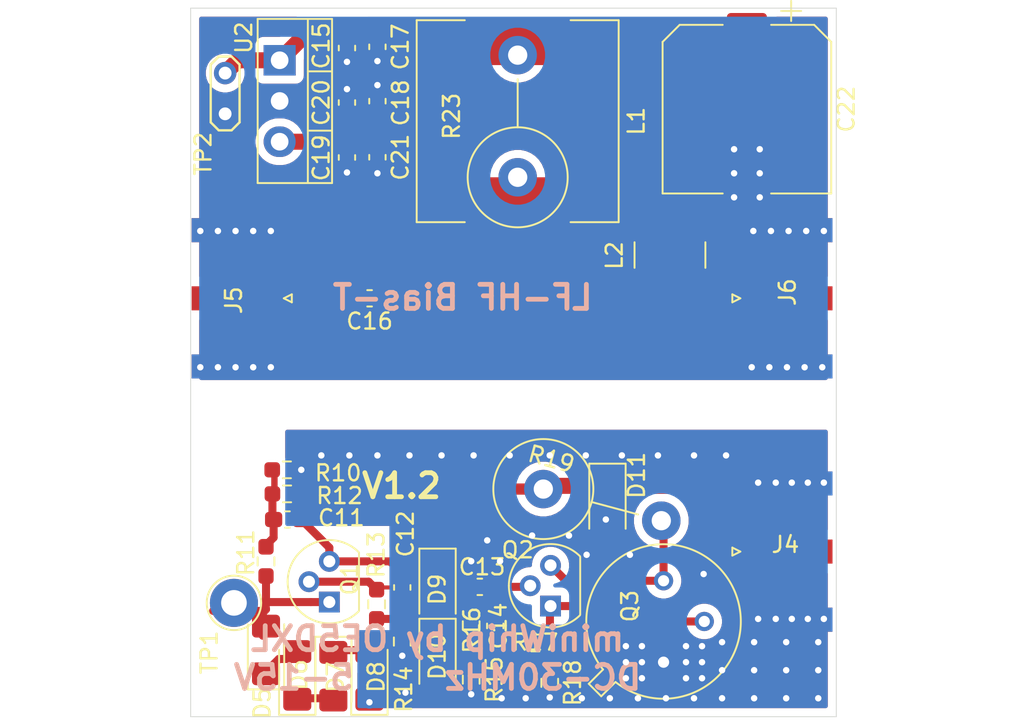
<source format=kicad_pcb>
(kicad_pcb (version 20171130) (host pcbnew 5.1.7-a382d34a88~89~ubuntu20.04.1)

  (general
    (thickness 1.6)
    (drawings 7)
    (tracks 199)
    (zones 0)
    (modules 41)
    (nets 21)
  )

  (page A4)
  (layers
    (0 F.Cu signal)
    (31 B.Cu signal hide)
    (32 B.Adhes user hide)
    (33 F.Adhes user hide)
    (34 B.Paste user hide)
    (35 F.Paste user hide)
    (36 B.SilkS user hide)
    (37 F.SilkS user hide)
    (38 B.Mask user hide)
    (39 F.Mask user hide)
    (40 Dwgs.User user hide)
    (41 Cmts.User user)
    (42 Eco1.User user)
    (43 Eco2.User user)
    (44 Edge.Cuts user)
    (45 Margin user)
    (46 B.CrtYd user)
    (47 F.CrtYd user)
    (48 B.Fab user hide)
    (49 F.Fab user hide)
  )

  (setup
    (last_trace_width 0.25)
    (user_trace_width 0.3)
    (user_trace_width 0.4)
    (user_trace_width 0.5)
    (user_trace_width 0.7)
    (user_trace_width 1)
    (user_trace_width 2)
    (user_trace_width 3)
    (trace_clearance 0.2)
    (zone_clearance 0.508)
    (zone_45_only no)
    (trace_min 0.2)
    (via_size 0.8)
    (via_drill 0.4)
    (via_min_size 0.4)
    (via_min_drill 0.25)
    (user_via 0.5 0.25)
    (user_via 0.6 0.3)
    (uvia_size 0.3)
    (uvia_drill 0.1)
    (uvias_allowed no)
    (uvia_min_size 0.2)
    (uvia_min_drill 0.1)
    (edge_width 0.05)
    (segment_width 0.2)
    (pcb_text_width 0.3)
    (pcb_text_size 1.5 1.5)
    (mod_edge_width 0.12)
    (mod_text_size 1 1)
    (mod_text_width 0.15)
    (pad_size 2.4 2.4)
    (pad_drill 1.2)
    (pad_to_mask_clearance 0)
    (aux_axis_origin 68.5 22)
    (visible_elements FFFFFF7F)
    (pcbplotparams
      (layerselection 0x010fc_ffffffff)
      (usegerberextensions false)
      (usegerberattributes true)
      (usegerberadvancedattributes true)
      (creategerberjobfile true)
      (excludeedgelayer true)
      (linewidth 0.100000)
      (plotframeref false)
      (viasonmask false)
      (mode 1)
      (useauxorigin false)
      (hpglpennumber 1)
      (hpglpenspeed 20)
      (hpglpendiameter 15.000000)
      (psnegative false)
      (psa4output false)
      (plotreference true)
      (plotvalue true)
      (plotinvisibletext false)
      (padsonsilk false)
      (subtractmaskfromsilk false)
      (outputformat 1)
      (mirror false)
      (drillshape 0)
      (scaleselection 1)
      (outputdirectory "Gerber/"))
  )

  (net 0 "")
  (net 1 GND)
  (net 2 "Net-(C11-Pad2)")
  (net 3 "Net-(C11-Pad1)")
  (net 4 "Net-(C12-Pad1)")
  (net 5 "Net-(C13-Pad2)")
  (net 6 "Net-(C13-Pad1)")
  (net 7 "Net-(C14-Pad2)")
  (net 8 "Net-(D5-Pad1)")
  (net 9 "Net-(D5-Pad2)")
  (net 10 "Net-(D6-Pad1)")
  (net 11 "Net-(D7-Pad1)")
  (net 12 "Net-(D10-Pad1)")
  (net 13 "Net-(D10-Pad2)")
  (net 14 "Net-(Q2-Pad1)")
  (net 15 "Net-(Q2-Pad3)")
  (net 16 "Net-(C15-Pad1)")
  (net 17 "Net-(C16-Pad2)")
  (net 18 "Net-(C16-Pad1)")
  (net 19 "Net-(C17-Pad1)")
  (net 20 "Net-(L1-Pad2)")

  (net_class Default "This is the default net class."
    (clearance 0.2)
    (trace_width 0.25)
    (via_dia 0.8)
    (via_drill 0.4)
    (uvia_dia 0.3)
    (uvia_drill 0.1)
    (add_net GND)
    (add_net "Net-(C11-Pad1)")
    (add_net "Net-(C11-Pad2)")
    (add_net "Net-(C12-Pad1)")
    (add_net "Net-(C13-Pad1)")
    (add_net "Net-(C13-Pad2)")
    (add_net "Net-(C14-Pad2)")
    (add_net "Net-(C15-Pad1)")
    (add_net "Net-(C16-Pad1)")
    (add_net "Net-(C16-Pad2)")
    (add_net "Net-(C17-Pad1)")
    (add_net "Net-(D10-Pad1)")
    (add_net "Net-(D10-Pad2)")
    (add_net "Net-(D5-Pad1)")
    (add_net "Net-(D5-Pad2)")
    (add_net "Net-(D6-Pad1)")
    (add_net "Net-(D7-Pad1)")
    (add_net "Net-(L1-Pad2)")
    (add_net "Net-(Q2-Pad1)")
    (add_net "Net-(Q2-Pad3)")
  )

  (module Resistor_SMD:R_0603_1608Metric_Pad0.98x0.95mm_HandSolder (layer F.Cu) (tedit 5F68FEEE) (tstamp 606CDBFA)
    (at 36.9835 59.574 180)
    (descr "Resistor SMD 0603 (1608 Metric), square (rectangular) end terminal, IPC_7351 nominal with elongated pad for handsoldering. (Body size source: IPC-SM-782 page 72, https://www.pcb-3d.com/wordpress/wp-content/uploads/ipc-sm-782a_amendment_1_and_2.pdf), generated with kicad-footprint-generator")
    (tags "resistor handsolder")
    (path /606CBE82)
    (attr smd)
    (fp_text reference R12 (at -3.2755 -0.116) (layer F.SilkS)
      (effects (font (size 1 1) (thickness 0.15)))
    )
    (fp_text value 100k (at 0 1.43) (layer F.Fab)
      (effects (font (size 1 1) (thickness 0.15)))
    )
    (fp_line (start 1.65 0.73) (end -1.65 0.73) (layer F.CrtYd) (width 0.05))
    (fp_line (start 1.65 -0.73) (end 1.65 0.73) (layer F.CrtYd) (width 0.05))
    (fp_line (start -1.65 -0.73) (end 1.65 -0.73) (layer F.CrtYd) (width 0.05))
    (fp_line (start -1.65 0.73) (end -1.65 -0.73) (layer F.CrtYd) (width 0.05))
    (fp_line (start -0.254724 0.5225) (end 0.254724 0.5225) (layer F.SilkS) (width 0.12))
    (fp_line (start -0.254724 -0.5225) (end 0.254724 -0.5225) (layer F.SilkS) (width 0.12))
    (fp_line (start 0.8 0.4125) (end -0.8 0.4125) (layer F.Fab) (width 0.1))
    (fp_line (start 0.8 -0.4125) (end 0.8 0.4125) (layer F.Fab) (width 0.1))
    (fp_line (start -0.8 -0.4125) (end 0.8 -0.4125) (layer F.Fab) (width 0.1))
    (fp_line (start -0.8 0.4125) (end -0.8 -0.4125) (layer F.Fab) (width 0.1))
    (fp_text user %R (at 0 0) (layer F.Fab)
      (effects (font (size 0.4 0.4) (thickness 0.06)))
    )
    (pad 2 smd roundrect (at 0.9125 0 180) (size 0.975 0.95) (layers F.Cu F.Paste F.Mask) (roundrect_rratio 0.25)
      (net 2 "Net-(C11-Pad2)"))
    (pad 1 smd roundrect (at -0.9125 0 180) (size 0.975 0.95) (layers F.Cu F.Paste F.Mask) (roundrect_rratio 0.25)
      (net 3 "Net-(C11-Pad1)"))
    (model ${KISYS3DMOD}/Resistor_SMD.3dshapes/R_0603_1608Metric.wrl
      (at (xyz 0 0 0))
      (scale (xyz 1 1 1))
      (rotate (xyz 0 0 0))
    )
  )

  (module Package_TO_SOT_THT:TO-92 (layer F.Cu) (tedit 5A279852) (tstamp 60AB81E6)
    (at 39.621 66.324 90)
    (descr "TO-92 leads molded, narrow, drill 0.75mm (see NXP sot054_po.pdf)")
    (tags "to-92 sc-43 sc-43a sot54 PA33 transistor")
    (path /60B05D2C)
    (fp_text reference Q1 (at 1.427 1.273 90) (layer F.SilkS)
      (effects (font (size 1 1) (thickness 0.15)))
    )
    (fp_text value BF245B (at 1.27 2.79 90) (layer F.Fab)
      (effects (font (size 1 1) (thickness 0.15)))
    )
    (fp_line (start 4 2.01) (end -1.46 2.01) (layer F.CrtYd) (width 0.05))
    (fp_line (start 4 2.01) (end 4 -2.73) (layer F.CrtYd) (width 0.05))
    (fp_line (start -1.46 -2.73) (end -1.46 2.01) (layer F.CrtYd) (width 0.05))
    (fp_line (start -1.46 -2.73) (end 4 -2.73) (layer F.CrtYd) (width 0.05))
    (fp_line (start -0.5 1.75) (end 3 1.75) (layer F.Fab) (width 0.1))
    (fp_line (start -0.53 1.85) (end 3.07 1.85) (layer F.SilkS) (width 0.12))
    (fp_arc (start 1.27 0) (end 1.27 -2.6) (angle 135) (layer F.SilkS) (width 0.12))
    (fp_arc (start 1.27 0) (end 1.27 -2.48) (angle -135) (layer F.Fab) (width 0.1))
    (fp_arc (start 1.27 0) (end 1.27 -2.6) (angle -135) (layer F.SilkS) (width 0.12))
    (fp_arc (start 1.27 0) (end 1.27 -2.48) (angle 135) (layer F.Fab) (width 0.1))
    (fp_text user %R (at 1.27 -3.56 90) (layer F.Fab)
      (effects (font (size 1 1) (thickness 0.15)))
    )
    (pad 1 thru_hole rect (at 0 0 180) (size 1.3 1.3) (drill 0.75) (layers *.Cu *.Mask)
      (net 9 "Net-(D5-Pad2)"))
    (pad 3 thru_hole circle (at 2.54 0 180) (size 1.3 1.3) (drill 0.75) (layers *.Cu *.Mask)
      (net 3 "Net-(C11-Pad1)"))
    (pad 2 thru_hole circle (at 1.27 -1.27 180) (size 1.3 1.3) (drill 0.75) (layers *.Cu *.Mask)
      (net 6 "Net-(C13-Pad1)"))
    (model ${KISYS3DMOD}/Package_TO_SOT_THT.3dshapes/TO-92.wrl
      (at (xyz 0 0 0))
      (scale (xyz 1 1 1))
      (rotate (xyz 0 0 0))
    )
  )

  (module Inductor_SMD:L_2816_7142Metric_Pad3.20x4.45mm_HandSolder (layer F.Cu) (tedit 5B341557) (tstamp 60AB0A3C)
    (at 60.871 44.674 270)
    (descr "Capacitor SMD 2816 (7142 Metric), square (rectangular) end terminal, IPC_7351 nominal with elongated pad for handsoldering. (Body size from: https://www.vishay.com/docs/30100/wsl.pdf), generated with kicad-footprint-generator")
    (tags "inductor handsolder")
    (path /60ABD340)
    (attr smd)
    (fp_text reference L2 (at 0.03 3.467 90) (layer F.SilkS)
      (effects (font (size 1 1) (thickness 0.15)))
    )
    (fp_text value L (at 0 3.18 90) (layer F.Fab)
      (effects (font (size 1 1) (thickness 0.15)))
    )
    (fp_line (start 4.45 2.48) (end -4.45 2.48) (layer F.CrtYd) (width 0.05))
    (fp_line (start 4.45 -2.48) (end 4.45 2.48) (layer F.CrtYd) (width 0.05))
    (fp_line (start -4.45 -2.48) (end 4.45 -2.48) (layer F.CrtYd) (width 0.05))
    (fp_line (start -4.45 2.48) (end -4.45 -2.48) (layer F.CrtYd) (width 0.05))
    (fp_line (start -0.797369 2.21) (end 0.797369 2.21) (layer F.SilkS) (width 0.12))
    (fp_line (start -0.797369 -2.21) (end 0.797369 -2.21) (layer F.SilkS) (width 0.12))
    (fp_line (start 3.55 2.1) (end -3.55 2.1) (layer F.Fab) (width 0.1))
    (fp_line (start 3.55 -2.1) (end 3.55 2.1) (layer F.Fab) (width 0.1))
    (fp_line (start -3.55 -2.1) (end 3.55 -2.1) (layer F.Fab) (width 0.1))
    (fp_line (start -3.55 2.1) (end -3.55 -2.1) (layer F.Fab) (width 0.1))
    (fp_text user %R (at 0 0 90) (layer F.Fab)
      (effects (font (size 1 1) (thickness 0.15)))
    )
    (pad 2 smd roundrect (at 2.6 0 270) (size 3.2 4.45) (layers F.Cu F.Paste F.Mask) (roundrect_rratio 0.078125)
      (net 18 "Net-(C16-Pad1)"))
    (pad 1 smd roundrect (at -2.6 0 270) (size 3.2 4.45) (layers F.Cu F.Paste F.Mask) (roundrect_rratio 0.078125)
      (net 20 "Net-(L1-Pad2)"))
    (model ${KISYS3DMOD}/Inductor_SMD.3dshapes/L_2816_7142Metric.wrl
      (at (xyz 0 0 0))
      (scale (xyz 1 1 1))
      (rotate (xyz 0 0 0))
    )
  )

  (module Inductor_SMD:L_12x12mm_H8mm (layer F.Cu) (tedit 5990349C) (tstamp 606D5D2D)
    (at 51.371 36.324 270)
    (descr "Choke, SMD, 12x12mm 8mm height")
    (tags "Choke SMD")
    (path /607993A9)
    (attr smd)
    (fp_text reference L1 (at 0 -7.4 90) (layer F.SilkS)
      (effects (font (size 1 1) (thickness 0.15)))
    )
    (fp_text value L (at 0 7.6 90) (layer F.Fab)
      (effects (font (size 1 1) (thickness 0.15)))
    )
    (fp_circle (center -2.1 3) (end -1.8 3.25) (layer F.Fab) (width 0.1))
    (fp_circle (center 0 0) (end 0.15 0.15) (layer F.Adhes) (width 0.38))
    (fp_circle (center 0 0) (end 0.55 0) (layer F.Adhes) (width 0.38))
    (fp_circle (center 0 0) (end 0.9 0) (layer F.Adhes) (width 0.38))
    (fp_line (start 6.2 -6.2) (end 6.2 -3.3) (layer F.Fab) (width 0.1))
    (fp_line (start -6.2 -6.2) (end -6.2 -3.3) (layer F.Fab) (width 0.1))
    (fp_line (start 6.2 -6.2) (end -6.2 -6.2) (layer F.Fab) (width 0.1))
    (fp_line (start 6.2 6.2) (end 6.2 3.3) (layer F.Fab) (width 0.1))
    (fp_line (start -6.2 6.2) (end 6.2 6.2) (layer F.Fab) (width 0.1))
    (fp_line (start -6.2 3.3) (end -6.2 6.2) (layer F.Fab) (width 0.1))
    (fp_line (start -5 -3.5) (end -4.8 -3.2) (layer F.Fab) (width 0.1))
    (fp_line (start -5.1 -4) (end -5 -3.5) (layer F.Fab) (width 0.1))
    (fp_line (start -4.9 -4.5) (end -5.1 -4) (layer F.Fab) (width 0.1))
    (fp_line (start -4.6 -4.8) (end -4.9 -4.5) (layer F.Fab) (width 0.1))
    (fp_line (start -4.2 -5) (end -4.6 -4.8) (layer F.Fab) (width 0.1))
    (fp_line (start -3.7 -5.1) (end -4.2 -5) (layer F.Fab) (width 0.1))
    (fp_line (start -3.3 -4.9) (end -3.7 -5.1) (layer F.Fab) (width 0.1))
    (fp_line (start -3 -4.7) (end -3.3 -4.9) (layer F.Fab) (width 0.1))
    (fp_line (start -2.6 -4.9) (end -3 -4.7) (layer F.Fab) (width 0.1))
    (fp_line (start -1.7 -5.3) (end -2.6 -4.9) (layer F.Fab) (width 0.1))
    (fp_line (start -0.8 -5.5) (end -1.7 -5.3) (layer F.Fab) (width 0.1))
    (fp_line (start 0 -5.6) (end -0.8 -5.5) (layer F.Fab) (width 0.1))
    (fp_line (start 0.9 -5.5) (end 0 -5.6) (layer F.Fab) (width 0.1))
    (fp_line (start 1.7 -5.3) (end 0.9 -5.5) (layer F.Fab) (width 0.1))
    (fp_line (start 2.2 -5.1) (end 1.7 -5.3) (layer F.Fab) (width 0.1))
    (fp_line (start 2.6 -4.9) (end 2.2 -5.1) (layer F.Fab) (width 0.1))
    (fp_line (start 3 -4.6) (end 2.6 -4.9) (layer F.Fab) (width 0.1))
    (fp_line (start 3.3 -4.9) (end 3 -4.6) (layer F.Fab) (width 0.1))
    (fp_line (start 3.6 -5) (end 3.3 -4.9) (layer F.Fab) (width 0.1))
    (fp_line (start 3.9 -5.1) (end 3.6 -5) (layer F.Fab) (width 0.1))
    (fp_line (start 4.2 -5.1) (end 3.9 -5.1) (layer F.Fab) (width 0.1))
    (fp_line (start 4.5 -4.9) (end 4.2 -5.1) (layer F.Fab) (width 0.1))
    (fp_line (start 4.8 -4.7) (end 4.5 -4.9) (layer F.Fab) (width 0.1))
    (fp_line (start 5 -4.3) (end 4.8 -4.7) (layer F.Fab) (width 0.1))
    (fp_line (start 5.1 -4) (end 5 -4.3) (layer F.Fab) (width 0.1))
    (fp_line (start 5 -3.6) (end 5.1 -4) (layer F.Fab) (width 0.1))
    (fp_line (start 4.9 -3.3) (end 5 -3.6) (layer F.Fab) (width 0.1))
    (fp_line (start -5 3.6) (end -4.8 3.2) (layer F.Fab) (width 0.1))
    (fp_line (start -5.1 4.1) (end -5 3.6) (layer F.Fab) (width 0.1))
    (fp_line (start -4.9 4.6) (end -5.1 4.1) (layer F.Fab) (width 0.1))
    (fp_line (start -4.6 4.8) (end -4.9 4.6) (layer F.Fab) (width 0.1))
    (fp_line (start -4.3 5) (end -4.6 4.8) (layer F.Fab) (width 0.1))
    (fp_line (start -3.9 5.1) (end -4.3 5) (layer F.Fab) (width 0.1))
    (fp_line (start -3.3 4.9) (end -3.9 5.1) (layer F.Fab) (width 0.1))
    (fp_line (start -3 4.7) (end -3.3 4.9) (layer F.Fab) (width 0.1))
    (fp_line (start -2.6 4.9) (end -3 4.7) (layer F.Fab) (width 0.1))
    (fp_line (start -2.1 5.1) (end -2.6 4.9) (layer F.Fab) (width 0.1))
    (fp_line (start -1.5 5.3) (end -2.1 5.1) (layer F.Fab) (width 0.1))
    (fp_line (start -0.6 5.5) (end -1.5 5.3) (layer F.Fab) (width 0.1))
    (fp_line (start 0.6 5.5) (end -0.6 5.5) (layer F.Fab) (width 0.1))
    (fp_line (start 1.6 5.3) (end 0.6 5.5) (layer F.Fab) (width 0.1))
    (fp_line (start 2.4 5) (end 1.6 5.3) (layer F.Fab) (width 0.1))
    (fp_line (start 3 4.6) (end 2.4 5) (layer F.Fab) (width 0.1))
    (fp_line (start 3.1 4.7) (end 3 4.6) (layer F.Fab) (width 0.1))
    (fp_line (start 3.5 5) (end 3.1 4.7) (layer F.Fab) (width 0.1))
    (fp_line (start 4 5.1) (end 3.5 5) (layer F.Fab) (width 0.1))
    (fp_line (start 4.5 5) (end 4 5.1) (layer F.Fab) (width 0.1))
    (fp_line (start 4.8 4.6) (end 4.5 5) (layer F.Fab) (width 0.1))
    (fp_line (start 5 4.3) (end 4.8 4.6) (layer F.Fab) (width 0.1))
    (fp_line (start 5.1 3.8) (end 5 4.3) (layer F.Fab) (width 0.1))
    (fp_line (start 5 3.4) (end 5.1 3.8) (layer F.Fab) (width 0.1))
    (fp_line (start 4.9 3.3) (end 5 3.4) (layer F.Fab) (width 0.1))
    (fp_line (start -6.86 6.6) (end -6.86 -6.6) (layer F.CrtYd) (width 0.05))
    (fp_line (start 6.86 6.6) (end -6.86 6.6) (layer F.CrtYd) (width 0.05))
    (fp_line (start 6.86 -6.6) (end 6.86 6.6) (layer F.CrtYd) (width 0.05))
    (fp_line (start -6.86 -6.6) (end 6.86 -6.6) (layer F.CrtYd) (width 0.05))
    (fp_line (start 6.3 -6.3) (end 6.3 -3.3) (layer F.SilkS) (width 0.12))
    (fp_line (start -6.3 -6.3) (end 6.3 -6.3) (layer F.SilkS) (width 0.12))
    (fp_line (start -6.3 -3.3) (end -6.3 -6.3) (layer F.SilkS) (width 0.12))
    (fp_line (start -6.3 6.3) (end -6.3 3.3) (layer F.SilkS) (width 0.12))
    (fp_line (start 6.3 6.3) (end -6.3 6.3) (layer F.SilkS) (width 0.12))
    (fp_line (start 6.3 3.3) (end 6.3 6.3) (layer F.SilkS) (width 0.12))
    (fp_text user %R (at 0 0 90) (layer F.Fab)
      (effects (font (size 1 1) (thickness 0.15)))
    )
    (pad 2 smd rect (at 4.95 0 270) (size 2.9 5.4) (layers F.Cu F.Paste F.Mask)
      (net 20 "Net-(L1-Pad2)"))
    (pad 1 smd rect (at -4.95 0 270) (size 2.9 5.4) (layers F.Cu F.Paste F.Mask)
      (net 19 "Net-(C17-Pad1)"))
    (model ${KISYS3DMOD}/Inductor_SMD.3dshapes/L_12x12mm_H8mm.wrl
      (at (xyz 0 0 0))
      (scale (xyz 1 1 1))
      (rotate (xyz 0 0 0))
    )
  )

  (module Diode_SMD:D_1206_3216Metric_Pad1.42x1.75mm_HandSolder (layer F.Cu) (tedit 5B4B45C8) (tstamp 606CDAD2)
    (at 56.971 60.149 270)
    (descr "Diode SMD 1206 (3216 Metric), square (rectangular) end terminal, IPC_7351 nominal, (Body size source: http://www.tortai-tech.com/upload/download/2011102023233369053.pdf), generated with kicad-footprint-generator")
    (tags "diode handsolder")
    (path /606C39B0)
    (attr smd)
    (fp_text reference D11 (at -1.729 -1.82 90) (layer F.SilkS)
      (effects (font (size 1 1) (thickness 0.15)))
    )
    (fp_text value "D_Zener 18V" (at 0 1.82 90) (layer F.Fab)
      (effects (font (size 1 1) (thickness 0.15)))
    )
    (fp_line (start 2.45 1.12) (end -2.45 1.12) (layer F.CrtYd) (width 0.05))
    (fp_line (start 2.45 -1.12) (end 2.45 1.12) (layer F.CrtYd) (width 0.05))
    (fp_line (start -2.45 -1.12) (end 2.45 -1.12) (layer F.CrtYd) (width 0.05))
    (fp_line (start -2.45 1.12) (end -2.45 -1.12) (layer F.CrtYd) (width 0.05))
    (fp_line (start -2.46 1.135) (end 1.6 1.135) (layer F.SilkS) (width 0.12))
    (fp_line (start -2.46 -1.135) (end -2.46 1.135) (layer F.SilkS) (width 0.12))
    (fp_line (start 1.6 -1.135) (end -2.46 -1.135) (layer F.SilkS) (width 0.12))
    (fp_line (start 1.6 0.8) (end 1.6 -0.8) (layer F.Fab) (width 0.1))
    (fp_line (start -1.6 0.8) (end 1.6 0.8) (layer F.Fab) (width 0.1))
    (fp_line (start -1.6 -0.4) (end -1.6 0.8) (layer F.Fab) (width 0.1))
    (fp_line (start -1.2 -0.8) (end -1.6 -0.4) (layer F.Fab) (width 0.1))
    (fp_line (start 1.6 -0.8) (end -1.2 -0.8) (layer F.Fab) (width 0.1))
    (fp_text user %R (at 0 0 90) (layer F.Fab)
      (effects (font (size 0.8 0.8) (thickness 0.12)))
    )
    (pad 2 smd roundrect (at 1.4875 0 270) (size 1.425 1.75) (layers F.Cu F.Paste F.Mask) (roundrect_rratio 0.1754385964912281)
      (net 1 GND))
    (pad 1 smd roundrect (at -1.4875 0 270) (size 1.425 1.75) (layers F.Cu F.Paste F.Mask) (roundrect_rratio 0.1754385964912281)
      (net 3 "Net-(C11-Pad1)"))
    (model ${KISYS3DMOD}/Diode_SMD.3dshapes/D_1206_3216Metric.wrl
      (at (xyz 0 0 0))
      (scale (xyz 1 1 1))
      (rotate (xyz 0 0 0))
    )
  )

  (module Diode_SMD:D_1206_3216Metric_Pad1.42x1.75mm_HandSolder (layer F.Cu) (tedit 5B4B45C8) (tstamp 606CDABF)
    (at 46.371 69.824 270)
    (descr "Diode SMD 1206 (3216 Metric), square (rectangular) end terminal, IPC_7351 nominal, (Body size source: http://www.tortai-tech.com/upload/download/2011102023233369053.pdf), generated with kicad-footprint-generator")
    (tags "diode handsolder")
    (path /606C87E9)
    (attr smd)
    (fp_text reference D10 (at -0.101 0.016 90) (layer F.SilkS)
      (effects (font (size 1 1) (thickness 0.15)))
    )
    (fp_text value DIODE (at 0 1.82 90) (layer F.Fab)
      (effects (font (size 1 1) (thickness 0.15)))
    )
    (fp_line (start 2.45 1.12) (end -2.45 1.12) (layer F.CrtYd) (width 0.05))
    (fp_line (start 2.45 -1.12) (end 2.45 1.12) (layer F.CrtYd) (width 0.05))
    (fp_line (start -2.45 -1.12) (end 2.45 -1.12) (layer F.CrtYd) (width 0.05))
    (fp_line (start -2.45 1.12) (end -2.45 -1.12) (layer F.CrtYd) (width 0.05))
    (fp_line (start -2.46 1.135) (end 1.6 1.135) (layer F.SilkS) (width 0.12))
    (fp_line (start -2.46 -1.135) (end -2.46 1.135) (layer F.SilkS) (width 0.12))
    (fp_line (start 1.6 -1.135) (end -2.46 -1.135) (layer F.SilkS) (width 0.12))
    (fp_line (start 1.6 0.8) (end 1.6 -0.8) (layer F.Fab) (width 0.1))
    (fp_line (start -1.6 0.8) (end 1.6 0.8) (layer F.Fab) (width 0.1))
    (fp_line (start -1.6 -0.4) (end -1.6 0.8) (layer F.Fab) (width 0.1))
    (fp_line (start -1.2 -0.8) (end -1.6 -0.4) (layer F.Fab) (width 0.1))
    (fp_line (start 1.6 -0.8) (end -1.2 -0.8) (layer F.Fab) (width 0.1))
    (fp_text user %R (at 0 0 90) (layer F.Fab)
      (effects (font (size 0.8 0.8) (thickness 0.12)))
    )
    (pad 2 smd roundrect (at 1.4875 0 270) (size 1.425 1.75) (layers F.Cu F.Paste F.Mask) (roundrect_rratio 0.1754385964912281)
      (net 13 "Net-(D10-Pad2)"))
    (pad 1 smd roundrect (at -1.4875 0 270) (size 1.425 1.75) (layers F.Cu F.Paste F.Mask) (roundrect_rratio 0.1754385964912281)
      (net 12 "Net-(D10-Pad1)"))
    (model ${KISYS3DMOD}/Diode_SMD.3dshapes/D_1206_3216Metric.wrl
      (at (xyz 0 0 0))
      (scale (xyz 1 1 1))
      (rotate (xyz 0 0 0))
    )
  )

  (module Diode_SMD:D_1206_3216Metric_Pad1.42x1.75mm_HandSolder (layer F.Cu) (tedit 5B4B45C8) (tstamp 606CDAAC)
    (at 46.371 65.449 270)
    (descr "Diode SMD 1206 (3216 Metric), square (rectangular) end terminal, IPC_7351 nominal, (Body size source: http://www.tortai-tech.com/upload/download/2011102023233369053.pdf), generated with kicad-footprint-generator")
    (tags "diode handsolder")
    (path /606C9D5D)
    (attr smd)
    (fp_text reference D9 (at 0.083 0.016 90) (layer F.SilkS)
      (effects (font (size 1 1) (thickness 0.15)))
    )
    (fp_text value DIODE (at 0 1.82 90) (layer F.Fab)
      (effects (font (size 1 1) (thickness 0.15)))
    )
    (fp_line (start 2.45 1.12) (end -2.45 1.12) (layer F.CrtYd) (width 0.05))
    (fp_line (start 2.45 -1.12) (end 2.45 1.12) (layer F.CrtYd) (width 0.05))
    (fp_line (start -2.45 -1.12) (end 2.45 -1.12) (layer F.CrtYd) (width 0.05))
    (fp_line (start -2.45 1.12) (end -2.45 -1.12) (layer F.CrtYd) (width 0.05))
    (fp_line (start -2.46 1.135) (end 1.6 1.135) (layer F.SilkS) (width 0.12))
    (fp_line (start -2.46 -1.135) (end -2.46 1.135) (layer F.SilkS) (width 0.12))
    (fp_line (start 1.6 -1.135) (end -2.46 -1.135) (layer F.SilkS) (width 0.12))
    (fp_line (start 1.6 0.8) (end 1.6 -0.8) (layer F.Fab) (width 0.1))
    (fp_line (start -1.6 0.8) (end 1.6 0.8) (layer F.Fab) (width 0.1))
    (fp_line (start -1.6 -0.4) (end -1.6 0.8) (layer F.Fab) (width 0.1))
    (fp_line (start -1.2 -0.8) (end -1.6 -0.4) (layer F.Fab) (width 0.1))
    (fp_line (start 1.6 -0.8) (end -1.2 -0.8) (layer F.Fab) (width 0.1))
    (fp_text user %R (at 0 0 90) (layer F.Fab)
      (effects (font (size 0.8 0.8) (thickness 0.12)))
    )
    (pad 2 smd roundrect (at 1.4875 0 270) (size 1.425 1.75) (layers F.Cu F.Paste F.Mask) (roundrect_rratio 0.1754385964912281)
      (net 12 "Net-(D10-Pad1)"))
    (pad 1 smd roundrect (at -1.4875 0 270) (size 1.425 1.75) (layers F.Cu F.Paste F.Mask) (roundrect_rratio 0.1754385964912281)
      (net 3 "Net-(C11-Pad1)"))
    (model ${KISYS3DMOD}/Diode_SMD.3dshapes/D_1206_3216Metric.wrl
      (at (xyz 0 0 0))
      (scale (xyz 1 1 1))
      (rotate (xyz 0 0 0))
    )
  )

  (module Diode_SMD:D_1206_3216Metric_Pad1.42x1.75mm_HandSolder (layer F.Cu) (tedit 5B4B45C8) (tstamp 606CDA99)
    (at 42.121 70.899 90)
    (descr "Diode SMD 1206 (3216 Metric), square (rectangular) end terminal, IPC_7351 nominal, (Body size source: http://www.tortai-tech.com/upload/download/2011102023233369053.pdf), generated with kicad-footprint-generator")
    (tags "diode handsolder")
    (path /606C854A)
    (attr smd)
    (fp_text reference D8 (at -0.094 0.424 90) (layer F.SilkS)
      (effects (font (size 1 1) (thickness 0.15)))
    )
    (fp_text value DIODE (at 0 1.82 90) (layer F.Fab)
      (effects (font (size 1 1) (thickness 0.15)))
    )
    (fp_line (start 2.45 1.12) (end -2.45 1.12) (layer F.CrtYd) (width 0.05))
    (fp_line (start 2.45 -1.12) (end 2.45 1.12) (layer F.CrtYd) (width 0.05))
    (fp_line (start -2.45 -1.12) (end 2.45 -1.12) (layer F.CrtYd) (width 0.05))
    (fp_line (start -2.45 1.12) (end -2.45 -1.12) (layer F.CrtYd) (width 0.05))
    (fp_line (start -2.46 1.135) (end 1.6 1.135) (layer F.SilkS) (width 0.12))
    (fp_line (start -2.46 -1.135) (end -2.46 1.135) (layer F.SilkS) (width 0.12))
    (fp_line (start 1.6 -1.135) (end -2.46 -1.135) (layer F.SilkS) (width 0.12))
    (fp_line (start 1.6 0.8) (end 1.6 -0.8) (layer F.Fab) (width 0.1))
    (fp_line (start -1.6 0.8) (end 1.6 0.8) (layer F.Fab) (width 0.1))
    (fp_line (start -1.6 -0.4) (end -1.6 0.8) (layer F.Fab) (width 0.1))
    (fp_line (start -1.2 -0.8) (end -1.6 -0.4) (layer F.Fab) (width 0.1))
    (fp_line (start 1.6 -0.8) (end -1.2 -0.8) (layer F.Fab) (width 0.1))
    (fp_text user %R (at 0 0 90) (layer F.Fab)
      (effects (font (size 0.8 0.8) (thickness 0.12)))
    )
    (pad 2 smd roundrect (at 1.4875 0 90) (size 1.425 1.75) (layers F.Cu F.Paste F.Mask) (roundrect_rratio 0.1754385964912281)
      (net 11 "Net-(D7-Pad1)"))
    (pad 1 smd roundrect (at -1.4875 0 90) (size 1.425 1.75) (layers F.Cu F.Paste F.Mask) (roundrect_rratio 0.1754385964912281)
      (net 1 GND))
    (model ${KISYS3DMOD}/Diode_SMD.3dshapes/D_1206_3216Metric.wrl
      (at (xyz 0 0 0))
      (scale (xyz 1 1 1))
      (rotate (xyz 0 0 0))
    )
  )

  (module Diode_SMD:D_1206_3216Metric_Pad1.42x1.75mm_HandSolder (layer F.Cu) (tedit 5B4B45C8) (tstamp 606CDA86)
    (at 39.871 70.949 270)
    (descr "Diode SMD 1206 (3216 Metric), square (rectangular) end terminal, IPC_7351 nominal, (Body size source: http://www.tortai-tech.com/upload/download/2011102023233369053.pdf), generated with kicad-footprint-generator")
    (tags "diode handsolder")
    (path /606C8242)
    (attr smd)
    (fp_text reference D7 (at 0.044 -0.134 90) (layer F.SilkS)
      (effects (font (size 1 1) (thickness 0.15)))
    )
    (fp_text value DIODE (at 0 1.82 90) (layer F.Fab)
      (effects (font (size 1 1) (thickness 0.15)))
    )
    (fp_line (start 2.45 1.12) (end -2.45 1.12) (layer F.CrtYd) (width 0.05))
    (fp_line (start 2.45 -1.12) (end 2.45 1.12) (layer F.CrtYd) (width 0.05))
    (fp_line (start -2.45 -1.12) (end 2.45 -1.12) (layer F.CrtYd) (width 0.05))
    (fp_line (start -2.45 1.12) (end -2.45 -1.12) (layer F.CrtYd) (width 0.05))
    (fp_line (start -2.46 1.135) (end 1.6 1.135) (layer F.SilkS) (width 0.12))
    (fp_line (start -2.46 -1.135) (end -2.46 1.135) (layer F.SilkS) (width 0.12))
    (fp_line (start 1.6 -1.135) (end -2.46 -1.135) (layer F.SilkS) (width 0.12))
    (fp_line (start 1.6 0.8) (end 1.6 -0.8) (layer F.Fab) (width 0.1))
    (fp_line (start -1.6 0.8) (end 1.6 0.8) (layer F.Fab) (width 0.1))
    (fp_line (start -1.6 -0.4) (end -1.6 0.8) (layer F.Fab) (width 0.1))
    (fp_line (start -1.2 -0.8) (end -1.6 -0.4) (layer F.Fab) (width 0.1))
    (fp_line (start 1.6 -0.8) (end -1.2 -0.8) (layer F.Fab) (width 0.1))
    (fp_text user %R (at 0 0 90) (layer F.Fab)
      (effects (font (size 0.8 0.8) (thickness 0.12)))
    )
    (pad 2 smd roundrect (at 1.4875 0 270) (size 1.425 1.75) (layers F.Cu F.Paste F.Mask) (roundrect_rratio 0.1754385964912281)
      (net 10 "Net-(D6-Pad1)"))
    (pad 1 smd roundrect (at -1.4875 0 270) (size 1.425 1.75) (layers F.Cu F.Paste F.Mask) (roundrect_rratio 0.1754385964912281)
      (net 11 "Net-(D7-Pad1)"))
    (model ${KISYS3DMOD}/Diode_SMD.3dshapes/D_1206_3216Metric.wrl
      (at (xyz 0 0 0))
      (scale (xyz 1 1 1))
      (rotate (xyz 0 0 0))
    )
  )

  (module Diode_SMD:D_1206_3216Metric_Pad1.42x1.75mm_HandSolder (layer F.Cu) (tedit 5B4B45C8) (tstamp 61961098)
    (at 37.621 70.899 90)
    (descr "Diode SMD 1206 (3216 Metric), square (rectangular) end terminal, IPC_7351 nominal, (Body size source: http://www.tortai-tech.com/upload/download/2011102023233369053.pdf), generated with kicad-footprint-generator")
    (tags "diode handsolder")
    (path /606C78EF)
    (attr smd)
    (fp_text reference D6 (at 0.033 0.098 90) (layer F.SilkS)
      (effects (font (size 1 1) (thickness 0.15)))
    )
    (fp_text value DIODE (at 0 1.82 90) (layer F.Fab)
      (effects (font (size 1 1) (thickness 0.15)))
    )
    (fp_line (start 2.45 1.12) (end -2.45 1.12) (layer F.CrtYd) (width 0.05))
    (fp_line (start 2.45 -1.12) (end 2.45 1.12) (layer F.CrtYd) (width 0.05))
    (fp_line (start -2.45 -1.12) (end 2.45 -1.12) (layer F.CrtYd) (width 0.05))
    (fp_line (start -2.45 1.12) (end -2.45 -1.12) (layer F.CrtYd) (width 0.05))
    (fp_line (start -2.46 1.135) (end 1.6 1.135) (layer F.SilkS) (width 0.12))
    (fp_line (start -2.46 -1.135) (end -2.46 1.135) (layer F.SilkS) (width 0.12))
    (fp_line (start 1.6 -1.135) (end -2.46 -1.135) (layer F.SilkS) (width 0.12))
    (fp_line (start 1.6 0.8) (end 1.6 -0.8) (layer F.Fab) (width 0.1))
    (fp_line (start -1.6 0.8) (end 1.6 0.8) (layer F.Fab) (width 0.1))
    (fp_line (start -1.6 -0.4) (end -1.6 0.8) (layer F.Fab) (width 0.1))
    (fp_line (start -1.2 -0.8) (end -1.6 -0.4) (layer F.Fab) (width 0.1))
    (fp_line (start 1.6 -0.8) (end -1.2 -0.8) (layer F.Fab) (width 0.1))
    (fp_text user %R (at 0 0 90) (layer F.Fab)
      (effects (font (size 0.8 0.8) (thickness 0.12)))
    )
    (pad 2 smd roundrect (at 1.4875 0 90) (size 1.425 1.75) (layers F.Cu F.Paste F.Mask) (roundrect_rratio 0.1754385964912281)
      (net 8 "Net-(D5-Pad1)"))
    (pad 1 smd roundrect (at -1.4875 0 90) (size 1.425 1.75) (layers F.Cu F.Paste F.Mask) (roundrect_rratio 0.1754385964912281)
      (net 10 "Net-(D6-Pad1)"))
    (model ${KISYS3DMOD}/Diode_SMD.3dshapes/D_1206_3216Metric.wrl
      (at (xyz 0 0 0))
      (scale (xyz 1 1 1))
      (rotate (xyz 0 0 0))
    )
  )

  (module Diode_SMD:D_1206_3216Metric_Pad1.42x1.75mm_HandSolder (layer F.Cu) (tedit 5B4B45C8) (tstamp 606CDA60)
    (at 35.671 69.3115 90)
    (descr "Diode SMD 1206 (3216 Metric), square (rectangular) end terminal, IPC_7351 nominal, (Body size source: http://www.tortai-tech.com/upload/download/2011102023233369053.pdf), generated with kicad-footprint-generator")
    (tags "diode handsolder")
    (path /606C17E5)
    (attr smd)
    (fp_text reference D5 (at -3.3325 -0.238 90) (layer F.SilkS)
      (effects (font (size 1 1) (thickness 0.15)))
    )
    (fp_text value DIODE (at 0 1.82 90) (layer F.Fab)
      (effects (font (size 1 1) (thickness 0.15)))
    )
    (fp_line (start 2.45 1.12) (end -2.45 1.12) (layer F.CrtYd) (width 0.05))
    (fp_line (start 2.45 -1.12) (end 2.45 1.12) (layer F.CrtYd) (width 0.05))
    (fp_line (start -2.45 -1.12) (end 2.45 -1.12) (layer F.CrtYd) (width 0.05))
    (fp_line (start -2.45 1.12) (end -2.45 -1.12) (layer F.CrtYd) (width 0.05))
    (fp_line (start -2.46 1.135) (end 1.6 1.135) (layer F.SilkS) (width 0.12))
    (fp_line (start -2.46 -1.135) (end -2.46 1.135) (layer F.SilkS) (width 0.12))
    (fp_line (start 1.6 -1.135) (end -2.46 -1.135) (layer F.SilkS) (width 0.12))
    (fp_line (start 1.6 0.8) (end 1.6 -0.8) (layer F.Fab) (width 0.1))
    (fp_line (start -1.6 0.8) (end 1.6 0.8) (layer F.Fab) (width 0.1))
    (fp_line (start -1.6 -0.4) (end -1.6 0.8) (layer F.Fab) (width 0.1))
    (fp_line (start -1.2 -0.8) (end -1.6 -0.4) (layer F.Fab) (width 0.1))
    (fp_line (start 1.6 -0.8) (end -1.2 -0.8) (layer F.Fab) (width 0.1))
    (fp_text user %R (at 0 0 90) (layer F.Fab)
      (effects (font (size 0.8 0.8) (thickness 0.12)))
    )
    (pad 2 smd roundrect (at 1.4875 0 90) (size 1.425 1.75) (layers F.Cu F.Paste F.Mask) (roundrect_rratio 0.1754385964912281)
      (net 9 "Net-(D5-Pad2)"))
    (pad 1 smd roundrect (at -1.4875 0 90) (size 1.425 1.75) (layers F.Cu F.Paste F.Mask) (roundrect_rratio 0.1754385964912281)
      (net 8 "Net-(D5-Pad1)"))
    (model ${KISYS3DMOD}/Diode_SMD.3dshapes/D_1206_3216Metric.wrl
      (at (xyz 0 0 0))
      (scale (xyz 1 1 1))
      (rotate (xyz 0 0 0))
    )
  )

  (module TestPoint:TestPoint_2Pads_Pitch2.54mm_Drill0.8mm (layer F.Cu) (tedit 5A0F774F) (tstamp 606D6108)
    (at 33.121 33.324 270)
    (descr "Test point with 2 pins, pitch 2.54mm, drill diameter 0.8mm")
    (tags "CONN DEV")
    (path /6077D2C0)
    (attr virtual)
    (fp_text reference TP2 (at 5.03 1.371 90) (layer F.SilkS)
      (effects (font (size 1 1) (thickness 0.15)))
    )
    (fp_text value TestPoint_2Pole (at 1.27 2 90) (layer F.Fab)
      (effects (font (size 1 1) (thickness 0.15)))
    )
    (fp_line (start -1.03 -0.4) (end -0.53 -0.9) (layer F.SilkS) (width 0.15))
    (fp_line (start -1.03 0.4) (end -1.03 -0.4) (layer F.SilkS) (width 0.15))
    (fp_line (start -0.53 0.9) (end -1.03 0.4) (layer F.SilkS) (width 0.15))
    (fp_line (start 3.07 0.9) (end -0.53 0.9) (layer F.SilkS) (width 0.15))
    (fp_line (start 3.57 0.4) (end 3.07 0.9) (layer F.SilkS) (width 0.15))
    (fp_line (start 3.57 -0.4) (end 3.57 0.4) (layer F.SilkS) (width 0.15))
    (fp_line (start 3.07 -0.9) (end 3.57 -0.4) (layer F.SilkS) (width 0.15))
    (fp_line (start -0.53 -0.9) (end 3.07 -0.9) (layer F.SilkS) (width 0.15))
    (fp_line (start -1.3 0.5) (end -0.65 1.15) (layer F.CrtYd) (width 0.05))
    (fp_line (start -1.3 -0.5) (end -1.3 0.5) (layer F.CrtYd) (width 0.05))
    (fp_line (start -0.65 -1.15) (end -1.3 -0.5) (layer F.CrtYd) (width 0.05))
    (fp_line (start 3.15 -1.15) (end -0.65 -1.15) (layer F.CrtYd) (width 0.05))
    (fp_line (start 3.8 -0.5) (end 3.15 -1.15) (layer F.CrtYd) (width 0.05))
    (fp_line (start 3.8 0.5) (end 3.8 -0.5) (layer F.CrtYd) (width 0.05))
    (fp_line (start 3.15 1.15) (end 3.8 0.5) (layer F.CrtYd) (width 0.05))
    (fp_line (start -0.65 1.15) (end 3.15 1.15) (layer F.CrtYd) (width 0.05))
    (fp_text user %R (at 1.3 -2 90) (layer F.Fab)
      (effects (font (size 1 1) (thickness 0.15)))
    )
    (pad 2 thru_hole circle (at 2.54 0 270) (size 1.4 1.4) (drill 0.8) (layers *.Cu *.Mask)
      (net 1 GND))
    (pad 1 thru_hole circle (at 0 0 270) (size 1.4 1.4) (drill 0.8) (layers *.Cu *.Mask)
      (net 16 "Net-(C15-Pad1)"))
  )

  (module Package_TO_SOT_THT:TO-220-3_Vertical (layer F.Cu) (tedit 5AC8BA0D) (tstamp 606D6154)
    (at 36.521 32.524 270)
    (descr "TO-220-3, Vertical, RM 2.54mm, see https://www.vishay.com/docs/66542/to-220-1.pdf")
    (tags "TO-220-3 Vertical RM 2.54mm")
    (path /6077C1C5)
    (fp_text reference U2 (at -1.409 2.231 90) (layer F.SilkS)
      (effects (font (size 1 1) (thickness 0.15)))
    )
    (fp_text value L7812 (at 2.54 2.5 90) (layer F.Fab)
      (effects (font (size 1 1) (thickness 0.15)))
    )
    (fp_line (start 7.79 -3.4) (end -2.71 -3.4) (layer F.CrtYd) (width 0.05))
    (fp_line (start 7.79 1.51) (end 7.79 -3.4) (layer F.CrtYd) (width 0.05))
    (fp_line (start -2.71 1.51) (end 7.79 1.51) (layer F.CrtYd) (width 0.05))
    (fp_line (start -2.71 -3.4) (end -2.71 1.51) (layer F.CrtYd) (width 0.05))
    (fp_line (start 4.391 -3.27) (end 4.391 -1.76) (layer F.SilkS) (width 0.12))
    (fp_line (start 0.69 -3.27) (end 0.69 -1.76) (layer F.SilkS) (width 0.12))
    (fp_line (start -2.58 -1.76) (end 7.66 -1.76) (layer F.SilkS) (width 0.12))
    (fp_line (start 7.66 -3.27) (end 7.66 1.371) (layer F.SilkS) (width 0.12))
    (fp_line (start -2.58 -3.27) (end -2.58 1.371) (layer F.SilkS) (width 0.12))
    (fp_line (start -2.58 1.371) (end 7.66 1.371) (layer F.SilkS) (width 0.12))
    (fp_line (start -2.58 -3.27) (end 7.66 -3.27) (layer F.SilkS) (width 0.12))
    (fp_line (start 4.39 -3.15) (end 4.39 -1.88) (layer F.Fab) (width 0.1))
    (fp_line (start 0.69 -3.15) (end 0.69 -1.88) (layer F.Fab) (width 0.1))
    (fp_line (start -2.46 -1.88) (end 7.54 -1.88) (layer F.Fab) (width 0.1))
    (fp_line (start 7.54 -3.15) (end -2.46 -3.15) (layer F.Fab) (width 0.1))
    (fp_line (start 7.54 1.25) (end 7.54 -3.15) (layer F.Fab) (width 0.1))
    (fp_line (start -2.46 1.25) (end 7.54 1.25) (layer F.Fab) (width 0.1))
    (fp_line (start -2.46 -3.15) (end -2.46 1.25) (layer F.Fab) (width 0.1))
    (fp_text user %R (at 2.54 -4.27 90) (layer F.Fab)
      (effects (font (size 1 1) (thickness 0.15)))
    )
    (pad 3 thru_hole oval (at 5.08 0 270) (size 1.905 2) (drill 1.1) (layers *.Cu *.Mask)
      (net 19 "Net-(C17-Pad1)"))
    (pad 2 thru_hole oval (at 2.54 0 270) (size 1.905 2) (drill 1.1) (layers *.Cu *.Mask)
      (net 1 GND))
    (pad 1 thru_hole rect (at 0 0 270) (size 1.905 2) (drill 1.1) (layers *.Cu *.Mask)
      (net 16 "Net-(C15-Pad1)"))
    (model ${KISYS3DMOD}/Package_TO_SOT_THT.3dshapes/TO-220-3_Vertical.wrl
      (at (xyz 0 0 0))
      (scale (xyz 1 1 1))
      (rotate (xyz 0 0 0))
    )
  )

  (module Resistor_THT:R_Axial_DIN0617_L17.0mm_D6.0mm_P7.62mm_Vertical (layer F.Cu) (tedit 5AE5139B) (tstamp 606D7EF3)
    (at 51.371 39.824 90)
    (descr "Resistor, Axial_DIN0617 series, Axial, Vertical, pin pitch=7.62mm, 2W, length*diameter=17*6mm^2, http://www.vishay.com/docs/20128/wkxwrx.pdf")
    (tags "Resistor Axial_DIN0617 series Axial Vertical pin pitch 7.62mm 2W length 17mm diameter 6mm")
    (path /6079445E)
    (fp_text reference R23 (at 3.81 -4.12 90) (layer F.SilkS)
      (effects (font (size 1 1) (thickness 0.15)))
    )
    (fp_text value "5.6E 3W" (at 3.81 4.12 90) (layer F.Fab)
      (effects (font (size 1 1) (thickness 0.15)))
    )
    (fp_line (start 9.07 -3.25) (end -3.25 -3.25) (layer F.CrtYd) (width 0.05))
    (fp_line (start 9.07 3.25) (end 9.07 -3.25) (layer F.CrtYd) (width 0.05))
    (fp_line (start -3.25 3.25) (end 9.07 3.25) (layer F.CrtYd) (width 0.05))
    (fp_line (start -3.25 -3.25) (end -3.25 3.25) (layer F.CrtYd) (width 0.05))
    (fp_line (start 3.12 0) (end 6.12 0) (layer F.SilkS) (width 0.12))
    (fp_line (start 0 0) (end 7.62 0) (layer F.Fab) (width 0.1))
    (fp_circle (center 0 0) (end 3.12 0) (layer F.SilkS) (width 0.12))
    (fp_circle (center 0 0) (end 3 0) (layer F.Fab) (width 0.1))
    (fp_text user %R (at 0 -1.7 90) (layer F.Fab)
      (effects (font (size 1 1) (thickness 0.15)))
    )
    (pad 2 thru_hole oval (at 7.62 0 90) (size 2.4 2.4) (drill 1.2) (layers *.Cu *.Mask)
      (net 19 "Net-(C17-Pad1)"))
    (pad 1 thru_hole circle (at 0 0 90) (size 2.4 2.4) (drill 1.2) (layers *.Cu *.Mask)
      (net 20 "Net-(L1-Pad2)"))
    (model ${KISYS3DMOD}/Resistor_THT.3dshapes/R_Axial_DIN0617_L17.0mm_D6.0mm_P7.62mm_Vertical.wrl
      (at (xyz 0 0 0))
      (scale (xyz 1 1 1))
      (rotate (xyz 0 0 0))
    )
  )

  (module Connector_Coaxial:SMA_Amphenol_132289_EdgeMount (layer F.Cu) (tedit 5A1C1810) (tstamp 606D5D1A)
    (at 68.471 47.374)
    (descr http://www.amphenolrf.com/132289.html)
    (tags SMA)
    (path /60779061)
    (attr smd)
    (fp_text reference J6 (at -0.272 -0.384 90) (layer F.SilkS)
      (effects (font (size 1 1) (thickness 0.15)))
    )
    (fp_text value Conn_Coaxial (at 5 6) (layer F.Fab)
      (effects (font (size 1 1) (thickness 0.15)))
    )
    (fp_line (start -1.91 5.08) (end 4.445 5.08) (layer F.Fab) (width 0.1))
    (fp_line (start -1.91 3.81) (end -1.91 5.08) (layer F.Fab) (width 0.1))
    (fp_line (start 2.54 3.81) (end -1.91 3.81) (layer F.Fab) (width 0.1))
    (fp_line (start 2.54 -3.81) (end 2.54 3.81) (layer F.Fab) (width 0.1))
    (fp_line (start -1.91 -3.81) (end 2.54 -3.81) (layer F.Fab) (width 0.1))
    (fp_line (start -1.91 -5.08) (end -1.91 -3.81) (layer F.Fab) (width 0.1))
    (fp_line (start -1.91 -5.08) (end 4.445 -5.08) (layer F.Fab) (width 0.1))
    (fp_line (start 4.445 -3.81) (end 4.445 -5.08) (layer F.Fab) (width 0.1))
    (fp_line (start 4.445 5.08) (end 4.445 3.81) (layer F.Fab) (width 0.1))
    (fp_line (start 13.97 3.81) (end 4.445 3.81) (layer F.Fab) (width 0.1))
    (fp_line (start 13.97 -3.81) (end 13.97 3.81) (layer F.Fab) (width 0.1))
    (fp_line (start 4.445 -3.81) (end 13.97 -3.81) (layer F.Fab) (width 0.1))
    (fp_line (start -3.04 5.58) (end -3.04 -5.58) (layer B.CrtYd) (width 0.05))
    (fp_line (start 14.47 5.58) (end -3.04 5.58) (layer B.CrtYd) (width 0.05))
    (fp_line (start 14.47 -5.58) (end 14.47 5.58) (layer B.CrtYd) (width 0.05))
    (fp_line (start 14.47 -5.58) (end -3.04 -5.58) (layer B.CrtYd) (width 0.05))
    (fp_line (start -3.04 5.58) (end -3.04 -5.58) (layer F.CrtYd) (width 0.05))
    (fp_line (start 14.47 5.58) (end -3.04 5.58) (layer F.CrtYd) (width 0.05))
    (fp_line (start 14.47 -5.58) (end 14.47 5.58) (layer F.CrtYd) (width 0.05))
    (fp_line (start 14.47 -5.58) (end -3.04 -5.58) (layer F.CrtYd) (width 0.05))
    (fp_line (start 2.54 -0.75) (end 3.54 0) (layer F.Fab) (width 0.1))
    (fp_line (start 3.54 0) (end 2.54 0.75) (layer F.Fab) (width 0.1))
    (fp_line (start -3.21 0) (end -3.71 -0.25) (layer F.SilkS) (width 0.12))
    (fp_line (start -3.71 -0.25) (end -3.71 0.25) (layer F.SilkS) (width 0.12))
    (fp_line (start -3.71 0.25) (end -3.21 0) (layer F.SilkS) (width 0.12))
    (fp_text user %R (at 4.79 0 270) (layer F.Fab)
      (effects (font (size 1 1) (thickness 0.15)))
    )
    (pad 1 smd rect (at 0 0 90) (size 1.5 5.08) (layers F.Cu F.Paste F.Mask)
      (net 18 "Net-(C16-Pad1)"))
    (pad 2 smd rect (at 0 -4.25 90) (size 1.5 5.08) (layers F.Cu F.Paste F.Mask)
      (net 1 GND))
    (pad 2 smd rect (at 0 4.25 90) (size 1.5 5.08) (layers F.Cu F.Paste F.Mask)
      (net 1 GND))
    (pad 2 smd rect (at 0 -4.25 90) (size 1.5 5.08) (layers B.Cu B.Paste B.Mask)
      (net 1 GND))
    (pad 2 smd rect (at 0 4.25 90) (size 1.5 5.08) (layers B.Cu B.Paste B.Mask)
      (net 1 GND))
    (model ${KISYS3DMOD}/Connector_Coaxial.3dshapes/SMA_Amphenol_132289_EdgeMount.wrl
      (at (xyz 0 0 0))
      (scale (xyz 1 1 1))
      (rotate (xyz 0 0 0))
    )
  )

  (module Connector_Coaxial:SMA_Amphenol_132289_EdgeMount (layer F.Cu) (tedit 5A1C1810) (tstamp 606DF75E)
    (at 33.571 47.374 180)
    (descr http://www.amphenolrf.com/132289.html)
    (tags SMA)
    (path /6077A060)
    (attr smd)
    (fp_text reference J5 (at -0.084 -0.124 90) (layer F.SilkS)
      (effects (font (size 1 1) (thickness 0.15)))
    )
    (fp_text value Conn_Coaxial (at 5 6) (layer F.Fab)
      (effects (font (size 1 1) (thickness 0.15)))
    )
    (fp_line (start -1.91 5.08) (end 4.445 5.08) (layer F.Fab) (width 0.1))
    (fp_line (start -1.91 3.81) (end -1.91 5.08) (layer F.Fab) (width 0.1))
    (fp_line (start 2.54 3.81) (end -1.91 3.81) (layer F.Fab) (width 0.1))
    (fp_line (start 2.54 -3.81) (end 2.54 3.81) (layer F.Fab) (width 0.1))
    (fp_line (start -1.91 -3.81) (end 2.54 -3.81) (layer F.Fab) (width 0.1))
    (fp_line (start -1.91 -5.08) (end -1.91 -3.81) (layer F.Fab) (width 0.1))
    (fp_line (start -1.91 -5.08) (end 4.445 -5.08) (layer F.Fab) (width 0.1))
    (fp_line (start 4.445 -3.81) (end 4.445 -5.08) (layer F.Fab) (width 0.1))
    (fp_line (start 4.445 5.08) (end 4.445 3.81) (layer F.Fab) (width 0.1))
    (fp_line (start 13.97 3.81) (end 4.445 3.81) (layer F.Fab) (width 0.1))
    (fp_line (start 13.97 -3.81) (end 13.97 3.81) (layer F.Fab) (width 0.1))
    (fp_line (start 4.445 -3.81) (end 13.97 -3.81) (layer F.Fab) (width 0.1))
    (fp_line (start -3.04 5.58) (end -3.04 -5.58) (layer B.CrtYd) (width 0.05))
    (fp_line (start 14.47 5.58) (end -3.04 5.58) (layer B.CrtYd) (width 0.05))
    (fp_line (start 14.47 -5.58) (end 14.47 5.58) (layer B.CrtYd) (width 0.05))
    (fp_line (start 14.47 -5.58) (end -3.04 -5.58) (layer B.CrtYd) (width 0.05))
    (fp_line (start -3.04 5.58) (end -3.04 -5.58) (layer F.CrtYd) (width 0.05))
    (fp_line (start 14.47 5.58) (end -3.04 5.58) (layer F.CrtYd) (width 0.05))
    (fp_line (start 14.47 -5.58) (end 14.47 5.58) (layer F.CrtYd) (width 0.05))
    (fp_line (start 14.47 -5.58) (end -3.04 -5.58) (layer F.CrtYd) (width 0.05))
    (fp_line (start 2.54 -0.75) (end 3.54 0) (layer F.Fab) (width 0.1))
    (fp_line (start 3.54 0) (end 2.54 0.75) (layer F.Fab) (width 0.1))
    (fp_line (start -3.21 0) (end -3.71 -0.25) (layer F.SilkS) (width 0.12))
    (fp_line (start -3.71 -0.25) (end -3.71 0.25) (layer F.SilkS) (width 0.12))
    (fp_line (start -3.71 0.25) (end -3.21 0) (layer F.SilkS) (width 0.12))
    (fp_text user %R (at 4.79 0 270) (layer F.Fab)
      (effects (font (size 1 1) (thickness 0.15)))
    )
    (pad 1 smd rect (at 0 0 270) (size 1.5 5.08) (layers F.Cu F.Paste F.Mask)
      (net 17 "Net-(C16-Pad2)"))
    (pad 2 smd rect (at 0 -4.25 270) (size 1.5 5.08) (layers F.Cu F.Paste F.Mask)
      (net 1 GND))
    (pad 2 smd rect (at 0 4.25 270) (size 1.5 5.08) (layers F.Cu F.Paste F.Mask)
      (net 1 GND))
    (pad 2 smd rect (at 0 -4.25 270) (size 1.5 5.08) (layers B.Cu B.Paste B.Mask)
      (net 1 GND))
    (pad 2 smd rect (at 0 4.25 270) (size 1.5 5.08) (layers B.Cu B.Paste B.Mask)
      (net 1 GND))
    (model ${KISYS3DMOD}/Connector_Coaxial.3dshapes/SMA_Amphenol_132289_EdgeMount.wrl
      (at (xyz 0 0 0))
      (scale (xyz 1 1 1))
      (rotate (xyz 0 0 0))
    )
  )

  (module Capacitor_SMD:CP_Elec_10x10 (layer F.Cu) (tedit 5BCA39D1) (tstamp 606D7F36)
    (at 65.671 35.574 270)
    (descr "SMD capacitor, aluminum electrolytic, Nichicon, 10.0x10.0mm")
    (tags "capacitor electrolytic")
    (path /60790C8C)
    (attr smd)
    (fp_text reference C22 (at 0 -6.2 90) (layer F.SilkS)
      (effects (font (size 1 1) (thickness 0.15)))
    )
    (fp_text value CP (at 0 6.2 90) (layer F.Fab)
      (effects (font (size 1 1) (thickness 0.15)))
    )
    (fp_line (start -6.25 1.5) (end -5.4 1.5) (layer F.CrtYd) (width 0.05))
    (fp_line (start -6.25 -1.5) (end -6.25 1.5) (layer F.CrtYd) (width 0.05))
    (fp_line (start -5.4 -1.5) (end -6.25 -1.5) (layer F.CrtYd) (width 0.05))
    (fp_line (start -5.4 1.5) (end -5.4 4.25) (layer F.CrtYd) (width 0.05))
    (fp_line (start -5.4 -4.25) (end -5.4 -1.5) (layer F.CrtYd) (width 0.05))
    (fp_line (start -5.4 -4.25) (end -4.25 -5.4) (layer F.CrtYd) (width 0.05))
    (fp_line (start -5.4 4.25) (end -4.25 5.4) (layer F.CrtYd) (width 0.05))
    (fp_line (start -4.25 -5.4) (end 5.4 -5.4) (layer F.CrtYd) (width 0.05))
    (fp_line (start -4.25 5.4) (end 5.4 5.4) (layer F.CrtYd) (width 0.05))
    (fp_line (start 5.4 1.5) (end 5.4 5.4) (layer F.CrtYd) (width 0.05))
    (fp_line (start 6.25 1.5) (end 5.4 1.5) (layer F.CrtYd) (width 0.05))
    (fp_line (start 6.25 -1.5) (end 6.25 1.5) (layer F.CrtYd) (width 0.05))
    (fp_line (start 5.4 -1.5) (end 6.25 -1.5) (layer F.CrtYd) (width 0.05))
    (fp_line (start 5.4 -5.4) (end 5.4 -1.5) (layer F.CrtYd) (width 0.05))
    (fp_line (start -6.125 -3.385) (end -6.125 -2.135) (layer F.SilkS) (width 0.12))
    (fp_line (start -6.75 -2.76) (end -5.5 -2.76) (layer F.SilkS) (width 0.12))
    (fp_line (start -5.26 4.195563) (end -4.195563 5.26) (layer F.SilkS) (width 0.12))
    (fp_line (start -5.26 -4.195563) (end -4.195563 -5.26) (layer F.SilkS) (width 0.12))
    (fp_line (start -5.26 -4.195563) (end -5.26 -1.51) (layer F.SilkS) (width 0.12))
    (fp_line (start -5.26 4.195563) (end -5.26 1.51) (layer F.SilkS) (width 0.12))
    (fp_line (start -4.195563 5.26) (end 5.26 5.26) (layer F.SilkS) (width 0.12))
    (fp_line (start -4.195563 -5.26) (end 5.26 -5.26) (layer F.SilkS) (width 0.12))
    (fp_line (start 5.26 -5.26) (end 5.26 -1.51) (layer F.SilkS) (width 0.12))
    (fp_line (start 5.26 5.26) (end 5.26 1.51) (layer F.SilkS) (width 0.12))
    (fp_line (start -4.058325 -2.2) (end -4.058325 -1.2) (layer F.Fab) (width 0.1))
    (fp_line (start -4.558325 -1.7) (end -3.558325 -1.7) (layer F.Fab) (width 0.1))
    (fp_line (start -5.15 4.15) (end -4.15 5.15) (layer F.Fab) (width 0.1))
    (fp_line (start -5.15 -4.15) (end -4.15 -5.15) (layer F.Fab) (width 0.1))
    (fp_line (start -5.15 -4.15) (end -5.15 4.15) (layer F.Fab) (width 0.1))
    (fp_line (start -4.15 5.15) (end 5.15 5.15) (layer F.Fab) (width 0.1))
    (fp_line (start -4.15 -5.15) (end 5.15 -5.15) (layer F.Fab) (width 0.1))
    (fp_line (start 5.15 -5.15) (end 5.15 5.15) (layer F.Fab) (width 0.1))
    (fp_circle (center 0 0) (end 5 0) (layer F.Fab) (width 0.1))
    (fp_text user %R (at 0 0 90) (layer F.Fab)
      (effects (font (size 1 1) (thickness 0.15)))
    )
    (pad 2 smd roundrect (at 4 0 270) (size 4 2.5) (layers F.Cu F.Paste F.Mask) (roundrect_rratio 0.1)
      (net 1 GND))
    (pad 1 smd roundrect (at -4 0 270) (size 4 2.5) (layers F.Cu F.Paste F.Mask) (roundrect_rratio 0.1)
      (net 19 "Net-(C17-Pad1)"))
    (model ${KISYS3DMOD}/Capacitor_SMD.3dshapes/CP_Elec_10x10.wrl
      (at (xyz 0 0 0))
      (scale (xyz 1 1 1))
      (rotate (xyz 0 0 0))
    )
  )

  (module Capacitor_SMD:C_0603_1608Metric_Pad1.08x0.95mm_HandSolder (layer F.Cu) (tedit 5F68FEEF) (tstamp 606D8209)
    (at 42.621 38.574 270)
    (descr "Capacitor SMD 0603 (1608 Metric), square (rectangular) end terminal, IPC_7351 nominal with elongated pad for handsoldering. (Body size source: IPC-SM-782 page 76, https://www.pcb-3d.com/wordpress/wp-content/uploads/ipc-sm-782a_amendment_1_and_2.pdf), generated with kicad-footprint-generator")
    (tags "capacitor handsolder")
    (path /607814C0)
    (attr smd)
    (fp_text reference C21 (at 0 -1.43 90) (layer F.SilkS)
      (effects (font (size 1 1) (thickness 0.15)))
    )
    (fp_text value 100n (at 0 1.43 90) (layer F.Fab)
      (effects (font (size 1 1) (thickness 0.15)))
    )
    (fp_line (start 1.65 0.73) (end -1.65 0.73) (layer F.CrtYd) (width 0.05))
    (fp_line (start 1.65 -0.73) (end 1.65 0.73) (layer F.CrtYd) (width 0.05))
    (fp_line (start -1.65 -0.73) (end 1.65 -0.73) (layer F.CrtYd) (width 0.05))
    (fp_line (start -1.65 0.73) (end -1.65 -0.73) (layer F.CrtYd) (width 0.05))
    (fp_line (start -0.146267 0.51) (end 0.146267 0.51) (layer F.SilkS) (width 0.12))
    (fp_line (start -0.146267 -0.51) (end 0.146267 -0.51) (layer F.SilkS) (width 0.12))
    (fp_line (start 0.8 0.4) (end -0.8 0.4) (layer F.Fab) (width 0.1))
    (fp_line (start 0.8 -0.4) (end 0.8 0.4) (layer F.Fab) (width 0.1))
    (fp_line (start -0.8 -0.4) (end 0.8 -0.4) (layer F.Fab) (width 0.1))
    (fp_line (start -0.8 0.4) (end -0.8 -0.4) (layer F.Fab) (width 0.1))
    (fp_text user %R (at 0 0 90) (layer F.Fab)
      (effects (font (size 0.4 0.4) (thickness 0.06)))
    )
    (pad 2 smd roundrect (at 0.8625 0 270) (size 1.075 0.95) (layers F.Cu F.Paste F.Mask) (roundrect_rratio 0.25)
      (net 1 GND))
    (pad 1 smd roundrect (at -0.8625 0 270) (size 1.075 0.95) (layers F.Cu F.Paste F.Mask) (roundrect_rratio 0.25)
      (net 19 "Net-(C17-Pad1)"))
    (model ${KISYS3DMOD}/Capacitor_SMD.3dshapes/C_0603_1608Metric.wrl
      (at (xyz 0 0 0))
      (scale (xyz 1 1 1))
      (rotate (xyz 0 0 0))
    )
  )

  (module Capacitor_SMD:C_0603_1608Metric_Pad1.08x0.95mm_HandSolder (layer F.Cu) (tedit 5F68FEEF) (tstamp 606D8299)
    (at 40.721 35.1615 90)
    (descr "Capacitor SMD 0603 (1608 Metric), square (rectangular) end terminal, IPC_7351 nominal with elongated pad for handsoldering. (Body size source: IPC-SM-782 page 76, https://www.pcb-3d.com/wordpress/wp-content/uploads/ipc-sm-782a_amendment_1_and_2.pdf), generated with kicad-footprint-generator")
    (tags "capacitor handsolder")
    (path /60780FD1)
    (attr smd)
    (fp_text reference C20 (at 0 -1.605 90) (layer F.SilkS)
      (effects (font (size 1 1) (thickness 0.15)))
    )
    (fp_text value 100n (at 0 1.43 90) (layer F.Fab)
      (effects (font (size 1 1) (thickness 0.15)))
    )
    (fp_line (start 1.65 0.73) (end -1.65 0.73) (layer F.CrtYd) (width 0.05))
    (fp_line (start 1.65 -0.73) (end 1.65 0.73) (layer F.CrtYd) (width 0.05))
    (fp_line (start -1.65 -0.73) (end 1.65 -0.73) (layer F.CrtYd) (width 0.05))
    (fp_line (start -1.65 0.73) (end -1.65 -0.73) (layer F.CrtYd) (width 0.05))
    (fp_line (start -0.146267 0.51) (end 0.146267 0.51) (layer F.SilkS) (width 0.12))
    (fp_line (start -0.146267 -0.51) (end 0.146267 -0.51) (layer F.SilkS) (width 0.12))
    (fp_line (start 0.8 0.4) (end -0.8 0.4) (layer F.Fab) (width 0.1))
    (fp_line (start 0.8 -0.4) (end 0.8 0.4) (layer F.Fab) (width 0.1))
    (fp_line (start -0.8 -0.4) (end 0.8 -0.4) (layer F.Fab) (width 0.1))
    (fp_line (start -0.8 0.4) (end -0.8 -0.4) (layer F.Fab) (width 0.1))
    (fp_text user %R (at 0 0 90) (layer F.Fab)
      (effects (font (size 0.4 0.4) (thickness 0.06)))
    )
    (pad 2 smd roundrect (at 0.8625 0 90) (size 1.075 0.95) (layers F.Cu F.Paste F.Mask) (roundrect_rratio 0.25)
      (net 1 GND))
    (pad 1 smd roundrect (at -0.8625 0 90) (size 1.075 0.95) (layers F.Cu F.Paste F.Mask) (roundrect_rratio 0.25)
      (net 19 "Net-(C17-Pad1)"))
    (model ${KISYS3DMOD}/Capacitor_SMD.3dshapes/C_0603_1608Metric.wrl
      (at (xyz 0 0 0))
      (scale (xyz 1 1 1))
      (rotate (xyz 0 0 0))
    )
  )

  (module Capacitor_SMD:C_0603_1608Metric_Pad1.08x0.95mm_HandSolder (layer F.Cu) (tedit 5F68FEEF) (tstamp 606D8269)
    (at 40.721 38.5865 270)
    (descr "Capacitor SMD 0603 (1608 Metric), square (rectangular) end terminal, IPC_7351 nominal with elongated pad for handsoldering. (Body size source: IPC-SM-782 page 76, https://www.pcb-3d.com/wordpress/wp-content/uploads/ipc-sm-782a_amendment_1_and_2.pdf), generated with kicad-footprint-generator")
    (tags "capacitor handsolder")
    (path /60780CEF)
    (attr smd)
    (fp_text reference C19 (at 0.0215 1.605 90) (layer F.SilkS)
      (effects (font (size 1 1) (thickness 0.15)))
    )
    (fp_text value 100n (at 0 1.43 90) (layer F.Fab)
      (effects (font (size 1 1) (thickness 0.15)))
    )
    (fp_line (start 1.65 0.73) (end -1.65 0.73) (layer F.CrtYd) (width 0.05))
    (fp_line (start 1.65 -0.73) (end 1.65 0.73) (layer F.CrtYd) (width 0.05))
    (fp_line (start -1.65 -0.73) (end 1.65 -0.73) (layer F.CrtYd) (width 0.05))
    (fp_line (start -1.65 0.73) (end -1.65 -0.73) (layer F.CrtYd) (width 0.05))
    (fp_line (start -0.146267 0.51) (end 0.146267 0.51) (layer F.SilkS) (width 0.12))
    (fp_line (start -0.146267 -0.51) (end 0.146267 -0.51) (layer F.SilkS) (width 0.12))
    (fp_line (start 0.8 0.4) (end -0.8 0.4) (layer F.Fab) (width 0.1))
    (fp_line (start 0.8 -0.4) (end 0.8 0.4) (layer F.Fab) (width 0.1))
    (fp_line (start -0.8 -0.4) (end 0.8 -0.4) (layer F.Fab) (width 0.1))
    (fp_line (start -0.8 0.4) (end -0.8 -0.4) (layer F.Fab) (width 0.1))
    (fp_text user %R (at 0 0 90) (layer F.Fab)
      (effects (font (size 0.4 0.4) (thickness 0.06)))
    )
    (pad 2 smd roundrect (at 0.8625 0 270) (size 1.075 0.95) (layers F.Cu F.Paste F.Mask) (roundrect_rratio 0.25)
      (net 1 GND))
    (pad 1 smd roundrect (at -0.8625 0 270) (size 1.075 0.95) (layers F.Cu F.Paste F.Mask) (roundrect_rratio 0.25)
      (net 19 "Net-(C17-Pad1)"))
    (model ${KISYS3DMOD}/Capacitor_SMD.3dshapes/C_0603_1608Metric.wrl
      (at (xyz 0 0 0))
      (scale (xyz 1 1 1))
      (rotate (xyz 0 0 0))
    )
  )

  (module Capacitor_SMD:C_0603_1608Metric_Pad1.08x0.95mm_HandSolder (layer F.Cu) (tedit 5F68FEEF) (tstamp 606D8239)
    (at 42.621 35.074 90)
    (descr "Capacitor SMD 0603 (1608 Metric), square (rectangular) end terminal, IPC_7351 nominal with elongated pad for handsoldering. (Body size source: IPC-SM-782 page 76, https://www.pcb-3d.com/wordpress/wp-content/uploads/ipc-sm-782a_amendment_1_and_2.pdf), generated with kicad-footprint-generator")
    (tags "capacitor handsolder")
    (path /607807FF)
    (attr smd)
    (fp_text reference C18 (at -0.105 1.448 90) (layer F.SilkS)
      (effects (font (size 1 1) (thickness 0.15)))
    )
    (fp_text value 100n (at 0 1.43 90) (layer F.Fab)
      (effects (font (size 1 1) (thickness 0.15)))
    )
    (fp_line (start 1.65 0.73) (end -1.65 0.73) (layer F.CrtYd) (width 0.05))
    (fp_line (start 1.65 -0.73) (end 1.65 0.73) (layer F.CrtYd) (width 0.05))
    (fp_line (start -1.65 -0.73) (end 1.65 -0.73) (layer F.CrtYd) (width 0.05))
    (fp_line (start -1.65 0.73) (end -1.65 -0.73) (layer F.CrtYd) (width 0.05))
    (fp_line (start -0.146267 0.51) (end 0.146267 0.51) (layer F.SilkS) (width 0.12))
    (fp_line (start -0.146267 -0.51) (end 0.146267 -0.51) (layer F.SilkS) (width 0.12))
    (fp_line (start 0.8 0.4) (end -0.8 0.4) (layer F.Fab) (width 0.1))
    (fp_line (start 0.8 -0.4) (end 0.8 0.4) (layer F.Fab) (width 0.1))
    (fp_line (start -0.8 -0.4) (end 0.8 -0.4) (layer F.Fab) (width 0.1))
    (fp_line (start -0.8 0.4) (end -0.8 -0.4) (layer F.Fab) (width 0.1))
    (fp_text user %R (at 0 0 90) (layer F.Fab)
      (effects (font (size 0.4 0.4) (thickness 0.06)))
    )
    (pad 2 smd roundrect (at 0.8625 0 90) (size 1.075 0.95) (layers F.Cu F.Paste F.Mask) (roundrect_rratio 0.25)
      (net 1 GND))
    (pad 1 smd roundrect (at -0.8625 0 90) (size 1.075 0.95) (layers F.Cu F.Paste F.Mask) (roundrect_rratio 0.25)
      (net 19 "Net-(C17-Pad1)"))
    (model ${KISYS3DMOD}/Capacitor_SMD.3dshapes/C_0603_1608Metric.wrl
      (at (xyz 0 0 0))
      (scale (xyz 1 1 1))
      (rotate (xyz 0 0 0))
    )
  )

  (module Capacitor_SMD:C_0603_1608Metric_Pad1.08x0.95mm_HandSolder (layer F.Cu) (tedit 5F68FEEF) (tstamp 606D81A9)
    (at 42.621 31.6865 270)
    (descr "Capacitor SMD 0603 (1608 Metric), square (rectangular) end terminal, IPC_7351 nominal with elongated pad for handsoldering. (Body size source: IPC-SM-782 page 76, https://www.pcb-3d.com/wordpress/wp-content/uploads/ipc-sm-782a_amendment_1_and_2.pdf), generated with kicad-footprint-generator")
    (tags "capacitor handsolder")
    (path /6077FEE6)
    (attr smd)
    (fp_text reference C17 (at 0 -1.43 90) (layer F.SilkS)
      (effects (font (size 1 1) (thickness 0.15)))
    )
    (fp_text value 100n (at 0 1.43 90) (layer F.Fab)
      (effects (font (size 1 1) (thickness 0.15)))
    )
    (fp_line (start 1.65 0.73) (end -1.65 0.73) (layer F.CrtYd) (width 0.05))
    (fp_line (start 1.65 -0.73) (end 1.65 0.73) (layer F.CrtYd) (width 0.05))
    (fp_line (start -1.65 -0.73) (end 1.65 -0.73) (layer F.CrtYd) (width 0.05))
    (fp_line (start -1.65 0.73) (end -1.65 -0.73) (layer F.CrtYd) (width 0.05))
    (fp_line (start -0.146267 0.51) (end 0.146267 0.51) (layer F.SilkS) (width 0.12))
    (fp_line (start -0.146267 -0.51) (end 0.146267 -0.51) (layer F.SilkS) (width 0.12))
    (fp_line (start 0.8 0.4) (end -0.8 0.4) (layer F.Fab) (width 0.1))
    (fp_line (start 0.8 -0.4) (end 0.8 0.4) (layer F.Fab) (width 0.1))
    (fp_line (start -0.8 -0.4) (end 0.8 -0.4) (layer F.Fab) (width 0.1))
    (fp_line (start -0.8 0.4) (end -0.8 -0.4) (layer F.Fab) (width 0.1))
    (fp_text user %R (at 0 0 90) (layer F.Fab)
      (effects (font (size 0.4 0.4) (thickness 0.06)))
    )
    (pad 2 smd roundrect (at 0.8625 0 270) (size 1.075 0.95) (layers F.Cu F.Paste F.Mask) (roundrect_rratio 0.25)
      (net 1 GND))
    (pad 1 smd roundrect (at -0.8625 0 270) (size 1.075 0.95) (layers F.Cu F.Paste F.Mask) (roundrect_rratio 0.25)
      (net 19 "Net-(C17-Pad1)"))
    (model ${KISYS3DMOD}/Capacitor_SMD.3dshapes/C_0603_1608Metric.wrl
      (at (xyz 0 0 0))
      (scale (xyz 1 1 1))
      (rotate (xyz 0 0 0))
    )
  )

  (module Capacitor_SMD:C_0603_1608Metric_Pad1.08x0.95mm_HandSolder (layer F.Cu) (tedit 5F68FEEF) (tstamp 606D8179)
    (at 42.1335 47.374 180)
    (descr "Capacitor SMD 0603 (1608 Metric), square (rectangular) end terminal, IPC_7351 nominal with elongated pad for handsoldering. (Body size source: IPC-SM-782 page 76, https://www.pcb-3d.com/wordpress/wp-content/uploads/ipc-sm-782a_amendment_1_and_2.pdf), generated with kicad-footprint-generator")
    (tags "capacitor handsolder")
    (path /607EC4BC)
    (attr smd)
    (fp_text reference C16 (at 0 -1.43) (layer F.SilkS)
      (effects (font (size 1 1) (thickness 0.15)))
    )
    (fp_text value 100n (at 0 1.43) (layer F.Fab)
      (effects (font (size 1 1) (thickness 0.15)))
    )
    (fp_line (start 1.65 0.73) (end -1.65 0.73) (layer F.CrtYd) (width 0.05))
    (fp_line (start 1.65 -0.73) (end 1.65 0.73) (layer F.CrtYd) (width 0.05))
    (fp_line (start -1.65 -0.73) (end 1.65 -0.73) (layer F.CrtYd) (width 0.05))
    (fp_line (start -1.65 0.73) (end -1.65 -0.73) (layer F.CrtYd) (width 0.05))
    (fp_line (start -0.146267 0.51) (end 0.146267 0.51) (layer F.SilkS) (width 0.12))
    (fp_line (start -0.146267 -0.51) (end 0.146267 -0.51) (layer F.SilkS) (width 0.12))
    (fp_line (start 0.8 0.4) (end -0.8 0.4) (layer F.Fab) (width 0.1))
    (fp_line (start 0.8 -0.4) (end 0.8 0.4) (layer F.Fab) (width 0.1))
    (fp_line (start -0.8 -0.4) (end 0.8 -0.4) (layer F.Fab) (width 0.1))
    (fp_line (start -0.8 0.4) (end -0.8 -0.4) (layer F.Fab) (width 0.1))
    (fp_text user %R (at 0 0) (layer F.Fab)
      (effects (font (size 0.4 0.4) (thickness 0.06)))
    )
    (pad 2 smd roundrect (at 0.8625 0 180) (size 1.075 0.95) (layers F.Cu F.Paste F.Mask) (roundrect_rratio 0.25)
      (net 17 "Net-(C16-Pad2)"))
    (pad 1 smd roundrect (at -0.8625 0 180) (size 1.075 0.95) (layers F.Cu F.Paste F.Mask) (roundrect_rratio 0.25)
      (net 18 "Net-(C16-Pad1)"))
    (model ${KISYS3DMOD}/Capacitor_SMD.3dshapes/C_0603_1608Metric.wrl
      (at (xyz 0 0 0))
      (scale (xyz 1 1 1))
      (rotate (xyz 0 0 0))
    )
  )

  (module Capacitor_SMD:C_0603_1608Metric_Pad1.08x0.95mm_HandSolder (layer F.Cu) (tedit 5F68FEEF) (tstamp 606D81D9)
    (at 40.721 31.7615 270)
    (descr "Capacitor SMD 0603 (1608 Metric), square (rectangular) end terminal, IPC_7351 nominal with elongated pad for handsoldering. (Body size source: IPC-SM-782 page 76, https://www.pcb-3d.com/wordpress/wp-content/uploads/ipc-sm-782a_amendment_1_and_2.pdf), generated with kicad-footprint-generator")
    (tags "capacitor handsolder")
    (path /6077EA5C)
    (attr smd)
    (fp_text reference C15 (at -0.1385 1.605 90) (layer F.SilkS)
      (effects (font (size 1 1) (thickness 0.15)))
    )
    (fp_text value 100n (at 0 1.43 90) (layer F.Fab)
      (effects (font (size 1 1) (thickness 0.15)))
    )
    (fp_line (start 1.65 0.73) (end -1.65 0.73) (layer F.CrtYd) (width 0.05))
    (fp_line (start 1.65 -0.73) (end 1.65 0.73) (layer F.CrtYd) (width 0.05))
    (fp_line (start -1.65 -0.73) (end 1.65 -0.73) (layer F.CrtYd) (width 0.05))
    (fp_line (start -1.65 0.73) (end -1.65 -0.73) (layer F.CrtYd) (width 0.05))
    (fp_line (start -0.146267 0.51) (end 0.146267 0.51) (layer F.SilkS) (width 0.12))
    (fp_line (start -0.146267 -0.51) (end 0.146267 -0.51) (layer F.SilkS) (width 0.12))
    (fp_line (start 0.8 0.4) (end -0.8 0.4) (layer F.Fab) (width 0.1))
    (fp_line (start 0.8 -0.4) (end 0.8 0.4) (layer F.Fab) (width 0.1))
    (fp_line (start -0.8 -0.4) (end 0.8 -0.4) (layer F.Fab) (width 0.1))
    (fp_line (start -0.8 0.4) (end -0.8 -0.4) (layer F.Fab) (width 0.1))
    (fp_text user %R (at 0 0 90) (layer F.Fab)
      (effects (font (size 0.4 0.4) (thickness 0.06)))
    )
    (pad 2 smd roundrect (at 0.8625 0 270) (size 1.075 0.95) (layers F.Cu F.Paste F.Mask) (roundrect_rratio 0.25)
      (net 1 GND))
    (pad 1 smd roundrect (at -0.8625 0 270) (size 1.075 0.95) (layers F.Cu F.Paste F.Mask) (roundrect_rratio 0.25)
      (net 16 "Net-(C15-Pad1)"))
    (model ${KISYS3DMOD}/Capacitor_SMD.3dshapes/C_0603_1608Metric.wrl
      (at (xyz 0 0 0))
      (scale (xyz 1 1 1))
      (rotate (xyz 0 0 0))
    )
  )

  (module TestPoint:TestPoint_Loop_D2.60mm_Drill1.6mm_Beaded (layer F.Cu) (tedit 5A0F774F) (tstamp 606C3A6D)
    (at 33.671 66.374)
    (descr "wire loop with bead as test point, loop diameter2.6mm, hole diameter 1.6mm")
    (tags "test point wire loop bead")
    (path /606C604B)
    (fp_text reference TP1 (at -1.54 3.095 90) (layer F.SilkS)
      (effects (font (size 1 1) (thickness 0.15)))
    )
    (fp_text value Patch (at 0 -2.8) (layer F.Fab)
      (effects (font (size 1 1) (thickness 0.15)))
    )
    (fp_circle (center 0 0) (end 1.5 0) (layer F.Fab) (width 0.12))
    (fp_circle (center 0 0) (end 1.7 0) (layer F.SilkS) (width 0.12))
    (fp_circle (center 0 0) (end 2 0) (layer F.CrtYd) (width 0.05))
    (fp_line (start 1.3 -0.3) (end -1.3 -0.3) (layer F.Fab) (width 0.12))
    (fp_line (start 1.3 0.3) (end 1.3 -0.3) (layer F.Fab) (width 0.12))
    (fp_line (start -1.3 0.3) (end 1.3 0.3) (layer F.Fab) (width 0.12))
    (fp_line (start -1.3 -0.3) (end -1.3 0.3) (layer F.Fab) (width 0.12))
    (fp_text user %R (at 0.7 2.5) (layer F.Fab)
      (effects (font (size 1 1) (thickness 0.15)))
    )
    (pad 1 thru_hole circle (at 0 0) (size 3 3) (drill 1.6) (layers *.Cu *.Mask)
      (net 9 "Net-(D5-Pad2)"))
    (model ${KISYS3DMOD}/TestPoint.3dshapes/TestPoint_Loop_D2.60mm_Drill1.6mm_Beaded.wrl
      (at (xyz 0 0 0))
      (scale (xyz 1 1 1))
      (rotate (xyz 0 0 0))
    )
  )

  (module Capacitor_SMD:C_0603_1608Metric_Pad1.08x0.95mm_HandSolder (layer F.Cu) (tedit 5F68FEEF) (tstamp 606CDA1A)
    (at 37.0085 61.174 180)
    (descr "Capacitor SMD 0603 (1608 Metric), square (rectangular) end terminal, IPC_7351 nominal with elongated pad for handsoldering. (Body size source: IPC-SM-782 page 76, https://www.pcb-3d.com/wordpress/wp-content/uploads/ipc-sm-782a_amendment_1_and_2.pdf), generated with kicad-footprint-generator")
    (tags "capacitor handsolder")
    (path /606C2B9E)
    (attr smd)
    (fp_text reference C11 (at -3.3625 0.1) (layer F.SilkS)
      (effects (font (size 1 1) (thickness 0.15)))
    )
    (fp_text value 100n (at 0 1.43) (layer F.Fab)
      (effects (font (size 1 1) (thickness 0.15)))
    )
    (fp_line (start -0.8 0.4) (end -0.8 -0.4) (layer F.Fab) (width 0.1))
    (fp_line (start -0.8 -0.4) (end 0.8 -0.4) (layer F.Fab) (width 0.1))
    (fp_line (start 0.8 -0.4) (end 0.8 0.4) (layer F.Fab) (width 0.1))
    (fp_line (start 0.8 0.4) (end -0.8 0.4) (layer F.Fab) (width 0.1))
    (fp_line (start -0.146267 -0.51) (end 0.146267 -0.51) (layer F.SilkS) (width 0.12))
    (fp_line (start -0.146267 0.51) (end 0.146267 0.51) (layer F.SilkS) (width 0.12))
    (fp_line (start -1.65 0.73) (end -1.65 -0.73) (layer F.CrtYd) (width 0.05))
    (fp_line (start -1.65 -0.73) (end 1.65 -0.73) (layer F.CrtYd) (width 0.05))
    (fp_line (start 1.65 -0.73) (end 1.65 0.73) (layer F.CrtYd) (width 0.05))
    (fp_line (start 1.65 0.73) (end -1.65 0.73) (layer F.CrtYd) (width 0.05))
    (fp_text user %R (at 0 0) (layer F.Fab)
      (effects (font (size 0.4 0.4) (thickness 0.06)))
    )
    (pad 2 smd roundrect (at 0.8625 0 180) (size 1.075 0.95) (layers F.Cu F.Paste F.Mask) (roundrect_rratio 0.25)
      (net 2 "Net-(C11-Pad2)"))
    (pad 1 smd roundrect (at -0.8625 0 180) (size 1.075 0.95) (layers F.Cu F.Paste F.Mask) (roundrect_rratio 0.25)
      (net 3 "Net-(C11-Pad1)"))
    (model ${KISYS3DMOD}/Capacitor_SMD.3dshapes/C_0603_1608Metric.wrl
      (at (xyz 0 0 0))
      (scale (xyz 1 1 1))
      (rotate (xyz 0 0 0))
    )
  )

  (module Capacitor_SMD:C_0603_1608Metric_Pad1.08x0.95mm_HandSolder (layer F.Cu) (tedit 5F68FEEF) (tstamp 606CDA2B)
    (at 44.171 65.4115 90)
    (descr "Capacitor SMD 0603 (1608 Metric), square (rectangular) end terminal, IPC_7351 nominal with elongated pad for handsoldering. (Body size source: IPC-SM-782 page 76, https://www.pcb-3d.com/wordpress/wp-content/uploads/ipc-sm-782a_amendment_1_and_2.pdf), generated with kicad-footprint-generator")
    (tags "capacitor handsolder")
    (path /606D051A)
    (attr smd)
    (fp_text reference C12 (at 3.3375 0.2 270) (layer F.SilkS)
      (effects (font (size 1 1) (thickness 0.15)))
    )
    (fp_text value 100n (at 0 1.43 90) (layer F.Fab)
      (effects (font (size 1 1) (thickness 0.15)))
    )
    (fp_line (start 1.65 0.73) (end -1.65 0.73) (layer F.CrtYd) (width 0.05))
    (fp_line (start 1.65 -0.73) (end 1.65 0.73) (layer F.CrtYd) (width 0.05))
    (fp_line (start -1.65 -0.73) (end 1.65 -0.73) (layer F.CrtYd) (width 0.05))
    (fp_line (start -1.65 0.73) (end -1.65 -0.73) (layer F.CrtYd) (width 0.05))
    (fp_line (start -0.146267 0.51) (end 0.146267 0.51) (layer F.SilkS) (width 0.12))
    (fp_line (start -0.146267 -0.51) (end 0.146267 -0.51) (layer F.SilkS) (width 0.12))
    (fp_line (start 0.8 0.4) (end -0.8 0.4) (layer F.Fab) (width 0.1))
    (fp_line (start 0.8 -0.4) (end 0.8 0.4) (layer F.Fab) (width 0.1))
    (fp_line (start -0.8 -0.4) (end 0.8 -0.4) (layer F.Fab) (width 0.1))
    (fp_line (start -0.8 0.4) (end -0.8 -0.4) (layer F.Fab) (width 0.1))
    (fp_text user %R (at 0 0 90) (layer F.Fab)
      (effects (font (size 0.4 0.4) (thickness 0.06)))
    )
    (pad 1 smd roundrect (at -0.8625 0 90) (size 1.075 0.95) (layers F.Cu F.Paste F.Mask) (roundrect_rratio 0.25)
      (net 4 "Net-(C12-Pad1)"))
    (pad 2 smd roundrect (at 0.8625 0 90) (size 1.075 0.95) (layers F.Cu F.Paste F.Mask) (roundrect_rratio 0.25)
      (net 3 "Net-(C11-Pad1)"))
    (model ${KISYS3DMOD}/Capacitor_SMD.3dshapes/C_0603_1608Metric.wrl
      (at (xyz 0 0 0))
      (scale (xyz 1 1 1))
      (rotate (xyz 0 0 0))
    )
  )

  (module Capacitor_SMD:C_0603_1608Metric_Pad1.08x0.95mm_HandSolder (layer F.Cu) (tedit 5F68FEEF) (tstamp 606CDA3C)
    (at 49.0085 65.374)
    (descr "Capacitor SMD 0603 (1608 Metric), square (rectangular) end terminal, IPC_7351 nominal with elongated pad for handsoldering. (Body size source: IPC-SM-782 page 76, https://www.pcb-3d.com/wordpress/wp-content/uploads/ipc-sm-782a_amendment_1_and_2.pdf), generated with kicad-footprint-generator")
    (tags "capacitor handsolder")
    (path /607025EA)
    (attr smd)
    (fp_text reference C13 (at 0.1405 -1.239) (layer F.SilkS)
      (effects (font (size 1 1) (thickness 0.15)))
    )
    (fp_text value 220n (at 0 1.43) (layer F.Fab)
      (effects (font (size 1 1) (thickness 0.15)))
    )
    (fp_line (start -0.8 0.4) (end -0.8 -0.4) (layer F.Fab) (width 0.1))
    (fp_line (start -0.8 -0.4) (end 0.8 -0.4) (layer F.Fab) (width 0.1))
    (fp_line (start 0.8 -0.4) (end 0.8 0.4) (layer F.Fab) (width 0.1))
    (fp_line (start 0.8 0.4) (end -0.8 0.4) (layer F.Fab) (width 0.1))
    (fp_line (start -0.146267 -0.51) (end 0.146267 -0.51) (layer F.SilkS) (width 0.12))
    (fp_line (start -0.146267 0.51) (end 0.146267 0.51) (layer F.SilkS) (width 0.12))
    (fp_line (start -1.65 0.73) (end -1.65 -0.73) (layer F.CrtYd) (width 0.05))
    (fp_line (start -1.65 -0.73) (end 1.65 -0.73) (layer F.CrtYd) (width 0.05))
    (fp_line (start 1.65 -0.73) (end 1.65 0.73) (layer F.CrtYd) (width 0.05))
    (fp_line (start 1.65 0.73) (end -1.65 0.73) (layer F.CrtYd) (width 0.05))
    (fp_text user %R (at 0 0) (layer F.Fab)
      (effects (font (size 0.4 0.4) (thickness 0.06)))
    )
    (pad 2 smd roundrect (at 0.8625 0) (size 1.075 0.95) (layers F.Cu F.Paste F.Mask) (roundrect_rratio 0.25)
      (net 5 "Net-(C13-Pad2)"))
    (pad 1 smd roundrect (at -0.8625 0) (size 1.075 0.95) (layers F.Cu F.Paste F.Mask) (roundrect_rratio 0.25)
      (net 6 "Net-(C13-Pad1)"))
    (model ${KISYS3DMOD}/Capacitor_SMD.3dshapes/C_0603_1608Metric.wrl
      (at (xyz 0 0 0))
      (scale (xyz 1 1 1))
      (rotate (xyz 0 0 0))
    )
  )

  (module Capacitor_SMD:C_0603_1608Metric_Pad1.08x0.95mm_HandSolder (layer F.Cu) (tedit 5F68FEEF) (tstamp 606CDA4D)
    (at 49.971 67.8115 270)
    (descr "Capacitor SMD 0603 (1608 Metric), square (rectangular) end terminal, IPC_7351 nominal with elongated pad for handsoldering. (Body size source: IPC-SM-782 page 76, https://www.pcb-3d.com/wordpress/wp-content/uploads/ipc-sm-782a_amendment_1_and_2.pdf), generated with kicad-footprint-generator")
    (tags "capacitor handsolder")
    (path /6073B34E)
    (attr smd)
    (fp_text reference C14 (at 0.0065 -0.194 270) (layer F.SilkS)
      (effects (font (size 1 1) (thickness 0.15)))
    )
    (fp_text value 62p (at 0 1.43 90) (layer F.Fab)
      (effects (font (size 1 1) (thickness 0.15)))
    )
    (fp_line (start 1.65 0.73) (end -1.65 0.73) (layer F.CrtYd) (width 0.05))
    (fp_line (start 1.65 -0.73) (end 1.65 0.73) (layer F.CrtYd) (width 0.05))
    (fp_line (start -1.65 -0.73) (end 1.65 -0.73) (layer F.CrtYd) (width 0.05))
    (fp_line (start -1.65 0.73) (end -1.65 -0.73) (layer F.CrtYd) (width 0.05))
    (fp_line (start -0.146267 0.51) (end 0.146267 0.51) (layer F.SilkS) (width 0.12))
    (fp_line (start -0.146267 -0.51) (end 0.146267 -0.51) (layer F.SilkS) (width 0.12))
    (fp_line (start 0.8 0.4) (end -0.8 0.4) (layer F.Fab) (width 0.1))
    (fp_line (start 0.8 -0.4) (end 0.8 0.4) (layer F.Fab) (width 0.1))
    (fp_line (start -0.8 -0.4) (end 0.8 -0.4) (layer F.Fab) (width 0.1))
    (fp_line (start -0.8 0.4) (end -0.8 -0.4) (layer F.Fab) (width 0.1))
    (fp_text user %R (at 0 0 90) (layer F.Fab)
      (effects (font (size 0.4 0.4) (thickness 0.06)))
    )
    (pad 1 smd roundrect (at -0.8625 0 270) (size 1.075 0.95) (layers F.Cu F.Paste F.Mask) (roundrect_rratio 0.25)
      (net 5 "Net-(C13-Pad2)"))
    (pad 2 smd roundrect (at 0.8625 0 270) (size 1.075 0.95) (layers F.Cu F.Paste F.Mask) (roundrect_rratio 0.25)
      (net 7 "Net-(C14-Pad2)"))
    (model ${KISYS3DMOD}/Capacitor_SMD.3dshapes/C_0603_1608Metric.wrl
      (at (xyz 0 0 0))
      (scale (xyz 1 1 1))
      (rotate (xyz 0 0 0))
    )
  )

  (module Connector_Coaxial:SMA_Amphenol_132289_EdgeMount (layer F.Cu) (tedit 5A1C1810) (tstamp 606C6103)
    (at 68.471 63.174)
    (descr http://www.amphenolrf.com/132289.html)
    (tags SMA)
    (path /606C4CF5)
    (attr smd)
    (fp_text reference J4 (at -0.399 -0.436 180) (layer F.SilkS)
      (effects (font (size 1 1) (thickness 0.15)))
    )
    (fp_text value Conn_Coaxial (at 5 6) (layer F.Fab)
      (effects (font (size 1 1) (thickness 0.15)))
    )
    (fp_line (start -1.91 5.08) (end 4.445 5.08) (layer F.Fab) (width 0.1))
    (fp_line (start -1.91 3.81) (end -1.91 5.08) (layer F.Fab) (width 0.1))
    (fp_line (start 2.54 3.81) (end -1.91 3.81) (layer F.Fab) (width 0.1))
    (fp_line (start 2.54 -3.81) (end 2.54 3.81) (layer F.Fab) (width 0.1))
    (fp_line (start -1.91 -3.81) (end 2.54 -3.81) (layer F.Fab) (width 0.1))
    (fp_line (start -1.91 -5.08) (end -1.91 -3.81) (layer F.Fab) (width 0.1))
    (fp_line (start -1.91 -5.08) (end 4.445 -5.08) (layer F.Fab) (width 0.1))
    (fp_line (start 4.445 -3.81) (end 4.445 -5.08) (layer F.Fab) (width 0.1))
    (fp_line (start 4.445 5.08) (end 4.445 3.81) (layer F.Fab) (width 0.1))
    (fp_line (start 13.97 3.81) (end 4.445 3.81) (layer F.Fab) (width 0.1))
    (fp_line (start 13.97 -3.81) (end 13.97 3.81) (layer F.Fab) (width 0.1))
    (fp_line (start 4.445 -3.81) (end 13.97 -3.81) (layer F.Fab) (width 0.1))
    (fp_line (start -3.04 5.58) (end -3.04 -5.58) (layer B.CrtYd) (width 0.05))
    (fp_line (start 14.47 5.58) (end -3.04 5.58) (layer B.CrtYd) (width 0.05))
    (fp_line (start 14.47 -5.58) (end 14.47 5.58) (layer B.CrtYd) (width 0.05))
    (fp_line (start 14.47 -5.58) (end -3.04 -5.58) (layer B.CrtYd) (width 0.05))
    (fp_line (start -3.04 5.58) (end -3.04 -5.58) (layer F.CrtYd) (width 0.05))
    (fp_line (start 14.47 5.58) (end -3.04 5.58) (layer F.CrtYd) (width 0.05))
    (fp_line (start 14.47 -5.58) (end 14.47 5.58) (layer F.CrtYd) (width 0.05))
    (fp_line (start 14.47 -5.58) (end -3.04 -5.58) (layer F.CrtYd) (width 0.05))
    (fp_line (start 2.54 -0.75) (end 3.54 0) (layer F.Fab) (width 0.1))
    (fp_line (start 3.54 0) (end 2.54 0.75) (layer F.Fab) (width 0.1))
    (fp_line (start -3.21 0) (end -3.71 -0.25) (layer F.SilkS) (width 0.12))
    (fp_line (start -3.71 -0.25) (end -3.71 0.25) (layer F.SilkS) (width 0.12))
    (fp_line (start -3.71 0.25) (end -3.21 0) (layer F.SilkS) (width 0.12))
    (fp_text user %R (at 4.79 0 270) (layer F.Fab)
      (effects (font (size 1 1) (thickness 0.15)))
    )
    (pad 2 smd rect (at 0 4.25 90) (size 1.5 5.08) (layers B.Cu B.Paste B.Mask)
      (net 1 GND))
    (pad 2 smd rect (at 0 -4.25 90) (size 1.5 5.08) (layers B.Cu B.Paste B.Mask)
      (net 1 GND))
    (pad 2 smd rect (at 0 4.25 90) (size 1.5 5.08) (layers F.Cu F.Paste F.Mask)
      (net 1 GND))
    (pad 2 smd rect (at 0 -4.25 90) (size 1.5 5.08) (layers F.Cu F.Paste F.Mask)
      (net 1 GND))
    (pad 1 smd rect (at 0 0 90) (size 1.5 5.08) (layers F.Cu F.Paste F.Mask)
      (net 3 "Net-(C11-Pad1)"))
    (model ${KISYS3DMOD}/Connector_Coaxial.3dshapes/SMA_Amphenol_132289_EdgeMount.wrl
      (at (xyz 0 0 0))
      (scale (xyz 1 1 1))
      (rotate (xyz 0 0 0))
    )
  )

  (module Package_TO_SOT_THT:TO-92 (layer F.Cu) (tedit 5A279852) (tstamp 606CDB19)
    (at 53.421 66.574 90)
    (descr "TO-92 leads molded, narrow, drill 0.75mm (see NXP sot054_po.pdf)")
    (tags "to-92 sc-43 sc-43a sot54 PA33 transistor")
    (path /606EFDF3)
    (fp_text reference Q2 (at 3.5 -2.05 180) (layer F.SilkS)
      (effects (font (size 1 1) (thickness 0.15)))
    )
    (fp_text value BC558 (at 1.27 2.79 90) (layer F.Fab)
      (effects (font (size 1 1) (thickness 0.15)))
    )
    (fp_line (start -0.53 1.85) (end 3.07 1.85) (layer F.SilkS) (width 0.12))
    (fp_line (start -0.5 1.75) (end 3 1.75) (layer F.Fab) (width 0.1))
    (fp_line (start -1.46 -2.73) (end 4 -2.73) (layer F.CrtYd) (width 0.05))
    (fp_line (start -1.46 -2.73) (end -1.46 2.01) (layer F.CrtYd) (width 0.05))
    (fp_line (start 4 2.01) (end 4 -2.73) (layer F.CrtYd) (width 0.05))
    (fp_line (start 4 2.01) (end -1.46 2.01) (layer F.CrtYd) (width 0.05))
    (fp_arc (start 1.27 0) (end 1.27 -2.6) (angle 135) (layer F.SilkS) (width 0.12))
    (fp_arc (start 1.27 0) (end 1.27 -2.48) (angle -135) (layer F.Fab) (width 0.1))
    (fp_arc (start 1.27 0) (end 1.27 -2.6) (angle -135) (layer F.SilkS) (width 0.12))
    (fp_arc (start 1.27 0) (end 1.27 -2.48) (angle 135) (layer F.Fab) (width 0.1))
    (fp_text user %R (at 1.27 0 90) (layer F.Fab)
      (effects (font (size 1 1) (thickness 0.15)))
    )
    (pad 1 thru_hole rect (at 0 0 90) (size 1.3 1.3) (drill 0.75) (layers *.Cu *.Mask)
      (net 14 "Net-(Q2-Pad1)"))
    (pad 3 thru_hole circle (at 2.54 0 90) (size 1.3 1.3) (drill 0.75) (layers *.Cu *.Mask)
      (net 15 "Net-(Q2-Pad3)"))
    (pad 2 thru_hole circle (at 1.27 -1.27 90) (size 1.3 1.3) (drill 0.75) (layers *.Cu *.Mask)
      (net 5 "Net-(C13-Pad2)"))
    (model ${KISYS3DMOD}/Package_TO_SOT_THT.3dshapes/TO-92.wrl
      (at (xyz 0 0 0))
      (scale (xyz 1 1 1))
      (rotate (xyz 0 0 0))
    )
  )

  (module Package_TO_SOT_THT:TO-39-3 (layer F.Cu) (tedit 5A02FF81) (tstamp 606CDB2E)
    (at 60.471 70.074 90)
    (descr TO-39-3)
    (tags TO-39-3)
    (path /606F05AE)
    (fp_text reference Q3 (at 3.5 -2.1 90) (layer F.SilkS)
      (effects (font (size 1 1) (thickness 0.15)))
    )
    (fp_text value 2N3866 (at 2.54 5.82 90) (layer F.Fab)
      (effects (font (size 1 1) (thickness 0.15)))
    )
    (fp_circle (center 2.54 0) (end 6.79 0) (layer F.Fab) (width 0.1))
    (fp_line (start 7.49 -4.95) (end -2.41 -4.95) (layer F.CrtYd) (width 0.05))
    (fp_line (start 7.49 4.95) (end 7.49 -4.95) (layer F.CrtYd) (width 0.05))
    (fp_line (start -2.41 4.95) (end 7.49 4.95) (layer F.CrtYd) (width 0.05))
    (fp_line (start -2.41 -4.95) (end -2.41 4.95) (layer F.CrtYd) (width 0.05))
    (fp_line (start -2.125856 -3.888039) (end -1.234902 -2.997084) (layer F.SilkS) (width 0.12))
    (fp_line (start -1.348039 -4.665856) (end -2.125856 -3.888039) (layer F.SilkS) (width 0.12))
    (fp_line (start -0.457084 -3.774902) (end -1.348039 -4.665856) (layer F.SilkS) (width 0.12))
    (fp_line (start -1.879621 -3.81151) (end -1.07352 -3.005408) (layer F.Fab) (width 0.1))
    (fp_line (start -1.27151 -4.419621) (end -1.879621 -3.81151) (layer F.Fab) (width 0.1))
    (fp_line (start -0.465408 -3.61352) (end -1.27151 -4.419621) (layer F.Fab) (width 0.1))
    (fp_text user %R (at 2.54 -5.82 90) (layer F.Fab)
      (effects (font (size 1 1) (thickness 0.15)))
    )
    (fp_arc (start 2.54 0) (end -0.465408 -3.61352) (angle 349.5) (layer F.Fab) (width 0.1))
    (fp_arc (start 2.54 0) (end -0.457084 -3.774902) (angle 346.9) (layer F.SilkS) (width 0.12))
    (pad 1 thru_hole oval (at 0 0 90) (size 1.6 1.2) (drill 0.7) (layers *.Cu *.Mask)
      (net 1 GND))
    (pad 2 thru_hole oval (at 2.54 2.54 90) (size 1.2 1.2) (drill 0.7) (layers *.Cu *.Mask)
      (net 14 "Net-(Q2-Pad1)"))
    (pad 3 thru_hole oval (at 5.08 0 90) (size 1.2 1.2) (drill 0.7) (layers *.Cu *.Mask)
      (net 15 "Net-(Q2-Pad3)"))
    (model ${KISYS3DMOD}/Package_TO_SOT_THT.3dshapes/TO-39-3.wrl
      (at (xyz 0 0 0))
      (scale (xyz 1 1 1))
      (rotate (xyz 0 0 0))
    )
  )

  (module Resistor_SMD:R_0603_1608Metric_Pad0.98x0.95mm_HandSolder (layer F.Cu) (tedit 5F68FEEE) (tstamp 606CDBD8)
    (at 36.971 58.074)
    (descr "Resistor SMD 0603 (1608 Metric), square (rectangular) end terminal, IPC_7351 nominal with elongated pad for handsoldering. (Body size source: IPC-SM-782 page 72, https://www.pcb-3d.com/wordpress/wp-content/uploads/ipc-sm-782a_amendment_1_and_2.pdf), generated with kicad-footprint-generator")
    (tags "resistor handsolder")
    (path /606CB911)
    (attr smd)
    (fp_text reference R10 (at 3.2 0.2 -180) (layer F.SilkS)
      (effects (font (size 1 1) (thickness 0.15)))
    )
    (fp_text value 39k (at 0 1.43) (layer F.Fab)
      (effects (font (size 1 1) (thickness 0.15)))
    )
    (fp_line (start 1.65 0.73) (end -1.65 0.73) (layer F.CrtYd) (width 0.05))
    (fp_line (start 1.65 -0.73) (end 1.65 0.73) (layer F.CrtYd) (width 0.05))
    (fp_line (start -1.65 -0.73) (end 1.65 -0.73) (layer F.CrtYd) (width 0.05))
    (fp_line (start -1.65 0.73) (end -1.65 -0.73) (layer F.CrtYd) (width 0.05))
    (fp_line (start -0.254724 0.5225) (end 0.254724 0.5225) (layer F.SilkS) (width 0.12))
    (fp_line (start -0.254724 -0.5225) (end 0.254724 -0.5225) (layer F.SilkS) (width 0.12))
    (fp_line (start 0.8 0.4125) (end -0.8 0.4125) (layer F.Fab) (width 0.1))
    (fp_line (start 0.8 -0.4125) (end 0.8 0.4125) (layer F.Fab) (width 0.1))
    (fp_line (start -0.8 -0.4125) (end 0.8 -0.4125) (layer F.Fab) (width 0.1))
    (fp_line (start -0.8 0.4125) (end -0.8 -0.4125) (layer F.Fab) (width 0.1))
    (fp_text user %R (at 0 0) (layer F.Fab)
      (effects (font (size 0.4 0.4) (thickness 0.06)))
    )
    (pad 1 smd roundrect (at -0.9125 0) (size 0.975 0.95) (layers F.Cu F.Paste F.Mask) (roundrect_rratio 0.25)
      (net 2 "Net-(C11-Pad2)"))
    (pad 2 smd roundrect (at 0.9125 0) (size 0.975 0.95) (layers F.Cu F.Paste F.Mask) (roundrect_rratio 0.25)
      (net 1 GND))
    (model ${KISYS3DMOD}/Resistor_SMD.3dshapes/R_0603_1608Metric.wrl
      (at (xyz 0 0 0))
      (scale (xyz 1 1 1))
      (rotate (xyz 0 0 0))
    )
  )

  (module Resistor_SMD:R_0603_1608Metric_Pad0.98x0.95mm_HandSolder (layer F.Cu) (tedit 5F68FEEE) (tstamp 606CDBE9)
    (at 35.671 63.7865 270)
    (descr "Resistor SMD 0603 (1608 Metric), square (rectangular) end terminal, IPC_7351 nominal with elongated pad for handsoldering. (Body size source: IPC-SM-782 page 72, https://www.pcb-3d.com/wordpress/wp-content/uploads/ipc-sm-782a_amendment_1_and_2.pdf), generated with kicad-footprint-generator")
    (tags "resistor handsolder")
    (path /606C2476)
    (attr smd)
    (fp_text reference R11 (at -0.5405 1.254 270) (layer F.SilkS)
      (effects (font (size 1 1) (thickness 0.15)))
    )
    (fp_text value 3M3 (at 0 1.43 90) (layer F.Fab)
      (effects (font (size 1 1) (thickness 0.15)))
    )
    (fp_line (start -0.8 0.4125) (end -0.8 -0.4125) (layer F.Fab) (width 0.1))
    (fp_line (start -0.8 -0.4125) (end 0.8 -0.4125) (layer F.Fab) (width 0.1))
    (fp_line (start 0.8 -0.4125) (end 0.8 0.4125) (layer F.Fab) (width 0.1))
    (fp_line (start 0.8 0.4125) (end -0.8 0.4125) (layer F.Fab) (width 0.1))
    (fp_line (start -0.254724 -0.5225) (end 0.254724 -0.5225) (layer F.SilkS) (width 0.12))
    (fp_line (start -0.254724 0.5225) (end 0.254724 0.5225) (layer F.SilkS) (width 0.12))
    (fp_line (start -1.65 0.73) (end -1.65 -0.73) (layer F.CrtYd) (width 0.05))
    (fp_line (start -1.65 -0.73) (end 1.65 -0.73) (layer F.CrtYd) (width 0.05))
    (fp_line (start 1.65 -0.73) (end 1.65 0.73) (layer F.CrtYd) (width 0.05))
    (fp_line (start 1.65 0.73) (end -1.65 0.73) (layer F.CrtYd) (width 0.05))
    (fp_text user %R (at 0 0 90) (layer F.Fab)
      (effects (font (size 0.4 0.4) (thickness 0.06)))
    )
    (pad 2 smd roundrect (at 0.9125 0 270) (size 0.975 0.95) (layers F.Cu F.Paste F.Mask) (roundrect_rratio 0.25)
      (net 9 "Net-(D5-Pad2)"))
    (pad 1 smd roundrect (at -0.9125 0 270) (size 0.975 0.95) (layers F.Cu F.Paste F.Mask) (roundrect_rratio 0.25)
      (net 2 "Net-(C11-Pad2)"))
    (model ${KISYS3DMOD}/Resistor_SMD.3dshapes/R_0603_1608Metric.wrl
      (at (xyz 0 0 0))
      (scale (xyz 1 1 1))
      (rotate (xyz 0 0 0))
    )
  )

  (module Resistor_SMD:R_0603_1608Metric_Pad0.98x0.95mm_HandSolder (layer F.Cu) (tedit 5F68FEEE) (tstamp 606CDC0B)
    (at 42.571 66.4615 270)
    (descr "Resistor SMD 0603 (1608 Metric), square (rectangular) end terminal, IPC_7351 nominal with elongated pad for handsoldering. (Body size source: IPC-SM-782 page 72, https://www.pcb-3d.com/wordpress/wp-content/uploads/ipc-sm-782a_amendment_1_and_2.pdf), generated with kicad-footprint-generator")
    (tags "resistor handsolder")
    (path /606D1FAB)
    (attr smd)
    (fp_text reference R13 (at -3.0885 0.026 90) (layer F.SilkS)
      (effects (font (size 1 1) (thickness 0.15)))
    )
    (fp_text value 4k7 (at 0 1.43 90) (layer F.Fab)
      (effects (font (size 1 1) (thickness 0.15)))
    )
    (fp_line (start -0.8 0.4125) (end -0.8 -0.4125) (layer F.Fab) (width 0.1))
    (fp_line (start -0.8 -0.4125) (end 0.8 -0.4125) (layer F.Fab) (width 0.1))
    (fp_line (start 0.8 -0.4125) (end 0.8 0.4125) (layer F.Fab) (width 0.1))
    (fp_line (start 0.8 0.4125) (end -0.8 0.4125) (layer F.Fab) (width 0.1))
    (fp_line (start -0.254724 -0.5225) (end 0.254724 -0.5225) (layer F.SilkS) (width 0.12))
    (fp_line (start -0.254724 0.5225) (end 0.254724 0.5225) (layer F.SilkS) (width 0.12))
    (fp_line (start -1.65 0.73) (end -1.65 -0.73) (layer F.CrtYd) (width 0.05))
    (fp_line (start -1.65 -0.73) (end 1.65 -0.73) (layer F.CrtYd) (width 0.05))
    (fp_line (start 1.65 -0.73) (end 1.65 0.73) (layer F.CrtYd) (width 0.05))
    (fp_line (start 1.65 0.73) (end -1.65 0.73) (layer F.CrtYd) (width 0.05))
    (fp_text user %R (at 0 0 90) (layer F.Fab)
      (effects (font (size 0.4 0.4) (thickness 0.06)))
    )
    (pad 2 smd roundrect (at 0.9125 0 270) (size 0.975 0.95) (layers F.Cu F.Paste F.Mask) (roundrect_rratio 0.25)
      (net 4 "Net-(C12-Pad1)"))
    (pad 1 smd roundrect (at -0.9125 0 270) (size 0.975 0.95) (layers F.Cu F.Paste F.Mask) (roundrect_rratio 0.25)
      (net 6 "Net-(C13-Pad1)"))
    (model ${KISYS3DMOD}/Resistor_SMD.3dshapes/R_0603_1608Metric.wrl
      (at (xyz 0 0 0))
      (scale (xyz 1 1 1))
      (rotate (xyz 0 0 0))
    )
  )

  (module Resistor_SMD:R_0603_1608Metric_Pad0.98x0.95mm_HandSolder (layer F.Cu) (tedit 5F68FEEE) (tstamp 606CDC1C)
    (at 44.171 68.7865 270)
    (descr "Resistor SMD 0603 (1608 Metric), square (rectangular) end terminal, IPC_7351 nominal with elongated pad for handsoldering. (Body size source: IPC-SM-782 page 72, https://www.pcb-3d.com/wordpress/wp-content/uploads/ipc-sm-782a_amendment_1_and_2.pdf), generated with kicad-footprint-generator")
    (tags "resistor handsolder")
    (path /606D1465)
    (attr smd)
    (fp_text reference R14 (at 2.9875 -0.1 90) (layer F.SilkS)
      (effects (font (size 1 1) (thickness 0.15)))
    )
    (fp_text value 1k (at 0 1.43 90) (layer F.Fab)
      (effects (font (size 1 1) (thickness 0.15)))
    )
    (fp_line (start 1.65 0.73) (end -1.65 0.73) (layer F.CrtYd) (width 0.05))
    (fp_line (start 1.65 -0.73) (end 1.65 0.73) (layer F.CrtYd) (width 0.05))
    (fp_line (start -1.65 -0.73) (end 1.65 -0.73) (layer F.CrtYd) (width 0.05))
    (fp_line (start -1.65 0.73) (end -1.65 -0.73) (layer F.CrtYd) (width 0.05))
    (fp_line (start -0.254724 0.5225) (end 0.254724 0.5225) (layer F.SilkS) (width 0.12))
    (fp_line (start -0.254724 -0.5225) (end 0.254724 -0.5225) (layer F.SilkS) (width 0.12))
    (fp_line (start 0.8 0.4125) (end -0.8 0.4125) (layer F.Fab) (width 0.1))
    (fp_line (start 0.8 -0.4125) (end 0.8 0.4125) (layer F.Fab) (width 0.1))
    (fp_line (start -0.8 -0.4125) (end 0.8 -0.4125) (layer F.Fab) (width 0.1))
    (fp_line (start -0.8 0.4125) (end -0.8 -0.4125) (layer F.Fab) (width 0.1))
    (fp_text user %R (at 0 0 90) (layer F.Fab)
      (effects (font (size 0.4 0.4) (thickness 0.06)))
    )
    (pad 1 smd roundrect (at -0.9125 0 270) (size 0.975 0.95) (layers F.Cu F.Paste F.Mask) (roundrect_rratio 0.25)
      (net 4 "Net-(C12-Pad1)"))
    (pad 2 smd roundrect (at 0.9125 0 270) (size 0.975 0.95) (layers F.Cu F.Paste F.Mask) (roundrect_rratio 0.25)
      (net 1 GND))
    (model ${KISYS3DMOD}/Resistor_SMD.3dshapes/R_0603_1608Metric.wrl
      (at (xyz 0 0 0))
      (scale (xyz 1 1 1))
      (rotate (xyz 0 0 0))
    )
  )

  (module Resistor_SMD:R_0603_1608Metric_Pad0.98x0.95mm_HandSolder (layer F.Cu) (tedit 5F68FEEE) (tstamp 619613F6)
    (at 48.471 71.1615 270)
    (descr "Resistor SMD 0603 (1608 Metric), square (rectangular) end terminal, IPC_7351 nominal with elongated pad for handsoldering. (Body size source: IPC-SM-782 page 72, https://www.pcb-3d.com/wordpress/wp-content/uploads/ipc-sm-782a_amendment_1_and_2.pdf), generated with kicad-footprint-generator")
    (tags "resistor handsolder")
    (path /606D2368)
    (attr smd)
    (fp_text reference R15 (at 0 -1.44 90) (layer F.SilkS)
      (effects (font (size 1 1) (thickness 0.15)))
    )
    (fp_text value 4k7 (at 0 1.43 90) (layer F.Fab)
      (effects (font (size 1 1) (thickness 0.15)))
    )
    (fp_line (start 1.65 0.73) (end -1.65 0.73) (layer F.CrtYd) (width 0.05))
    (fp_line (start 1.65 -0.73) (end 1.65 0.73) (layer F.CrtYd) (width 0.05))
    (fp_line (start -1.65 -0.73) (end 1.65 -0.73) (layer F.CrtYd) (width 0.05))
    (fp_line (start -1.65 0.73) (end -1.65 -0.73) (layer F.CrtYd) (width 0.05))
    (fp_line (start -0.254724 0.5225) (end 0.254724 0.5225) (layer F.SilkS) (width 0.12))
    (fp_line (start -0.254724 -0.5225) (end 0.254724 -0.5225) (layer F.SilkS) (width 0.12))
    (fp_line (start 0.8 0.4125) (end -0.8 0.4125) (layer F.Fab) (width 0.1))
    (fp_line (start 0.8 -0.4125) (end 0.8 0.4125) (layer F.Fab) (width 0.1))
    (fp_line (start -0.8 -0.4125) (end 0.8 -0.4125) (layer F.Fab) (width 0.1))
    (fp_line (start -0.8 0.4125) (end -0.8 -0.4125) (layer F.Fab) (width 0.1))
    (fp_text user %R (at 0 0 90) (layer F.Fab)
      (effects (font (size 0.4 0.4) (thickness 0.06)))
    )
    (pad 1 smd roundrect (at -0.9125 0 270) (size 0.975 0.95) (layers F.Cu F.Paste F.Mask) (roundrect_rratio 0.25)
      (net 13 "Net-(D10-Pad2)"))
    (pad 2 smd roundrect (at 0.9125 0 270) (size 0.975 0.95) (layers F.Cu F.Paste F.Mask) (roundrect_rratio 0.25)
      (net 1 GND))
    (model ${KISYS3DMOD}/Resistor_SMD.3dshapes/R_0603_1608Metric.wrl
      (at (xyz 0 0 0))
      (scale (xyz 1 1 1))
      (rotate (xyz 0 0 0))
    )
  )

  (module Resistor_SMD:R_0603_1608Metric_Pad0.98x0.95mm_HandSolder (layer F.Cu) (tedit 5F68FEEE) (tstamp 606CDC3E)
    (at 48.471 67.774 270)
    (descr "Resistor SMD 0603 (1608 Metric), square (rectangular) end terminal, IPC_7351 nominal with elongated pad for handsoldering. (Body size source: IPC-SM-782 page 72, https://www.pcb-3d.com/wordpress/wp-content/uploads/ipc-sm-782a_amendment_1_and_2.pdf), generated with kicad-footprint-generator")
    (tags "resistor handsolder")
    (path /606D2BCC)
    (attr smd)
    (fp_text reference R16 (at 0.298 -0.043 90) (layer F.SilkS)
      (effects (font (size 1 1) (thickness 0.15)))
    )
    (fp_text value 3k3 (at 0 1.43 90) (layer F.Fab)
      (effects (font (size 1 1) (thickness 0.15)))
    )
    (fp_line (start 1.65 0.73) (end -1.65 0.73) (layer F.CrtYd) (width 0.05))
    (fp_line (start 1.65 -0.73) (end 1.65 0.73) (layer F.CrtYd) (width 0.05))
    (fp_line (start -1.65 -0.73) (end 1.65 -0.73) (layer F.CrtYd) (width 0.05))
    (fp_line (start -1.65 0.73) (end -1.65 -0.73) (layer F.CrtYd) (width 0.05))
    (fp_line (start -0.254724 0.5225) (end 0.254724 0.5225) (layer F.SilkS) (width 0.12))
    (fp_line (start -0.254724 -0.5225) (end 0.254724 -0.5225) (layer F.SilkS) (width 0.12))
    (fp_line (start 0.8 0.4125) (end -0.8 0.4125) (layer F.Fab) (width 0.1))
    (fp_line (start 0.8 -0.4125) (end 0.8 0.4125) (layer F.Fab) (width 0.1))
    (fp_line (start -0.8 -0.4125) (end 0.8 -0.4125) (layer F.Fab) (width 0.1))
    (fp_line (start -0.8 0.4125) (end -0.8 -0.4125) (layer F.Fab) (width 0.1))
    (fp_text user %R (at 0 0 90) (layer F.Fab)
      (effects (font (size 0.4 0.4) (thickness 0.06)))
    )
    (pad 1 smd roundrect (at -0.9125 0 270) (size 0.975 0.95) (layers F.Cu F.Paste F.Mask) (roundrect_rratio 0.25)
      (net 5 "Net-(C13-Pad2)"))
    (pad 2 smd roundrect (at 0.9125 0 270) (size 0.975 0.95) (layers F.Cu F.Paste F.Mask) (roundrect_rratio 0.25)
      (net 13 "Net-(D10-Pad2)"))
    (model ${KISYS3DMOD}/Resistor_SMD.3dshapes/R_0603_1608Metric.wrl
      (at (xyz 0 0 0))
      (scale (xyz 1 1 1))
      (rotate (xyz 0 0 0))
    )
  )

  (module Resistor_SMD:R_0603_1608Metric_Pad0.98x0.95mm_HandSolder (layer F.Cu) (tedit 5F68FEEE) (tstamp 606CDC4F)
    (at 52.471 68.874)
    (descr "Resistor SMD 0603 (1608 Metric), square (rectangular) end terminal, IPC_7351 nominal with elongated pad for handsoldering. (Body size source: IPC-SM-782 page 72, https://www.pcb-3d.com/wordpress/wp-content/uploads/ipc-sm-782a_amendment_1_and_2.pdf), generated with kicad-footprint-generator")
    (tags "resistor handsolder")
    (path /606D366A)
    (attr smd)
    (fp_text reference R17 (at -0.02 -0.04 180) (layer F.SilkS)
      (effects (font (size 1 1) (thickness 0.15)))
    )
    (fp_text value 390E (at 0 1.43) (layer F.Fab)
      (effects (font (size 1 1) (thickness 0.15)))
    )
    (fp_line (start 1.65 0.73) (end -1.65 0.73) (layer F.CrtYd) (width 0.05))
    (fp_line (start 1.65 -0.73) (end 1.65 0.73) (layer F.CrtYd) (width 0.05))
    (fp_line (start -1.65 -0.73) (end 1.65 -0.73) (layer F.CrtYd) (width 0.05))
    (fp_line (start -1.65 0.73) (end -1.65 -0.73) (layer F.CrtYd) (width 0.05))
    (fp_line (start -0.254724 0.5225) (end 0.254724 0.5225) (layer F.SilkS) (width 0.12))
    (fp_line (start -0.254724 -0.5225) (end 0.254724 -0.5225) (layer F.SilkS) (width 0.12))
    (fp_line (start 0.8 0.4125) (end -0.8 0.4125) (layer F.Fab) (width 0.1))
    (fp_line (start 0.8 -0.4125) (end 0.8 0.4125) (layer F.Fab) (width 0.1))
    (fp_line (start -0.8 -0.4125) (end 0.8 -0.4125) (layer F.Fab) (width 0.1))
    (fp_line (start -0.8 0.4125) (end -0.8 -0.4125) (layer F.Fab) (width 0.1))
    (fp_text user %R (at 0 0) (layer F.Fab)
      (effects (font (size 0.4 0.4) (thickness 0.06)))
    )
    (pad 1 smd roundrect (at -0.9125 0) (size 0.975 0.95) (layers F.Cu F.Paste F.Mask) (roundrect_rratio 0.25)
      (net 7 "Net-(C14-Pad2)"))
    (pad 2 smd roundrect (at 0.9125 0) (size 0.975 0.95) (layers F.Cu F.Paste F.Mask) (roundrect_rratio 0.25)
      (net 14 "Net-(Q2-Pad1)"))
    (model ${KISYS3DMOD}/Resistor_SMD.3dshapes/R_0603_1608Metric.wrl
      (at (xyz 0 0 0))
      (scale (xyz 1 1 1))
      (rotate (xyz 0 0 0))
    )
  )

  (module Resistor_SMD:R_0603_1608Metric_Pad0.98x0.95mm_HandSolder (layer F.Cu) (tedit 5F68FEEE) (tstamp 606CDC60)
    (at 53.371 71.3615 270)
    (descr "Resistor SMD 0603 (1608 Metric), square (rectangular) end terminal, IPC_7351 nominal with elongated pad for handsoldering. (Body size source: IPC-SM-782 page 72, https://www.pcb-3d.com/wordpress/wp-content/uploads/ipc-sm-782a_amendment_1_and_2.pdf), generated with kicad-footprint-generator")
    (tags "resistor handsolder")
    (path /606D2EA9)
    (attr smd)
    (fp_text reference R18 (at 0 -1.43 90) (layer F.SilkS)
      (effects (font (size 1 1) (thickness 0.15)))
    )
    (fp_text value 68E (at 0 1.43 90) (layer F.Fab)
      (effects (font (size 1 1) (thickness 0.15)))
    )
    (fp_line (start 1.65 0.73) (end -1.65 0.73) (layer F.CrtYd) (width 0.05))
    (fp_line (start 1.65 -0.73) (end 1.65 0.73) (layer F.CrtYd) (width 0.05))
    (fp_line (start -1.65 -0.73) (end 1.65 -0.73) (layer F.CrtYd) (width 0.05))
    (fp_line (start -1.65 0.73) (end -1.65 -0.73) (layer F.CrtYd) (width 0.05))
    (fp_line (start -0.254724 0.5225) (end 0.254724 0.5225) (layer F.SilkS) (width 0.12))
    (fp_line (start -0.254724 -0.5225) (end 0.254724 -0.5225) (layer F.SilkS) (width 0.12))
    (fp_line (start 0.8 0.4125) (end -0.8 0.4125) (layer F.Fab) (width 0.1))
    (fp_line (start 0.8 -0.4125) (end 0.8 0.4125) (layer F.Fab) (width 0.1))
    (fp_line (start -0.8 -0.4125) (end 0.8 -0.4125) (layer F.Fab) (width 0.1))
    (fp_line (start -0.8 0.4125) (end -0.8 -0.4125) (layer F.Fab) (width 0.1))
    (fp_text user %R (at 0 0 90) (layer F.Fab)
      (effects (font (size 0.4 0.4) (thickness 0.06)))
    )
    (pad 1 smd roundrect (at -0.9125 0 270) (size 0.975 0.95) (layers F.Cu F.Paste F.Mask) (roundrect_rratio 0.25)
      (net 14 "Net-(Q2-Pad1)"))
    (pad 2 smd roundrect (at 0.9125 0 270) (size 0.975 0.95) (layers F.Cu F.Paste F.Mask) (roundrect_rratio 0.25)
      (net 1 GND))
    (model ${KISYS3DMOD}/Resistor_SMD.3dshapes/R_0603_1608Metric.wrl
      (at (xyz 0 0 0))
      (scale (xyz 1 1 1))
      (rotate (xyz 0 0 0))
    )
  )

  (module Resistor_THT:R_Axial_DIN0617_L17.0mm_D6.0mm_P7.62mm_Vertical (layer F.Cu) (tedit 606C2EE3) (tstamp 606CDC6F)
    (at 52.971 59.274 345)
    (descr "Resistor, Axial_DIN0617 series, Axial, Vertical, pin pitch=7.62mm, 2W, length*diameter=17*6mm^2, http://www.vishay.com/docs/20128/wkxwrx.pdf")
    (tags "Resistor Axial_DIN0617 series Axial Vertical pin pitch 7.62mm 2W length 17mm diameter 6mm")
    (path /606D0DA3)
    (fp_text reference R19 (at -0.004892 -1.934656 165) (layer F.SilkS)
      (effects (font (size 1 1) (thickness 0.15)))
    )
    (fp_text value "5.6E 1W" (at 3.81 4.12 165) (layer F.Fab)
      (effects (font (size 1 1) (thickness 0.15)))
    )
    (fp_line (start 9.07 -3.25) (end -3.25 -3.25) (layer F.CrtYd) (width 0.05))
    (fp_line (start 9.07 3.25) (end 9.07 -3.25) (layer F.CrtYd) (width 0.05))
    (fp_line (start -3.25 3.25) (end 9.07 3.25) (layer F.CrtYd) (width 0.05))
    (fp_line (start -3.25 -3.25) (end -3.25 3.25) (layer F.CrtYd) (width 0.05))
    (fp_line (start 3.12 0) (end 6.12 0) (layer F.SilkS) (width 0.12))
    (fp_line (start 0 0) (end 7.62 0) (layer F.Fab) (width 0.1))
    (fp_circle (center 0 0) (end 3.12 0) (layer F.SilkS) (width 0.12))
    (fp_circle (center 0 0) (end 3 0) (layer F.Fab) (width 0.1))
    (fp_text user %R (at 0 -1.7 165) (layer F.Fab)
      (effects (font (size 1 1) (thickness 0.15)))
    )
    (pad 1 thru_hole circle (at 0 0 15) (size 2.4 2.4) (drill 1.2) (layers *.Cu *.Mask)
      (net 3 "Net-(C11-Pad1)"))
    (pad 2 thru_hole oval (at 7.62 0 345) (size 2.4 2.4) (drill 1.2) (layers *.Cu *.Mask)
      (net 15 "Net-(Q2-Pad3)"))
    (model ${KISYS3DMOD}/Resistor_THT.3dshapes/R_Axial_DIN0617_L17.0mm_D6.0mm_P7.62mm_Vertical.wrl
      (at (xyz 0 0 0))
      (scale (xyz 1 1 1))
      (rotate (xyz 0 0 0))
    )
  )

  (gr_line (start 71.247 73.474) (end 71.247 29.2735) (layer Edge.Cuts) (width 0.05) (tstamp 6195503F))
  (gr_line (start 30.971 29.274) (end 71.247 29.2735) (layer Edge.Cuts) (width 0.05))
  (gr_text "LF-HF Bias-T " (at 47.371 47.324) (layer B.SilkS) (tstamp 60ABCCD0)
    (effects (font (size 1.5 1.5) (thickness 0.3)) (justify mirror))
  )
  (gr_text "miniWhip by OE5DXL\nDC-30MHz    ~ 5-15V" (at 46.371 69.824) (layer B.SilkS)
    (effects (font (size 1.5 1.5) (thickness 0.3)) (justify mirror))
  )
  (gr_text V1.2 (at 44.121 59.074) (layer F.SilkS)
    (effects (font (size 1.5 1.5) (thickness 0.3)))
  )
  (gr_line (start 30.971 73.474) (end 71.247 73.474) (layer Edge.Cuts) (width 0.05))
  (gr_line (start 30.971 29.274) (end 30.971 73.474) (layer Edge.Cuts) (width 0.05))

  (via (at 40.721 39.524) (size 0.8) (drill 0.4) (layers F.Cu B.Cu) (net 1))
  (via (at 40.721 34.324) (size 0.8) (drill 0.4) (layers F.Cu B.Cu) (net 1))
  (via (at 40.721 32.624) (size 0.8) (drill 0.4) (layers F.Cu B.Cu) (net 1))
  (via (at 42.621 34.074) (size 0.8) (drill 0.4) (layers F.Cu B.Cu) (net 1))
  (via (at 42.621 32.574) (size 0.8) (drill 0.4) (layers F.Cu B.Cu) (net 1))
  (via (at 42.621 39.574) (size 0.8) (drill 0.4) (layers F.Cu B.Cu) (net 1))
  (via (at 66.471 39.574) (size 0.8) (drill 0.4) (layers F.Cu B.Cu) (net 1))
  (via (at 64.871 39.574) (size 0.8) (drill 0.4) (layers F.Cu B.Cu) (net 1))
  (via (at 64.871 38.074) (size 0.8) (drill 0.4) (layers F.Cu B.Cu) (net 1))
  (via (at 66.471 38.074) (size 0.8) (drill 0.4) (layers F.Cu B.Cu) (net 1))
  (via (at 66.471 41.074) (size 0.8) (drill 0.4) (layers F.Cu B.Cu) (net 1))
  (via (at 64.871 41.074) (size 0.8) (drill 0.4) (layers F.Cu B.Cu) (net 1))
  (via (at 35.971 43.174) (size 0.8) (drill 0.4) (layers F.Cu B.Cu) (net 1))
  (via (at 34.871 43.174) (size 0.8) (drill 0.4) (layers F.Cu B.Cu) (net 1))
  (via (at 33.771 43.174) (size 0.8) (drill 0.4) (layers F.Cu B.Cu) (net 1))
  (via (at 32.671 43.174) (size 0.8) (drill 0.4) (layers F.Cu B.Cu) (net 1))
  (via (at 31.571 43.174) (size 0.8) (drill 0.4) (layers F.Cu B.Cu) (net 1))
  (via (at 42.121 72.574) (size 0.8) (drill 0.4) (layers F.Cu B.Cu) (net 1) (tstamp 606C7665))
  (via (at 48.471 72.074) (size 0.8) (drill 0.4) (layers F.Cu B.Cu) (net 1) (tstamp 606C7667))
  (via (at 44.171 69.674) (size 0.8) (drill 0.4) (layers F.Cu B.Cu) (net 1) (tstamp 606C7669))
  (via (at 53.371 72.274) (size 0.8) (drill 0.4) (layers F.Cu B.Cu) (net 1) (tstamp 606C766B))
  (via (at 70.471 67.374) (size 0.8) (drill 0.4) (layers F.Cu B.Cu) (net 1) (tstamp 606C766D))
  (via (at 69.471 67.374) (size 0.8) (drill 0.4) (layers F.Cu B.Cu) (net 1) (tstamp 606C766F))
  (via (at 68.471 67.374) (size 0.8) (drill 0.4) (layers F.Cu B.Cu) (net 1) (tstamp 606C7671))
  (via (at 67.471 67.374) (size 0.8) (drill 0.4) (layers F.Cu B.Cu) (net 1) (tstamp 606C7673))
  (via (at 66.371 67.374) (size 0.8) (drill 0.4) (layers F.Cu B.Cu) (net 1) (tstamp 606C7675))
  (via (at 64.371 57.174) (size 0.8) (drill 0.4) (layers F.Cu B.Cu) (net 1) (tstamp 606C7677))
  (via (at 48.471 63.774) (size 0.8) (drill 0.4) (layers F.Cu B.Cu) (net 1) (tstamp 606C7679))
  (via (at 50.271 63.774) (size 0.8) (drill 0.4) (layers F.Cu B.Cu) (net 1) (tstamp 606C767B))
  (via (at 49.471 62.474) (size 0.8) (drill 0.4) (layers F.Cu B.Cu) (net 1) (tstamp 606C767D))
  (via (at 52.271 62.174) (size 0.8) (drill 0.4) (layers F.Cu B.Cu) (net 1) (tstamp 606C767F))
  (via (at 54.571 62.174) (size 0.8) (drill 0.4) (layers F.Cu B.Cu) (net 1) (tstamp 606C7681))
  (via (at 58.371 63.374) (size 0.8) (drill 0.4) (layers F.Cu B.Cu) (net 1) (tstamp 606C7685))
  (via (at 55.671 63.374) (size 0.8) (drill 0.4) (layers F.Cu B.Cu) (net 1) (tstamp 606C7687))
  (via (at 62.971 64.574) (size 0.8) (drill 0.4) (layers F.Cu B.Cu) (net 1) (tstamp 606C7689))
  (via (at 44.371 71.974) (size 0.8) (drill 0.4) (layers F.Cu B.Cu) (net 1) (tstamp 606C76B4))
  (via (at 51.871 72.324) (size 0.8) (drill 0.4) (layers F.Cu B.Cu) (net 1) (tstamp 606C76B8))
  (via (at 50.371 72.324) (size 0.8) (drill 0.4) (layers F.Cu B.Cu) (net 1) (tstamp 606C76BA))
  (via (at 55.371 72.324) (size 0.8) (drill 0.4) (layers F.Cu B.Cu) (net 1) (tstamp 606C76BC))
  (via (at 57.121 72.324) (size 0.8) (drill 0.4) (layers F.Cu B.Cu) (net 1) (tstamp 606C76BE))
  (via (at 58.871 72.324) (size 0.8) (drill 0.4) (layers F.Cu B.Cu) (net 1) (tstamp 606C76C0))
  (via (at 60.621 72.324) (size 0.8) (drill 0.4) (layers F.Cu B.Cu) (net 1) (tstamp 606C76C2))
  (via (at 62.371 72.324) (size 0.8) (drill 0.4) (layers F.Cu B.Cu) (net 1) (tstamp 606C76C4))
  (via (at 64.121 72.324) (size 0.8) (drill 0.4) (layers F.Cu B.Cu) (net 1) (tstamp 606C76C6))
  (via (at 66.121 72.324) (size 0.8) (drill 0.4) (layers F.Cu B.Cu) (net 1) (tstamp 606C76C8))
  (via (at 68.121 72.324) (size 0.8) (drill 0.4) (layers F.Cu B.Cu) (net 1) (tstamp 606C76CA))
  (via (at 70.121 72.324) (size 0.8) (drill 0.4) (layers F.Cu B.Cu) (net 1) (tstamp 606C76CC))
  (via (at 70.121 70.574) (size 0.8) (drill 0.4) (layers F.Cu B.Cu) (net 1) (tstamp 606C76CE))
  (via (at 70.121 68.824) (size 0.8) (drill 0.4) (layers F.Cu B.Cu) (net 1) (tstamp 606C76D0))
  (via (at 61.871 70.074) (size 0.8) (drill 0.4) (layers F.Cu B.Cu) (net 1) (tstamp 606C76D2))
  (via (at 59.121 70.074) (size 0.8) (drill 0.4) (layers F.Cu B.Cu) (net 1) (tstamp 606C76D4))
  (via (at 61.871 71.074) (size 0.8) (drill 0.4) (layers F.Cu B.Cu) (net 1) (tstamp 606C76D6))
  (via (at 59.121 71.074) (size 0.8) (drill 0.4) (layers F.Cu B.Cu) (net 1) (tstamp 606C76D8))
  (via (at 59.121 69.074) (size 0.8) (drill 0.4) (layers F.Cu B.Cu) (net 1) (tstamp 606C76DA))
  (via (at 61.871 69.074) (size 0.8) (drill 0.4) (layers F.Cu B.Cu) (net 1) (tstamp 606C76DC))
  (via (at 62.871 71.074) (size 0.8) (drill 0.4) (layers F.Cu B.Cu) (net 1) (tstamp 606C76DE))
  (via (at 62.871 70.074) (size 0.8) (drill 0.4) (layers F.Cu B.Cu) (net 1) (tstamp 606C76E0))
  (via (at 62.871 69.074) (size 0.8) (drill 0.4) (layers F.Cu B.Cu) (net 1) (tstamp 606C76E2))
  (via (at 58.121 69.074) (size 0.8) (drill 0.4) (layers F.Cu B.Cu) (net 1) (tstamp 606C76E4))
  (via (at 58.121 70.074) (size 0.8) (drill 0.4) (layers F.Cu B.Cu) (net 1) (tstamp 606C76E6))
  (via (at 58.121 71.074) (size 0.8) (drill 0.4) (layers F.Cu B.Cu) (net 1) (tstamp 606C76E8))
  (via (at 37.871 58.074) (size 0.8) (drill 0.4) (layers F.Cu B.Cu) (net 1) (tstamp 606C770C))
  (via (at 39.121 57.174) (size 0.8) (drill 0.4) (layers F.Cu B.Cu) (net 1) (tstamp 606C770E))
  (via (at 40.871 57.174) (size 0.8) (drill 0.4) (layers F.Cu B.Cu) (net 1) (tstamp 606C7710))
  (via (at 42.621 57.174) (size 0.8) (drill 0.4) (layers F.Cu B.Cu) (net 1) (tstamp 606C7712))
  (via (at 44.621 57.174) (size 0.8) (drill 0.4) (layers F.Cu B.Cu) (net 1) (tstamp 606C7715))
  (via (at 46.621 57.174) (size 0.8) (drill 0.4) (layers F.Cu B.Cu) (net 1) (tstamp 606C7717))
  (via (at 48.621 57.174) (size 0.8) (drill 0.4) (layers F.Cu B.Cu) (net 1) (tstamp 606C7719))
  (via (at 50.871 57.174) (size 0.8) (drill 0.4) (layers F.Cu B.Cu) (net 1) (tstamp 606C771B))
  (via (at 53.371 57.174) (size 0.8) (drill 0.4) (layers F.Cu B.Cu) (net 1) (tstamp 606C771D))
  (via (at 55.621 57.174) (size 0.8) (drill 0.4) (layers F.Cu B.Cu) (net 1) (tstamp 606C771F))
  (via (at 57.871 57.174) (size 0.8) (drill 0.4) (layers F.Cu B.Cu) (net 1) (tstamp 606C7721))
  (via (at 60.121 57.174) (size 0.8) (drill 0.4) (layers F.Cu B.Cu) (net 1) (tstamp 606C7723))
  (via (at 62.371 57.174) (size 0.8) (drill 0.4) (layers F.Cu B.Cu) (net 1) (tstamp 606C7725))
  (via (at 66.371 58.874) (size 0.8) (drill 0.4) (layers F.Cu B.Cu) (net 1) (tstamp 606C78C5))
  (via (at 70.471 58.874) (size 0.8) (drill 0.4) (layers F.Cu B.Cu) (net 1) (tstamp 606C78C6))
  (via (at 68.471 58.874) (size 0.8) (drill 0.4) (layers F.Cu B.Cu) (net 1) (tstamp 606C78C7))
  (via (at 69.471 58.874) (size 0.8) (drill 0.4) (layers F.Cu B.Cu) (net 1) (tstamp 606C78C8))
  (via (at 67.471 58.874) (size 0.8) (drill 0.4) (layers F.Cu B.Cu) (net 1) (tstamp 606C78C9))
  (via (at 34.871 51.674) (size 0.8) (drill 0.4) (layers F.Cu B.Cu) (net 1) (tstamp 606D8DCF))
  (via (at 31.571 51.674) (size 0.8) (drill 0.4) (layers F.Cu B.Cu) (net 1) (tstamp 606D8DD0))
  (via (at 35.971 51.674) (size 0.8) (drill 0.4) (layers F.Cu B.Cu) (net 1) (tstamp 606D8DD1))
  (via (at 32.671 51.674) (size 0.8) (drill 0.4) (layers F.Cu B.Cu) (net 1) (tstamp 606D8DD2))
  (via (at 33.771 51.674) (size 0.8) (drill 0.4) (layers F.Cu B.Cu) (net 1) (tstamp 606D8DD3))
  (via (at 68.271 43.174) (size 0.8) (drill 0.4) (layers F.Cu B.Cu) (net 1) (tstamp 606D8DD9))
  (via (at 66.071 43.174) (size 0.8) (drill 0.4) (layers F.Cu B.Cu) (net 1) (tstamp 606D8DDA))
  (via (at 67.171 43.174) (size 0.8) (drill 0.4) (layers F.Cu B.Cu) (net 1) (tstamp 606D8DDB))
  (via (at 69.371 43.174) (size 0.8) (drill 0.4) (layers F.Cu B.Cu) (net 1) (tstamp 606D8DDC))
  (via (at 70.471 43.174) (size 0.8) (drill 0.4) (layers F.Cu B.Cu) (net 1) (tstamp 606D8DDD))
  (via (at 65.971 51.674) (size 0.8) (drill 0.4) (layers F.Cu B.Cu) (net 1) (tstamp 606D8DE8))
  (via (at 70.371 51.674) (size 0.8) (drill 0.4) (layers F.Cu B.Cu) (net 1) (tstamp 606D8DE9))
  (via (at 69.271 51.674) (size 0.8) (drill 0.4) (layers F.Cu B.Cu) (net 1) (tstamp 606D8DEA))
  (via (at 67.071 51.674) (size 0.8) (drill 0.4) (layers F.Cu B.Cu) (net 1) (tstamp 606D8DEB))
  (via (at 68.171 51.674) (size 0.8) (drill 0.4) (layers F.Cu B.Cu) (net 1) (tstamp 606D8DEC))
  (via (at 56.871 61.174) (size 0.8) (drill 0.4) (layers F.Cu B.Cu) (net 1) (tstamp 606C7683))
  (via (at 68.121 70.574) (size 0.8) (drill 0.4) (layers F.Cu B.Cu) (net 1) (tstamp 60B15BA4))
  (via (at 66.121 70.574) (size 0.8) (drill 0.4) (layers F.Cu B.Cu) (net 1) (tstamp 60B15BAB))
  (via (at 64.121 70.574) (size 0.8) (drill 0.4) (layers F.Cu B.Cu) (net 1) (tstamp 60B15BAD))
  (via (at 64.121 68.824) (size 0.8) (drill 0.4) (layers F.Cu B.Cu) (net 1) (tstamp 60B15BAF))
  (via (at 66.121 68.824) (size 0.8) (drill 0.4) (layers F.Cu B.Cu) (net 1) (tstamp 60B15BB1))
  (via (at 68.121 68.824) (size 0.8) (drill 0.4) (layers F.Cu B.Cu) (net 1) (tstamp 60B15BB3))
  (segment (start 36.071 61.099) (end 36.146 61.174) (width 0.5) (layer F.Cu) (net 2))
  (segment (start 36.071 59.574) (end 36.071 61.099) (width 0.5) (layer F.Cu) (net 2))
  (segment (start 35.671 62.874) (end 35.671 62.774) (width 0.5) (layer F.Cu) (net 2))
  (segment (start 36.146 62.299) (end 36.146 61.174) (width 0.5) (layer F.Cu) (net 2))
  (segment (start 35.671 62.774) (end 36.146 62.299) (width 0.5) (layer F.Cu) (net 2))
  (segment (start 36.196 58.2115) (end 36.0585 58.074) (width 0.4) (layer F.Cu) (net 2))
  (segment (start 36.196 59.574) (end 36.196 58.2115) (width 0.4) (layer F.Cu) (net 2))
  (segment (start 37.896 61.149) (end 37.871 61.174) (width 0.5) (layer F.Cu) (net 3))
  (segment (start 37.896 59.574) (end 37.896 61.149) (width 0.5) (layer F.Cu) (net 3))
  (segment (start 43.956 64.334) (end 44.171 64.549) (width 0.5) (layer F.Cu) (net 3))
  (segment (start 46.246 64.549) (end 46.371 64.424) (width 0.5) (layer F.Cu) (net 3))
  (segment (start 44.171 64.549) (end 46.246 64.549) (width 0.5) (layer F.Cu) (net 3))
  (segment (start 46.371 64.424) (end 46.371 63.574) (width 0.7) (layer F.Cu) (net 3))
  (segment (start 50.671 59.274) (end 52.971 59.274) (width 0.7) (layer F.Cu) (net 3))
  (segment (start 46.371 63.574) (end 50.671 59.274) (width 0.7) (layer F.Cu) (net 3))
  (segment (start 66.371 63.174) (end 62.271 59.074) (width 1) (layer F.Cu) (net 3))
  (segment (start 68.471 63.174) (end 66.371 63.174) (width 1) (layer F.Cu) (net 3))
  (segment (start 52.971 59.074) (end 62.271 59.074) (width 1) (layer F.Cu) (net 3))
  (segment (start 39.621 62.924) (end 37.871 61.174) (width 0.5) (layer F.Cu) (net 3))
  (segment (start 39.621 63.784) (end 39.621 62.924) (width 0.5) (layer F.Cu) (net 3))
  (segment (start 43.406 63.784) (end 39.621 63.784) (width 0.5) (layer F.Cu) (net 3))
  (segment (start 44.171 64.549) (end 43.406 63.784) (width 0.5) (layer F.Cu) (net 3))
  (segment (start 44.071 67.374) (end 44.171 67.274) (width 0.5) (layer F.Cu) (net 4))
  (segment (start 42.571 67.374) (end 44.071 67.374) (width 0.5) (layer F.Cu) (net 4))
  (segment (start 44.171 67.274) (end 44.171 66.274) (width 0.5) (layer F.Cu) (net 4))
  (segment (start 44.171 67.874) (end 44.171 67.274) (width 0.5) (layer F.Cu) (net 4))
  (segment (start 49.8835 66.8615) (end 49.971 66.949) (width 0.5) (layer F.Cu) (net 5))
  (segment (start 48.471 66.8615) (end 49.8835 66.8615) (width 0.5) (layer F.Cu) (net 5))
  (segment (start 49.871 66.849) (end 49.971 66.949) (width 0.5) (layer F.Cu) (net 5))
  (segment (start 49.871 65.374) (end 49.871 66.849) (width 0.5) (layer F.Cu) (net 5))
  (segment (start 52.081 65.374) (end 52.151 65.304) (width 0.5) (layer F.Cu) (net 5))
  (segment (start 49.871 65.374) (end 52.081 65.374) (width 0.5) (layer F.Cu) (net 5))
  (segment (start 42.516 65.604) (end 42.571 65.549) (width 0.5) (layer F.Cu) (net 6))
  (segment (start 42.7085 65.4115) (end 42.571 65.549) (width 0.25) (layer F.Cu) (net 6))
  (segment (start 48.1085 65.4115) (end 42.7085 65.4115) (width 0.25) (layer F.Cu) (net 6))
  (segment (start 48.146 65.374) (end 48.1085 65.4115) (width 0.25) (layer F.Cu) (net 6))
  (segment (start 42.076 65.054) (end 42.571 65.549) (width 0.5) (layer F.Cu) (net 6))
  (segment (start 38.351 65.054) (end 42.076 65.054) (width 0.5) (layer F.Cu) (net 6))
  (segment (start 51.3585 68.674) (end 51.5585 68.874) (width 0.5) (layer F.Cu) (net 7))
  (segment (start 49.971 68.674) (end 51.3585 68.674) (width 0.5) (layer F.Cu) (net 7))
  (segment (start 37.271 69.774) (end 37.371 69.874) (width 0.5) (layer F.Cu) (net 8))
  (segment (start 35.671 70.674) (end 36.471 69.874) (width 0.5) (layer F.Cu) (net 8))
  (segment (start 36.471 69.874) (end 37.371 69.874) (width 0.5) (layer F.Cu) (net 8))
  (segment (start 35.571 66.874) (end 32.371 66.874) (width 0.5) (layer F.Cu) (net 9))
  (segment (start 35.671 66.774) (end 35.571 66.874) (width 0.5) (layer F.Cu) (net 9))
  (segment (start 35.671 66.0865) (end 35.671 64.699) (width 0.5) (layer F.Cu) (net 9))
  (segment (start 35.471 66.974) (end 35.471 68.424) (width 0.5) (layer F.Cu) (net 9))
  (segment (start 35.571 66.874) (end 35.471 66.974) (width 0.5) (layer F.Cu) (net 9))
  (segment (start 39.621 66.324) (end 38.471 66.324) (width 0.5) (layer F.Cu) (net 9))
  (segment (start 38.471 66.324) (end 35.621 66.324) (width 0.5) (layer F.Cu) (net 9))
  (segment (start 35.621 66.324) (end 35.671 66.774) (width 0.5) (layer F.Cu) (net 9))
  (segment (start 35.671 66.0865) (end 35.621 66.324) (width 0.5) (layer F.Cu) (net 9))
  (segment (start 37.421 71.974) (end 37.371 71.924) (width 0.5) (layer F.Cu) (net 10))
  (segment (start 39.871 72.324) (end 37.921 72.324) (width 0.5) (layer F.Cu) (net 10))
  (segment (start 39.921 69.324) (end 41.871 69.324) (width 0.5) (layer F.Cu) (net 11))
  (segment (start 46.371 68.249) (end 46.371 66.474) (width 0.5) (layer F.Cu) (net 12))
  (segment (start 48.421 70.299) (end 48.471 70.249) (width 0.5) (layer F.Cu) (net 13))
  (segment (start 48.471 68.6865) (end 48.471 70.249) (width 0.5) (layer F.Cu) (net 13))
  (segment (start 47.4335 70.249) (end 46.371 71.3115) (width 0.5) (layer F.Cu) (net 13))
  (segment (start 48.471 70.249) (end 47.4335 70.249) (width 0.5) (layer F.Cu) (net 13))
  (segment (start 53.3835 70.4365) (end 53.371 70.449) (width 0.5) (layer F.Cu) (net 14))
  (segment (start 53.3835 68.874) (end 53.3835 70.4365) (width 0.5) (layer F.Cu) (net 14))
  (segment (start 53.3835 66.6115) (end 53.421 66.574) (width 0.5) (layer F.Cu) (net 14))
  (segment (start 53.3835 68.874) (end 53.3835 66.6115) (width 0.5) (layer F.Cu) (net 14))
  (segment (start 53.421 66.574) (end 56.271 66.574) (width 0.5) (layer F.Cu) (net 14))
  (segment (start 57.231 67.534) (end 63.011 67.534) (width 0.5) (layer F.Cu) (net 14))
  (segment (start 56.271 66.574) (end 57.231 67.534) (width 0.5) (layer F.Cu) (net 14))
  (segment (start 54.381 64.994) (end 53.421 64.034) (width 0.5) (layer F.Cu) (net 15))
  (segment (start 60.471 64.994) (end 54.381 64.994) (width 0.5) (layer F.Cu) (net 15))
  (segment (start 60.471 61.385846) (end 60.331355 61.246201) (width 0.5) (layer F.Cu) (net 15))
  (segment (start 60.471 64.994) (end 60.471 61.385846) (width 0.5) (layer F.Cu) (net 15))
  (segment (start 36.421 32.624) (end 36.521 32.524) (width 1) (layer F.Cu) (net 16))
  (segment (start 38.146 30.899) (end 36.521 32.524) (width 1) (layer F.Cu) (net 16))
  (segment (start 40.721 30.899) (end 38.146 30.899) (width 1) (layer F.Cu) (net 16))
  (segment (start 33.921 32.524) (end 33.121 33.324) (width 1) (layer F.Cu) (net 16))
  (segment (start 36.521 32.524) (end 33.921 32.524) (width 1) (layer F.Cu) (net 16))
  (segment (start 34.371 47.374) (end 40.271 47.374) (width 2) (layer F.Cu) (net 17))
  (segment (start 68.271 47.374) (end 44.271 47.374) (width 2) (layer F.Cu) (net 18))
  (segment (start 44.271 47.374) (end 42.996 47.374) (width 1) (layer F.Cu) (net 18))
  (segment (start 65.471 31.374) (end 65.671 31.574) (width 1) (layer F.Cu) (net 19))
  (segment (start 51.371 31.374) (end 65.471 31.374) (width 1) (layer F.Cu) (net 19))
  (segment (start 42.5335 36.024) (end 42.621 35.9365) (width 1) (layer F.Cu) (net 19))
  (segment (start 40.721 36.024) (end 42.5335 36.024) (width 1) (layer F.Cu) (net 19))
  (segment (start 42.621 35.9365) (end 42.621 37.7115) (width 1) (layer F.Cu) (net 19))
  (segment (start 40.7335 37.7115) (end 40.721 37.724) (width 1) (layer F.Cu) (net 19))
  (segment (start 42.621 37.7115) (end 40.7335 37.7115) (width 1) (layer F.Cu) (net 19))
  (segment (start 40.601 37.604) (end 40.721 37.724) (width 1) (layer F.Cu) (net 19))
  (segment (start 36.521 37.604) (end 40.601 37.604) (width 1) (layer F.Cu) (net 19))
  (segment (start 43.096 35.9365) (end 44.621 34.4115) (width 1) (layer F.Cu) (net 19))
  (segment (start 42.621 35.9365) (end 43.096 35.9365) (width 1) (layer F.Cu) (net 19))
  (segment (start 44.621 34.4115) (end 44.621 31.074) (width 1) (layer F.Cu) (net 19))
  (segment (start 44.371 30.824) (end 42.621 30.824) (width 1) (layer F.Cu) (net 19))
  (segment (start 44.621 31.074) (end 44.371 30.824) (width 1) (layer F.Cu) (net 19))
  (segment (start 44.921 31.374) (end 51.371 31.374) (width 1) (layer F.Cu) (net 19))
  (segment (start 44.621 31.074) (end 44.921 31.374) (width 1) (layer F.Cu) (net 19))
  (segment (start 51.371 41.274) (end 51.371 41.574) (width 1) (layer F.Cu) (net 20))
  (segment (start 51.871 42.074) (end 60.871 42.074) (width 1) (layer F.Cu) (net 20))
  (segment (start 51.371 41.574) (end 51.871 42.074) (width 1) (layer F.Cu) (net 20))

  (zone (net 1) (net_name GND) (layer F.Cu) (tstamp 606DAAD5) (hatch edge 0.508)
    (connect_pads yes (clearance 0.508))
    (min_thickness 0.254)
    (fill yes (arc_segments 32) (thermal_gap 0.508) (thermal_bridge_width 0.508))
    (polygon
      (pts
        (xy 71.071 73.474) (xy 31.071 73.474) (xy 31.071 55.574) (xy 71.071 55.574)
      )
    )
    (filled_polygon
      (pts
        (xy 65.292928 63.701061) (xy 65.292928 63.924) (xy 65.305188 64.048482) (xy 65.341498 64.16818) (xy 65.400463 64.278494)
        (xy 65.479815 64.375185) (xy 65.576506 64.454537) (xy 65.68682 64.513502) (xy 65.806518 64.549812) (xy 65.931 64.562072)
        (xy 70.587 64.562072) (xy 70.587 72.814) (xy 41.498 72.814) (xy 41.498 70.762072) (xy 42.746 70.762072)
        (xy 42.919254 70.745008) (xy 43.08585 70.694472) (xy 43.239386 70.612405) (xy 43.373962 70.501962) (xy 43.484405 70.367386)
        (xy 43.566472 70.21385) (xy 43.617008 70.047254) (xy 43.634072 69.874) (xy 43.634072 68.949) (xy 43.633537 68.943572)
        (xy 43.762684 68.982748) (xy 43.9335 68.999572) (xy 44.4085 68.999572) (xy 44.579316 68.982748) (xy 44.743567 68.932923)
        (xy 44.864739 68.868156) (xy 44.874992 68.972254) (xy 44.925528 69.13885) (xy 45.007595 69.292386) (xy 45.118038 69.426962)
        (xy 45.252614 69.537405) (xy 45.40615 69.619472) (xy 45.572746 69.670008) (xy 45.746 69.687072) (xy 46.743849 69.687072)
        (xy 46.469993 69.960928) (xy 45.746 69.960928) (xy 45.572746 69.977992) (xy 45.40615 70.028528) (xy 45.252614 70.110595)
        (xy 45.118038 70.221038) (xy 45.007595 70.355614) (xy 44.925528 70.50915) (xy 44.874992 70.675746) (xy 44.857928 70.849)
        (xy 44.857928 71.774) (xy 44.874992 71.947254) (xy 44.925528 72.11385) (xy 45.007595 72.267386) (xy 45.118038 72.401962)
        (xy 45.252614 72.512405) (xy 45.40615 72.594472) (xy 45.572746 72.645008) (xy 45.746 72.662072) (xy 46.996 72.662072)
        (xy 47.169254 72.645008) (xy 47.33585 72.594472) (xy 47.489386 72.512405) (xy 47.623962 72.401962) (xy 47.734405 72.267386)
        (xy 47.816472 72.11385) (xy 47.867008 71.947254) (xy 47.884072 71.774) (xy 47.884072 71.300247) (xy 47.898433 71.307923)
        (xy 48.062684 71.357748) (xy 48.2335 71.374572) (xy 48.7085 71.374572) (xy 48.879316 71.357748) (xy 49.043567 71.307923)
        (xy 49.194942 71.227012) (xy 49.327623 71.118123) (xy 49.436512 70.985442) (xy 49.517423 70.834067) (xy 49.567248 70.669816)
        (xy 49.584072 70.499) (xy 49.584072 69.999) (xy 49.567747 69.833247) (xy 49.7335 69.849572) (xy 50.2085 69.849572)
        (xy 50.379316 69.832748) (xy 50.543567 69.782923) (xy 50.674753 69.712803) (xy 50.689377 69.730623) (xy 50.822058 69.839512)
        (xy 50.973433 69.920423) (xy 51.137684 69.970248) (xy 51.3085 69.987072) (xy 51.8085 69.987072) (xy 51.979316 69.970248)
        (xy 52.143567 69.920423) (xy 52.294942 69.839512) (xy 52.370989 69.777102) (xy 52.324577 69.863933) (xy 52.274752 70.028184)
        (xy 52.257928 70.199) (xy 52.257928 70.699) (xy 52.274752 70.869816) (xy 52.324577 71.034067) (xy 52.405488 71.185442)
        (xy 52.514377 71.318123) (xy 52.647058 71.427012) (xy 52.798433 71.507923) (xy 52.962684 71.557748) (xy 53.1335 71.574572)
        (xy 53.6085 71.574572) (xy 53.779316 71.557748) (xy 53.943567 71.507923) (xy 54.094942 71.427012) (xy 54.227623 71.318123)
        (xy 54.336512 71.185442) (xy 54.417423 71.034067) (xy 54.467248 70.869816) (xy 54.484072 70.699) (xy 54.484072 70.199)
        (xy 54.467248 70.028184) (xy 54.417423 69.863933) (xy 54.336512 69.712558) (xy 54.30198 69.670481) (xy 54.361512 69.597942)
        (xy 54.442423 69.446567) (xy 54.492248 69.282316) (xy 54.509072 69.1115) (xy 54.509072 68.6365) (xy 54.492248 68.465684)
        (xy 54.442423 68.301433) (xy 54.361512 68.150058) (xy 54.2685 68.036723) (xy 54.2685 67.827662) (xy 54.31518 67.813502)
        (xy 54.425494 67.754537) (xy 54.522185 67.675185) (xy 54.601537 67.578494) (xy 54.660502 67.46818) (xy 54.663287 67.459)
        (xy 55.904422 67.459) (xy 56.57447 68.129049) (xy 56.602183 68.162817) (xy 56.635951 68.19053) (xy 56.635953 68.190532)
        (xy 56.700035 68.243123) (xy 56.736941 68.273411) (xy 56.890687 68.355589) (xy 57.05751 68.406195) (xy 57.187523 68.419)
        (xy 57.187533 68.419) (xy 57.230999 68.423281) (xy 57.274466 68.419) (xy 62.149446 68.419) (xy 62.223733 68.493287)
        (xy 62.426008 68.628443) (xy 62.650764 68.72154) (xy 62.889363 68.769) (xy 63.132637 68.769) (xy 63.371236 68.72154)
        (xy 63.595992 68.628443) (xy 63.798267 68.493287) (xy 63.970287 68.321267) (xy 64.105443 68.118992) (xy 64.19854 67.894236)
        (xy 64.246 67.655637) (xy 64.246 67.412363) (xy 64.19854 67.173764) (xy 64.105443 66.949008) (xy 63.970287 66.746733)
        (xy 63.798267 66.574713) (xy 63.595992 66.439557) (xy 63.371236 66.34646) (xy 63.132637 66.299) (xy 62.889363 66.299)
        (xy 62.650764 66.34646) (xy 62.426008 66.439557) (xy 62.223733 66.574713) (xy 62.149446 66.649) (xy 57.597579 66.649)
        (xy 56.927534 65.978956) (xy 56.899817 65.945183) (xy 56.819173 65.879) (xy 59.609446 65.879) (xy 59.683733 65.953287)
        (xy 59.886008 66.088443) (xy 60.110764 66.18154) (xy 60.349363 66.229) (xy 60.592637 66.229) (xy 60.831236 66.18154)
        (xy 61.055992 66.088443) (xy 61.258267 65.953287) (xy 61.430287 65.781267) (xy 61.565443 65.578992) (xy 61.65854 65.354236)
        (xy 61.706 65.115637) (xy 61.706 64.872363) (xy 61.65854 64.633764) (xy 61.565443 64.409008) (xy 61.430287 64.206733)
        (xy 61.356 64.132446) (xy 61.356 62.768491) (xy 61.501099 62.671539) (xy 61.756693 62.415945) (xy 61.957511 62.1154)
        (xy 62.095837 61.781451) (xy 62.166355 61.426933) (xy 62.166355 61.065469) (xy 62.095837 60.710951) (xy 61.957511 60.377002)
        (xy 61.934636 60.342767)
      )
    )
    (filled_polygon
      (pts
        (xy 58.705199 60.377002) (xy 58.566873 60.710951) (xy 58.496355 61.065469) (xy 58.496355 61.426933) (xy 58.566873 61.781451)
        (xy 58.705199 62.1154) (xy 58.906017 62.415945) (xy 59.161611 62.671539) (xy 59.462156 62.872357) (xy 59.586001 62.923655)
        (xy 59.586 64.109) (xy 54.747579 64.109) (xy 54.706 64.067421) (xy 54.706 63.907439) (xy 54.656619 63.659179)
        (xy 54.559753 63.425324) (xy 54.419125 63.21486) (xy 54.24014 63.035875) (xy 54.029676 62.895247) (xy 53.795821 62.798381)
        (xy 53.547561 62.749) (xy 53.294439 62.749) (xy 53.046179 62.798381) (xy 52.812324 62.895247) (xy 52.60186 63.035875)
        (xy 52.422875 63.21486) (xy 52.282247 63.425324) (xy 52.185381 63.659179) (xy 52.136 63.907439) (xy 52.136 64.019)
        (xy 52.024439 64.019) (xy 51.776179 64.068381) (xy 51.542324 64.165247) (xy 51.33186 64.305875) (xy 51.152875 64.48486)
        (xy 51.150109 64.489) (xy 50.755546 64.489) (xy 50.657442 64.408488) (xy 50.506067 64.327577) (xy 50.341816 64.277752)
        (xy 50.171 64.260928) (xy 49.571 64.260928) (xy 49.400184 64.277752) (xy 49.235933 64.327577) (xy 49.084558 64.408488)
        (xy 49.0085 64.470907) (xy 48.932442 64.408488) (xy 48.781067 64.327577) (xy 48.616816 64.277752) (xy 48.446 64.260928)
        (xy 47.884072 64.260928) (xy 47.884072 63.499) (xy 47.880031 63.457969) (xy 51.079 60.259) (xy 51.42222 60.259)
        (xy 51.545662 60.443744) (xy 51.801256 60.699338) (xy 52.101801 60.900156) (xy 52.43575 61.038482) (xy 52.790268 61.109)
        (xy 53.151732 61.109) (xy 53.50625 61.038482) (xy 53.840199 60.900156) (xy 54.140744 60.699338) (xy 54.396338 60.443744)
        (xy 54.553189 60.209) (xy 58.817454 60.209)
      )
    )
    (filled_polygon
      (pts
        (xy 70.587 61.785928) (xy 66.588061 61.785928) (xy 63.112996 58.310865) (xy 63.077449 58.267551) (xy 62.904623 58.125716)
        (xy 62.707447 58.020324) (xy 62.493499 57.955423) (xy 62.326752 57.939) (xy 62.326751 57.939) (xy 62.271 57.933509)
        (xy 62.215249 57.939) (xy 58.440694 57.939) (xy 58.416472 57.85915) (xy 58.334405 57.705614) (xy 58.223962 57.571038)
        (xy 58.089386 57.460595) (xy 57.93585 57.378528) (xy 57.769254 57.327992) (xy 57.596 57.310928) (xy 56.346 57.310928)
        (xy 56.172746 57.327992) (xy 56.00615 57.378528) (xy 55.852614 57.460595) (xy 55.718038 57.571038) (xy 55.607595 57.705614)
        (xy 55.525528 57.85915) (xy 55.501306 57.939) (xy 54.231082 57.939) (xy 54.140744 57.848662) (xy 53.840199 57.647844)
        (xy 53.50625 57.509518) (xy 53.151732 57.439) (xy 52.790268 57.439) (xy 52.43575 57.509518) (xy 52.101801 57.647844)
        (xy 51.801256 57.848662) (xy 51.545662 58.104256) (xy 51.42222 58.289) (xy 50.719379 58.289) (xy 50.670999 58.284235)
        (xy 50.477905 58.303253) (xy 50.450719 58.3115) (xy 50.292233 58.359576) (xy 50.121116 58.45104) (xy 49.97113 58.57413)
        (xy 49.940284 58.611716) (xy 45.941072 62.610928) (xy 45.746 62.610928) (xy 45.572746 62.627992) (xy 45.40615 62.678528)
        (xy 45.252614 62.760595) (xy 45.118038 62.871038) (xy 45.007595 63.005614) (xy 44.925528 63.15915) (xy 44.874992 63.325746)
        (xy 44.857928 63.499) (xy 44.857928 63.501204) (xy 44.743567 63.440077) (xy 44.579316 63.390252) (xy 44.4085 63.373428)
        (xy 44.247006 63.373428) (xy 44.062534 63.188956) (xy 44.034817 63.155183) (xy 43.900059 63.044589) (xy 43.746313 62.962411)
        (xy 43.57949 62.911805) (xy 43.498 62.903779) (xy 43.498 61.574) (xy 43.49556 61.549224) (xy 43.488333 61.525399)
        (xy 43.476597 61.503443) (xy 43.460803 61.484197) (xy 43.441557 61.468403) (xy 43.419601 61.456667) (xy 43.395776 61.44944)
        (xy 43.371 61.447) (xy 39.395579 61.447) (xy 39.046572 61.097994) (xy 39.046572 60.9365) (xy 39.029748 60.765684)
        (xy 38.979923 60.601433) (xy 38.899012 60.450058) (xy 38.824093 60.358769) (xy 38.874012 60.297942) (xy 38.954923 60.146567)
        (xy 39.004748 59.982316) (xy 39.021572 59.8115) (xy 39.021572 59.3365) (xy 39.004748 59.165684) (xy 38.954923 59.001433)
        (xy 38.874012 58.850058) (xy 38.765123 58.717377) (xy 38.632442 58.608488) (xy 38.481067 58.527577) (xy 38.316816 58.477752)
        (xy 38.146 58.460928) (xy 37.646 58.460928) (xy 37.475184 58.477752) (xy 37.310933 58.527577) (xy 37.159558 58.608488)
        (xy 37.118836 58.641907) (xy 37.167248 58.482316) (xy 37.184072 58.3115) (xy 37.184072 57.8365) (xy 37.167248 57.665684)
        (xy 37.117423 57.501433) (xy 37.036512 57.350058) (xy 36.998 57.303131) (xy 36.998 55.701) (xy 70.587 55.701)
      )
    )
  )
  (zone (net 1) (net_name GND) (layer B.Cu) (tstamp 606DAAD2) (hatch edge 0.508)
    (connect_pads yes (clearance 0.508))
    (min_thickness 0.254)
    (fill yes (arc_segments 32) (thermal_gap 0.508) (thermal_bridge_width 0.508))
    (polygon
      (pts
        (xy 71.071 73.474) (xy 31.071 73.474) (xy 31.071 55.574) (xy 71.071 55.574)
      )
    )
    (filled_polygon
      (pts
        (xy 70.587 72.814) (xy 41.498 72.814) (xy 41.498 68.201) (xy 43.371 68.201) (xy 43.395776 68.19856)
        (xy 43.419601 68.191333) (xy 43.441557 68.179597) (xy 43.460803 68.163803) (xy 43.476597 68.144557) (xy 43.488333 68.122601)
        (xy 43.49556 68.098776) (xy 43.498 68.074) (xy 43.498 65.177439) (xy 50.866 65.177439) (xy 50.866 65.430561)
        (xy 50.915381 65.678821) (xy 51.012247 65.912676) (xy 51.152875 66.12314) (xy 51.33186 66.302125) (xy 51.542324 66.442753)
        (xy 51.776179 66.539619) (xy 52.024439 66.589) (xy 52.132928 66.589) (xy 52.132928 67.224) (xy 52.145188 67.348482)
        (xy 52.181498 67.46818) (xy 52.240463 67.578494) (xy 52.319815 67.675185) (xy 52.416506 67.754537) (xy 52.52682 67.813502)
        (xy 52.646518 67.849812) (xy 52.771 67.862072) (xy 54.071 67.862072) (xy 54.195482 67.849812) (xy 54.31518 67.813502)
        (xy 54.425494 67.754537) (xy 54.522185 67.675185) (xy 54.601537 67.578494) (xy 54.660502 67.46818) (xy 54.677433 67.412363)
        (xy 61.776 67.412363) (xy 61.776 67.655637) (xy 61.82346 67.894236) (xy 61.916557 68.118992) (xy 62.051713 68.321267)
        (xy 62.223733 68.493287) (xy 62.426008 68.628443) (xy 62.650764 68.72154) (xy 62.889363 68.769) (xy 63.132637 68.769)
        (xy 63.371236 68.72154) (xy 63.595992 68.628443) (xy 63.798267 68.493287) (xy 63.970287 68.321267) (xy 64.105443 68.118992)
        (xy 64.19854 67.894236) (xy 64.246 67.655637) (xy 64.246 67.412363) (xy 64.19854 67.173764) (xy 64.105443 66.949008)
        (xy 63.970287 66.746733) (xy 63.798267 66.574713) (xy 63.595992 66.439557) (xy 63.371236 66.34646) (xy 63.132637 66.299)
        (xy 62.889363 66.299) (xy 62.650764 66.34646) (xy 62.426008 66.439557) (xy 62.223733 66.574713) (xy 62.051713 66.746733)
        (xy 61.916557 66.949008) (xy 61.82346 67.173764) (xy 61.776 67.412363) (xy 54.677433 67.412363) (xy 54.696812 67.348482)
        (xy 54.709072 67.224) (xy 54.709072 65.924) (xy 54.696812 65.799518) (xy 54.660502 65.67982) (xy 54.601537 65.569506)
        (xy 54.522185 65.472815) (xy 54.425494 65.393463) (xy 54.31518 65.334498) (xy 54.195482 65.298188) (xy 54.071 65.285928)
        (xy 53.713828 65.285928) (xy 53.795821 65.269619) (xy 54.029676 65.172753) (xy 54.24014 65.032125) (xy 54.399902 64.872363)
        (xy 59.236 64.872363) (xy 59.236 65.115637) (xy 59.28346 65.354236) (xy 59.376557 65.578992) (xy 59.511713 65.781267)
        (xy 59.683733 65.953287) (xy 59.886008 66.088443) (xy 60.110764 66.18154) (xy 60.349363 66.229) (xy 60.592637 66.229)
        (xy 60.831236 66.18154) (xy 61.055992 66.088443) (xy 61.258267 65.953287) (xy 61.430287 65.781267) (xy 61.565443 65.578992)
        (xy 61.65854 65.354236) (xy 61.706 65.115637) (xy 61.706 64.872363) (xy 61.65854 64.633764) (xy 61.565443 64.409008)
        (xy 61.430287 64.206733) (xy 61.258267 64.034713) (xy 61.055992 63.899557) (xy 60.831236 63.80646) (xy 60.592637 63.759)
        (xy 60.349363 63.759) (xy 60.110764 63.80646) (xy 59.886008 63.899557) (xy 59.683733 64.034713) (xy 59.511713 64.206733)
        (xy 59.376557 64.409008) (xy 59.28346 64.633764) (xy 59.236 64.872363) (xy 54.399902 64.872363) (xy 54.419125 64.85314)
        (xy 54.559753 64.642676) (xy 54.656619 64.408821) (xy 54.706 64.160561) (xy 54.706 63.907439) (xy 54.656619 63.659179)
        (xy 54.559753 63.425324) (xy 54.419125 63.21486) (xy 54.24014 63.035875) (xy 54.029676 62.895247) (xy 53.795821 62.798381)
        (xy 53.547561 62.749) (xy 53.294439 62.749) (xy 53.046179 62.798381) (xy 52.812324 62.895247) (xy 52.60186 63.035875)
        (xy 52.422875 63.21486) (xy 52.282247 63.425324) (xy 52.185381 63.659179) (xy 52.136 63.907439) (xy 52.136 64.019)
        (xy 52.024439 64.019) (xy 51.776179 64.068381) (xy 51.542324 64.165247) (xy 51.33186 64.305875) (xy 51.152875 64.48486)
        (xy 51.012247 64.695324) (xy 50.915381 64.929179) (xy 50.866 65.177439) (xy 43.498 65.177439) (xy 43.498 61.574)
        (xy 43.49556 61.549224) (xy 43.488333 61.525399) (xy 43.476597 61.503443) (xy 43.460803 61.484197) (xy 43.441557 61.468403)
        (xy 43.419601 61.456667) (xy 43.395776 61.44944) (xy 43.371 61.447) (xy 36.998 61.447) (xy 36.998 59.093268)
        (xy 51.136 59.093268) (xy 51.136 59.454732) (xy 51.206518 59.80925) (xy 51.344844 60.143199) (xy 51.545662 60.443744)
        (xy 51.801256 60.699338) (xy 52.101801 60.900156) (xy 52.43575 61.038482) (xy 52.790268 61.109) (xy 53.151732 61.109)
        (xy 53.370577 61.065469) (xy 58.496355 61.065469) (xy 58.496355 61.426933) (xy 58.566873 61.781451) (xy 58.705199 62.1154)
        (xy 58.906017 62.415945) (xy 59.161611 62.671539) (xy 59.462156 62.872357) (xy 59.796105 63.010683) (xy 60.150623 63.081201)
        (xy 60.512087 63.081201) (xy 60.866605 63.010683) (xy 61.200554 62.872357) (xy 61.501099 62.671539) (xy 61.756693 62.415945)
        (xy 61.957511 62.1154) (xy 62.095837 61.781451) (xy 62.166355 61.426933) (xy 62.166355 61.065469) (xy 62.095837 60.710951)
        (xy 61.957511 60.377002) (xy 61.756693 60.076457) (xy 61.501099 59.820863) (xy 61.200554 59.620045) (xy 60.866605 59.481719)
        (xy 60.512087 59.411201) (xy 60.150623 59.411201) (xy 59.796105 59.481719) (xy 59.462156 59.620045) (xy 59.161611 59.820863)
        (xy 58.906017 60.076457) (xy 58.705199 60.377002) (xy 58.566873 60.710951) (xy 58.496355 61.065469) (xy 53.370577 61.065469)
        (xy 53.50625 61.038482) (xy 53.840199 60.900156) (xy 54.140744 60.699338) (xy 54.396338 60.443744) (xy 54.597156 60.143199)
        (xy 54.735482 59.80925) (xy 54.806 59.454732) (xy 54.806 59.093268) (xy 54.735482 58.73875) (xy 54.597156 58.404801)
        (xy 54.396338 58.104256) (xy 54.140744 57.848662) (xy 53.840199 57.647844) (xy 53.50625 57.509518) (xy 53.151732 57.439)
        (xy 52.790268 57.439) (xy 52.43575 57.509518) (xy 52.101801 57.647844) (xy 51.801256 57.848662) (xy 51.545662 58.104256)
        (xy 51.344844 58.404801) (xy 51.206518 58.73875) (xy 51.136 59.093268) (xy 36.998 59.093268) (xy 36.998 55.701)
        (xy 70.587 55.701)
      )
    )
  )
  (zone (net 1) (net_name GND) (layer F.Cu) (tstamp 606DAACC) (hatch edge 0.508)
    (connect_pads yes (clearance 0.508))
    (min_thickness 0.254)
    (fill yes (arc_segments 32) (thermal_gap 0.508) (thermal_bridge_width 0.508))
    (polygon
      (pts
        (xy 71.171 52.474) (xy 30.871 52.474) (xy 30.871 29.174) (xy 71.171 29.174)
      )
    )
    (filled_polygon
      (pts
        (xy 42.209558 48.339512) (xy 42.360933 48.420423) (xy 42.525184 48.470248) (xy 42.696 48.487072) (xy 42.755354 48.487072)
        (xy 42.773501 48.492577) (xy 42.940248 48.509) (xy 43.087362 48.509) (xy 43.109286 48.535714) (xy 43.358248 48.740031)
        (xy 43.642285 48.891852) (xy 43.950484 48.985343) (xy 44.190678 49.009) (xy 58.099661 49.009) (xy 58.157595 49.117386)
        (xy 58.268038 49.251962) (xy 58.402614 49.362405) (xy 58.55615 49.444472) (xy 58.722746 49.495008) (xy 58.896 49.512072)
        (xy 62.846 49.512072) (xy 63.019254 49.495008) (xy 63.18585 49.444472) (xy 63.339386 49.362405) (xy 63.473962 49.251962)
        (xy 63.584405 49.117386) (xy 63.642339 49.009) (xy 68.351322 49.009) (xy 68.591516 48.985343) (xy 68.899715 48.891852)
        (xy 69.142516 48.762072) (xy 70.587001 48.762072) (xy 70.587001 52.347) (xy 31.631 52.347) (xy 31.631 48.762072)
        (xy 33.499484 48.762072) (xy 33.742285 48.891852) (xy 34.050484 48.985343) (xy 34.290678 49.009) (xy 40.351322 49.009)
        (xy 40.591516 48.985343) (xy 40.899715 48.891852) (xy 41.183752 48.740031) (xy 41.432714 48.535714) (xy 41.472633 48.487072)
        (xy 41.571 48.487072) (xy 41.741816 48.470248) (xy 41.906067 48.420423) (xy 42.057442 48.339512) (xy 42.1335 48.277093)
      )
    )
    (filled_polygon
      (pts
        (xy 70.587001 45.985928) (xy 69.142516 45.985928) (xy 68.899715 45.856148) (xy 68.591516 45.762657) (xy 68.351322 45.739)
        (xy 63.713445 45.739) (xy 63.666472 45.58415) (xy 63.584405 45.430614) (xy 63.473962 45.296038) (xy 63.339386 45.185595)
        (xy 63.18585 45.103528) (xy 63.019254 45.052992) (xy 62.846 45.035928) (xy 58.896 45.035928) (xy 58.722746 45.052992)
        (xy 58.55615 45.103528) (xy 58.402614 45.185595) (xy 58.268038 45.296038) (xy 58.157595 45.430614) (xy 58.075528 45.58415)
        (xy 58.028555 45.739) (xy 44.190678 45.739) (xy 43.950484 45.762657) (xy 43.642285 45.856148) (xy 43.358248 46.007969)
        (xy 43.109286 46.212286) (xy 43.087362 46.239) (xy 42.940248 46.239) (xy 42.773501 46.255423) (xy 42.755354 46.260928)
        (xy 42.696 46.260928) (xy 42.525184 46.277752) (xy 42.360933 46.327577) (xy 42.209558 46.408488) (xy 42.1335 46.470907)
        (xy 42.057442 46.408488) (xy 41.906067 46.327577) (xy 41.741816 46.277752) (xy 41.571 46.260928) (xy 41.472633 46.260928)
        (xy 41.432714 46.212286) (xy 41.183752 46.007969) (xy 40.899715 45.856148) (xy 40.591516 45.762657) (xy 40.351322 45.739)
        (xy 34.290678 45.739) (xy 34.050484 45.762657) (xy 33.742285 45.856148) (xy 33.499484 45.985928) (xy 31.631 45.985928)
        (xy 31.631 39.824) (xy 48.032928 39.824) (xy 48.032928 42.724) (xy 48.045188 42.848482) (xy 48.081498 42.96818)
        (xy 48.140463 43.078494) (xy 48.219815 43.175185) (xy 48.316506 43.254537) (xy 48.42682 43.313502) (xy 48.546518 43.349812)
        (xy 48.671 43.362072) (xy 54.071 43.362072) (xy 54.195482 43.349812) (xy 54.31518 43.313502) (xy 54.425494 43.254537)
        (xy 54.480981 43.209) (xy 58.007928 43.209) (xy 58.007928 43.424) (xy 58.024992 43.597254) (xy 58.075528 43.76385)
        (xy 58.157595 43.917386) (xy 58.268038 44.051962) (xy 58.402614 44.162405) (xy 58.55615 44.244472) (xy 58.722746 44.295008)
        (xy 58.896 44.312072) (xy 62.846 44.312072) (xy 63.019254 44.295008) (xy 63.18585 44.244472) (xy 63.339386 44.162405)
        (xy 63.473962 44.051962) (xy 63.584405 43.917386) (xy 63.666472 43.76385) (xy 63.717008 43.597254) (xy 63.734072 43.424)
        (xy 63.734072 40.724) (xy 63.717008 40.550746) (xy 63.666472 40.38415) (xy 63.584405 40.230614) (xy 63.473962 40.096038)
        (xy 63.339386 39.985595) (xy 63.18585 39.903528) (xy 63.019254 39.852992) (xy 62.846 39.835928) (xy 58.896 39.835928)
        (xy 58.722746 39.852992) (xy 58.55615 39.903528) (xy 58.402614 39.985595) (xy 58.268038 40.096038) (xy 58.157595 40.230614)
        (xy 58.075528 40.38415) (xy 58.024992 40.550746) (xy 58.007928 40.724) (xy 58.007928 40.939) (xy 54.709072 40.939)
        (xy 54.709072 39.824) (xy 54.696812 39.699518) (xy 54.660502 39.57982) (xy 54.601537 39.469506) (xy 54.522185 39.372815)
        (xy 54.425494 39.293463) (xy 54.31518 39.234498) (xy 54.195482 39.198188) (xy 54.071 39.185928) (xy 53.092892 39.185928)
        (xy 52.997156 38.954801) (xy 52.796338 38.654256) (xy 52.540744 38.398662) (xy 52.240199 38.197844) (xy 51.90625 38.059518)
        (xy 51.551732 37.989) (xy 51.190268 37.989) (xy 50.83575 38.059518) (xy 50.501801 38.197844) (xy 50.201256 38.398662)
        (xy 49.945662 38.654256) (xy 49.744844 38.954801) (xy 49.649108 39.185928) (xy 48.671 39.185928) (xy 48.546518 39.198188)
        (xy 48.42682 39.234498) (xy 48.316506 39.293463) (xy 48.219815 39.372815) (xy 48.140463 39.469506) (xy 48.081498 39.57982)
        (xy 48.045188 39.699518) (xy 48.032928 39.824) (xy 31.631 39.824) (xy 31.631 29.933991) (xy 37.543804 29.933918)
        (xy 37.512377 29.950716) (xy 37.339551 30.092551) (xy 37.304009 30.13586) (xy 36.506441 30.933428) (xy 35.521 30.933428)
        (xy 35.396518 30.945688) (xy 35.27682 30.981998) (xy 35.166506 31.040963) (xy 35.069815 31.120315) (xy 34.990463 31.217006)
        (xy 34.931498 31.32732) (xy 34.912788 31.389) (xy 33.976752 31.389) (xy 33.921 31.383509) (xy 33.865248 31.389)
        (xy 33.698501 31.405423) (xy 33.484553 31.470324) (xy 33.287377 31.575716) (xy 33.114551 31.717551) (xy 33.079011 31.760857)
        (xy 32.816442 32.023427) (xy 32.731595 32.040304) (xy 32.488641 32.140939) (xy 32.269987 32.287038) (xy 32.084038 32.472987)
        (xy 31.937939 32.691641) (xy 31.837304 32.934595) (xy 31.786 33.192514) (xy 31.786 33.455486) (xy 31.837304 33.713405)
        (xy 31.937939 33.956359) (xy 32.084038 34.175013) (xy 32.269987 34.360962) (xy 32.488641 34.507061) (xy 32.731595 34.607696)
        (xy 32.989514 34.659) (xy 33.252486 34.659) (xy 33.510405 34.607696) (xy 33.753359 34.507061) (xy 33.972013 34.360962)
        (xy 34.157962 34.175013) (xy 34.304061 33.956359) (xy 34.404696 33.713405) (xy 34.415518 33.659) (xy 34.912788 33.659)
        (xy 34.931498 33.72068) (xy 34.990463 33.830994) (xy 35.069815 33.927685) (xy 35.166506 34.007037) (xy 35.27682 34.066002)
        (xy 35.396518 34.102312) (xy 35.521 34.114572) (xy 37.521 34.114572) (xy 37.645482 34.102312) (xy 37.76518 34.066002)
        (xy 37.875494 34.007037) (xy 37.972185 33.927685) (xy 38.051537 33.830994) (xy 38.110502 33.72068) (xy 38.146812 33.600982)
        (xy 38.159072 33.4765) (xy 38.159072 32.49106) (xy 38.616132 32.034) (xy 40.234397 32.034) (xy 40.312684 32.057748)
        (xy 40.4835 32.074572) (xy 40.9585 32.074572) (xy 41.129316 32.057748) (xy 41.293567 32.007923) (xy 41.444942 31.927012)
        (xy 41.577623 31.818123) (xy 41.686512 31.685442) (xy 41.698552 31.662916) (xy 41.764377 31.743123) (xy 41.897058 31.852012)
        (xy 42.048433 31.932923) (xy 42.212684 31.982748) (xy 42.3835 31.999572) (xy 42.8585 31.999572) (xy 43.029316 31.982748)
        (xy 43.107603 31.959) (xy 43.486001 31.959) (xy 43.486 33.941367) (xy 42.66644 34.760928) (xy 42.3835 34.760928)
        (xy 42.212684 34.777752) (xy 42.048433 34.827577) (xy 41.933518 34.889) (xy 41.207603 34.889) (xy 41.129316 34.865252)
        (xy 40.9585 34.848428) (xy 40.4835 34.848428) (xy 40.312684 34.865252) (xy 40.148433 34.915077) (xy 39.997058 34.995988)
        (xy 39.864377 35.104877) (xy 39.755488 35.237558) (xy 39.674577 35.388933) (xy 39.624752 35.553184) (xy 39.607928 35.724)
        (xy 39.607928 35.783354) (xy 39.602423 35.801501) (xy 39.580509 36.024) (xy 39.602423 36.246499) (xy 39.607928 36.264646)
        (xy 39.607928 36.324) (xy 39.622209 36.469) (xy 37.687888 36.469) (xy 37.454735 36.277655) (xy 37.178949 36.130245)
        (xy 36.879704 36.03947) (xy 36.646486 36.0165) (xy 36.395514 36.0165) (xy 36.162296 36.03947) (xy 35.863051 36.130245)
        (xy 35.587265 36.277655) (xy 35.345537 36.476037) (xy 35.147155 36.717765) (xy 34.999745 36.993551) (xy 34.90897 37.292796)
        (xy 34.878319 37.604) (xy 34.90897 37.915204) (xy 34.999745 38.214449) (xy 35.147155 38.490235) (xy 35.345537 38.731963)
        (xy 35.587265 38.930345) (xy 35.863051 39.077755) (xy 36.162296 39.16853) (xy 36.395514 39.1915) (xy 36.646486 39.1915)
        (xy 36.879704 39.16853) (xy 37.178949 39.077755) (xy 37.454735 38.930345) (xy 37.687888 38.739) (xy 39.981203 38.739)
        (xy 39.997058 38.752012) (xy 40.148433 38.832923) (xy 40.312684 38.882748) (xy 40.4835 38.899572) (xy 40.9585 38.899572)
        (xy 41.129316 38.882748) (xy 41.24881 38.8465) (xy 42.134397 38.8465) (xy 42.212684 38.870248) (xy 42.3835 38.887072)
        (xy 42.8585 38.887072) (xy 43.029316 38.870248) (xy 43.193567 38.820423) (xy 43.344942 38.739512) (xy 43.477623 38.630623)
        (xy 43.586512 38.497942) (xy 43.667423 38.346567) (xy 43.717248 38.182316) (xy 43.734072 38.0115) (xy 43.734072 37.952146)
        (xy 43.739577 37.933999) (xy 43.756 37.767252) (xy 43.761491 37.7115) (xy 43.756 37.655748) (xy 43.756 36.863137)
        (xy 43.902449 36.742949) (xy 43.937995 36.699636) (xy 45.384146 35.253487) (xy 45.427449 35.217949) (xy 45.569284 35.045123)
        (xy 45.674676 34.847947) (xy 45.739577 34.633999) (xy 45.756 34.467252) (xy 45.756 34.467251) (xy 45.761491 34.4115)
        (xy 45.756 34.355748) (xy 45.756 32.509) (xy 48.032928 32.509) (xy 48.032928 32.824) (xy 48.045188 32.948482)
        (xy 48.081498 33.06818) (xy 48.140463 33.178494) (xy 48.219815 33.275185) (xy 48.316506 33.354537) (xy 48.42682 33.413502)
        (xy 48.546518 33.449812) (xy 48.671 33.462072) (xy 50.03399 33.462072) (xy 50.201256 33.629338) (xy 50.501801 33.830156)
        (xy 50.83575 33.968482) (xy 51.190268 34.039) (xy 51.551732 34.039) (xy 51.90625 33.968482) (xy 52.240199 33.830156)
        (xy 52.540744 33.629338) (xy 52.70801 33.462072) (xy 54.071 33.462072) (xy 54.195482 33.449812) (xy 54.31518 33.413502)
        (xy 54.425494 33.354537) (xy 54.522185 33.275185) (xy 54.601537 33.178494) (xy 54.660502 33.06818) (xy 54.696812 32.948482)
        (xy 54.709072 32.824) (xy 54.709072 32.509) (xy 63.782928 32.509) (xy 63.782928 33.324) (xy 63.799992 33.497254)
        (xy 63.850528 33.66385) (xy 63.932595 33.817386) (xy 64.043038 33.951962) (xy 64.177614 34.062405) (xy 64.33115 34.144472)
        (xy 64.497746 34.195008) (xy 64.671 34.212072) (xy 66.671 34.212072) (xy 66.844254 34.195008) (xy 67.01085 34.144472)
        (xy 67.164386 34.062405) (xy 67.298962 33.951962) (xy 67.409405 33.817386) (xy 67.491472 33.66385) (xy 67.542008 33.497254)
        (xy 67.559072 33.324) (xy 67.559072 29.933545) (xy 70.587001 29.933508)
      )
    )
  )
  (zone (net 1) (net_name GND) (layer B.Cu) (tstamp 606DAAC9) (hatch edge 0.508)
    (connect_pads yes (clearance 0.508))
    (min_thickness 0.254)
    (fill yes (arc_segments 32) (thermal_gap 0.508) (thermal_bridge_width 0.508))
    (polygon
      (pts
        (xy 71.171 52.474) (xy 30.871 52.474) (xy 30.871 29.174) (xy 71.171 29.174)
      )
    )
    (filled_polygon
      (pts
        (xy 70.587 52.347) (xy 31.631 52.347) (xy 31.631 39.643268) (xy 49.536 39.643268) (xy 49.536 40.004732)
        (xy 49.606518 40.35925) (xy 49.744844 40.693199) (xy 49.945662 40.993744) (xy 50.201256 41.249338) (xy 50.501801 41.450156)
        (xy 50.83575 41.588482) (xy 51.190268 41.659) (xy 51.551732 41.659) (xy 51.90625 41.588482) (xy 52.240199 41.450156)
        (xy 52.540744 41.249338) (xy 52.796338 40.993744) (xy 52.997156 40.693199) (xy 53.135482 40.35925) (xy 53.206 40.004732)
        (xy 53.206 39.643268) (xy 53.135482 39.28875) (xy 52.997156 38.954801) (xy 52.796338 38.654256) (xy 52.540744 38.398662)
        (xy 52.240199 38.197844) (xy 51.90625 38.059518) (xy 51.551732 37.989) (xy 51.190268 37.989) (xy 50.83575 38.059518)
        (xy 50.501801 38.197844) (xy 50.201256 38.398662) (xy 49.945662 38.654256) (xy 49.744844 38.954801) (xy 49.606518 39.28875)
        (xy 49.536 39.643268) (xy 31.631 39.643268) (xy 31.631 37.604) (xy 34.878319 37.604) (xy 34.90897 37.915204)
        (xy 34.999745 38.214449) (xy 35.147155 38.490235) (xy 35.345537 38.731963) (xy 35.587265 38.930345) (xy 35.863051 39.077755)
        (xy 36.162296 39.16853) (xy 36.395514 39.1915) (xy 36.646486 39.1915) (xy 36.879704 39.16853) (xy 37.178949 39.077755)
        (xy 37.454735 38.930345) (xy 37.696463 38.731963) (xy 37.894845 38.490235) (xy 38.042255 38.214449) (xy 38.13303 37.915204)
        (xy 38.163681 37.604) (xy 38.13303 37.292796) (xy 38.042255 36.993551) (xy 37.894845 36.717765) (xy 37.696463 36.476037)
        (xy 37.454735 36.277655) (xy 37.178949 36.130245) (xy 36.879704 36.03947) (xy 36.646486 36.0165) (xy 36.395514 36.0165)
        (xy 36.162296 36.03947) (xy 35.863051 36.130245) (xy 35.587265 36.277655) (xy 35.345537 36.476037) (xy 35.147155 36.717765)
        (xy 34.999745 36.993551) (xy 34.90897 37.292796) (xy 34.878319 37.604) (xy 31.631 37.604) (xy 31.631 33.192514)
        (xy 31.786 33.192514) (xy 31.786 33.455486) (xy 31.837304 33.713405) (xy 31.937939 33.956359) (xy 32.084038 34.175013)
        (xy 32.269987 34.360962) (xy 32.488641 34.507061) (xy 32.731595 34.607696) (xy 32.989514 34.659) (xy 33.252486 34.659)
        (xy 33.510405 34.607696) (xy 33.753359 34.507061) (xy 33.972013 34.360962) (xy 34.157962 34.175013) (xy 34.304061 33.956359)
        (xy 34.404696 33.713405) (xy 34.456 33.455486) (xy 34.456 33.192514) (xy 34.404696 32.934595) (xy 34.304061 32.691641)
        (xy 34.157962 32.472987) (xy 33.972013 32.287038) (xy 33.753359 32.140939) (xy 33.510405 32.040304) (xy 33.252486 31.989)
        (xy 32.989514 31.989) (xy 32.731595 32.040304) (xy 32.488641 32.140939) (xy 32.269987 32.287038) (xy 32.084038 32.472987)
        (xy 31.937939 32.691641) (xy 31.837304 32.934595) (xy 31.786 33.192514) (xy 31.631 33.192514) (xy 31.631 31.5715)
        (xy 34.882928 31.5715) (xy 34.882928 33.4765) (xy 34.895188 33.600982) (xy 34.931498 33.72068) (xy 34.990463 33.830994)
        (xy 35.069815 33.927685) (xy 35.166506 34.007037) (xy 35.27682 34.066002) (xy 35.396518 34.102312) (xy 35.521 34.114572)
        (xy 37.521 34.114572) (xy 37.645482 34.102312) (xy 37.76518 34.066002) (xy 37.875494 34.007037) (xy 37.972185 33.927685)
        (xy 38.051537 33.830994) (xy 38.110502 33.72068) (xy 38.146812 33.600982) (xy 38.159072 33.4765) (xy 38.159072 32.023268)
        (xy 49.536 32.023268) (xy 49.536 32.384732) (xy 49.606518 32.73925) (xy 49.744844 33.073199) (xy 49.945662 33.373744)
        (xy 50.201256 33.629338) (xy 50.501801 33.830156) (xy 50.83575 33.968482) (xy 51.190268 34.039) (xy 51.551732 34.039)
        (xy 51.90625 33.968482) (xy 52.240199 33.830156) (xy 52.540744 33.629338) (xy 52.796338 33.373744) (xy 52.997156 33.073199)
        (xy 53.135482 32.73925) (xy 53.206 32.384732) (xy 53.206 32.023268) (xy 53.135482 31.66875) (xy 52.997156 31.334801)
        (xy 52.796338 31.034256) (xy 52.540744 30.778662) (xy 52.240199 30.577844) (xy 51.90625 30.439518) (xy 51.551732 30.369)
        (xy 51.190268 30.369) (xy 50.83575 30.439518) (xy 50.501801 30.577844) (xy 50.201256 30.778662) (xy 49.945662 31.034256)
        (xy 49.744844 31.334801) (xy 49.606518 31.66875) (xy 49.536 32.023268) (xy 38.159072 32.023268) (xy 38.159072 31.5715)
        (xy 38.146812 31.447018) (xy 38.110502 31.32732) (xy 38.051537 31.217006) (xy 37.972185 31.120315) (xy 37.875494 31.040963)
        (xy 37.76518 30.981998) (xy 37.645482 30.945688) (xy 37.521 30.933428) (xy 35.521 30.933428) (xy 35.396518 30.945688)
        (xy 35.27682 30.981998) (xy 35.166506 31.040963) (xy 35.069815 31.120315) (xy 34.990463 31.217006) (xy 34.931498 31.32732)
        (xy 34.895188 31.447018) (xy 34.882928 31.5715) (xy 31.631 31.5715) (xy 31.631 29.933991) (xy 70.587001 29.933508)
      )
    )
  )
  (zone (net 0) (net_name "") (layer F.Mask) (tstamp 0) (hatch edge 0.508)
    (connect_pads (clearance 0.508))
    (min_thickness 0.254)
    (fill yes (arc_segments 32) (thermal_gap 0.508) (thermal_bridge_width 0.508))
    (polygon
      (pts
        (xy 71.371 70.574) (xy 64.621 70.574) (xy 64.621 55.574) (xy 71.371 55.574)
      )
    )
    (filled_polygon
      (pts
        (xy 71.244 70.447) (xy 64.748 70.447) (xy 64.748 55.701) (xy 71.244 55.701)
      )
    )
  )
  (zone (net 0) (net_name "") (layer B.Mask) (tstamp 60AAEFF6) (hatch edge 0.508)
    (connect_pads (clearance 0.508))
    (min_thickness 0.254)
    (fill yes (arc_segments 32) (thermal_gap 0.508) (thermal_bridge_width 0.508))
    (polygon
      (pts
        (xy 71.371 70.574) (xy 64.621 70.574) (xy 64.621 55.574) (xy 71.371 55.574)
      )
    )
    (filled_polygon
      (pts
        (xy 71.244 70.447) (xy 64.748 70.447) (xy 64.748 55.701) (xy 71.244 55.701)
      )
    )
  )
  (zone (net 0) (net_name "") (layer B.Mask) (tstamp 60AAF00E) (hatch edge 0.508)
    (connect_pads (clearance 0.508))
    (min_thickness 0.254)
    (fill yes (arc_segments 32) (thermal_gap 0.508) (thermal_bridge_width 0.508))
    (polygon
      (pts
        (xy 71.371 53.324) (xy 64.621 53.324) (xy 64.621 41.026062) (xy 71.371 41.026062)
      )
    )
    (filled_polygon
      (pts
        (xy 71.244 53.197) (xy 64.748 53.197) (xy 64.748 41.153062) (xy 71.244 41.153062)
      )
    )
  )
  (zone (net 0) (net_name "") (layer F.Mask) (tstamp 60AAF036) (hatch edge 0.508)
    (connect_pads (clearance 0.508))
    (min_thickness 0.254)
    (fill yes (arc_segments 32) (thermal_gap 0.508) (thermal_bridge_width 0.508))
    (polygon
      (pts
        (xy 71.371 53.324) (xy 64.621 53.324) (xy 64.621 41.026062) (xy 71.371 41.026062)
      )
    )
    (filled_polygon
      (pts
        (xy 71.244 53.197) (xy 64.748 53.197) (xy 64.748 41.153062) (xy 71.244 41.153062)
      )
    )
  )
  (zone (net 0) (net_name "") (layer F.Mask) (tstamp 60AAF045) (hatch edge 0.508)
    (connect_pads (clearance 0.508))
    (min_thickness 0.254)
    (fill yes (arc_segments 32) (thermal_gap 0.508) (thermal_bridge_width 0.508))
    (polygon
      (pts
        (xy 37.621 53.324) (xy 30.871 53.324) (xy 30.871 41.026062) (xy 37.621 41.026062)
      )
    )
    (filled_polygon
      (pts
        (xy 37.494 53.197) (xy 30.998 53.197) (xy 30.998 41.153062) (xy 37.494 41.153062)
      )
    )
  )
  (zone (net 0) (net_name "") (layer B.Mask) (tstamp 60AAF04A) (hatch edge 0.508)
    (connect_pads (clearance 0.508))
    (min_thickness 0.254)
    (fill yes (arc_segments 32) (thermal_gap 0.508) (thermal_bridge_width 0.508))
    (polygon
      (pts
        (xy 37.621 53.324) (xy 30.871 53.324) (xy 30.871 41.026062) (xy 37.621 41.026062)
      )
    )
    (filled_polygon
      (pts
        (xy 37.494 53.197) (xy 30.998 53.197) (xy 30.998 41.153062) (xy 37.494 41.153062)
      )
    )
  )
  (zone (net 0) (net_name "") (layers F&B.Cu) (tstamp 0) (hatch edge 0.508)
    (connect_pads (clearance 0.508))
    (min_thickness 0.254)
    (keepout (tracks allowed) (vias allowed) (copperpour not_allowed))
    (fill (arc_segments 32) (thermal_gap 0.508) (thermal_bridge_width 0.508))
    (polygon
      (pts
        (xy 36.871 61.574) (xy 43.371 61.574) (xy 43.371 68.074) (xy 41.371 68.074) (xy 41.371 74.074)
        (xy 30.371 74.074) (xy 30.371 55.074) (xy 36.871 55.074)
      )
    )
  )
)

</source>
